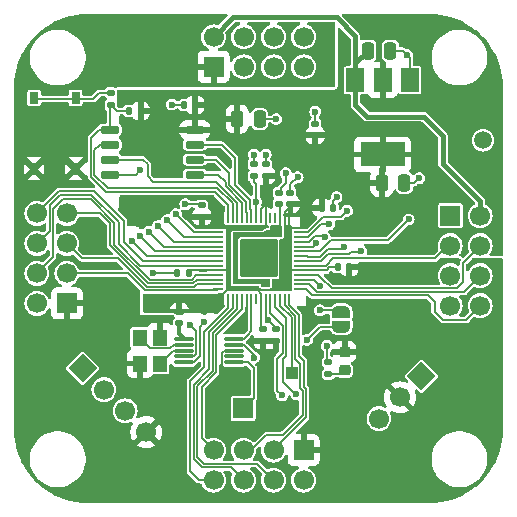
<source format=gtl>
G04 #@! TF.GenerationSoftware,KiCad,Pcbnew,8.0.6*
G04 #@! TF.CreationDate,2025-01-25T09:56:41+01:00*
G04 #@! TF.ProjectId,RP2040_minimal_r2,52503230-3430-45f6-9d69-6e696d616c5f,REV2*
G04 #@! TF.SameCoordinates,Original*
G04 #@! TF.FileFunction,Copper,L1,Top*
G04 #@! TF.FilePolarity,Positive*
%FSLAX46Y46*%
G04 Gerber Fmt 4.6, Leading zero omitted, Abs format (unit mm)*
G04 Created by KiCad (PCBNEW 8.0.6) date 2025-01-25 09:56:41*
%MOMM*%
%LPD*%
G01*
G04 APERTURE LIST*
G04 Aperture macros list*
%AMRoundRect*
0 Rectangle with rounded corners*
0 $1 Rounding radius*
0 $2 $3 $4 $5 $6 $7 $8 $9 X,Y pos of 4 corners*
0 Add a 4 corners polygon primitive as box body*
4,1,4,$2,$3,$4,$5,$6,$7,$8,$9,$2,$3,0*
0 Add four circle primitives for the rounded corners*
1,1,$1+$1,$2,$3*
1,1,$1+$1,$4,$5*
1,1,$1+$1,$6,$7*
1,1,$1+$1,$8,$9*
0 Add four rect primitives between the rounded corners*
20,1,$1+$1,$2,$3,$4,$5,0*
20,1,$1+$1,$4,$5,$6,$7,0*
20,1,$1+$1,$6,$7,$8,$9,0*
20,1,$1+$1,$8,$9,$2,$3,0*%
%AMHorizOval*
0 Thick line with rounded ends*
0 $1 width*
0 $2 $3 position (X,Y) of the first rounded end (center of the circle)*
0 $4 $5 position (X,Y) of the second rounded end (center of the circle)*
0 Add line between two ends*
20,1,$1,$2,$3,$4,$5,0*
0 Add two circle primitives to create the rounded ends*
1,1,$1,$2,$3*
1,1,$1,$4,$5*%
%AMRotRect*
0 Rectangle, with rotation*
0 The origin of the aperture is its center*
0 $1 length*
0 $2 width*
0 $3 Rotation angle, in degrees counterclockwise*
0 Add horizontal line*
21,1,$1,$2,0,0,$3*%
%AMFreePoly0*
4,1,19,0.500000,-0.750000,0.000000,-0.750000,0.000000,-0.744911,-0.071157,-0.744911,-0.207708,-0.704816,-0.327430,-0.627875,-0.420627,-0.520320,-0.479746,-0.390866,-0.500000,-0.250000,-0.500000,0.250000,-0.479746,0.390866,-0.420627,0.520320,-0.327430,0.627875,-0.207708,0.704816,-0.071157,0.744911,0.000000,0.744911,0.000000,0.750000,0.500000,0.750000,0.500000,-0.750000,0.500000,-0.750000,
$1*%
%AMFreePoly1*
4,1,19,0.000000,0.744911,0.071157,0.744911,0.207708,0.704816,0.327430,0.627875,0.420627,0.520320,0.479746,0.390866,0.500000,0.250000,0.500000,-0.250000,0.479746,-0.390866,0.420627,-0.520320,0.327430,-0.627875,0.207708,-0.704816,0.071157,-0.744911,0.000000,-0.744911,0.000000,-0.750000,-0.500000,-0.750000,-0.500000,0.750000,0.000000,0.750000,0.000000,0.744911,0.000000,0.744911,
$1*%
G04 Aperture macros list end*
G04 #@! TA.AperFunction,SMDPad,CuDef*
%ADD10RoundRect,0.250000X-0.250000X-0.475000X0.250000X-0.475000X0.250000X0.475000X-0.250000X0.475000X0*%
G04 #@! TD*
G04 #@! TA.AperFunction,SMDPad,CuDef*
%ADD11RoundRect,0.140000X0.170000X-0.140000X0.170000X0.140000X-0.170000X0.140000X-0.170000X-0.140000X0*%
G04 #@! TD*
G04 #@! TA.AperFunction,SMDPad,CuDef*
%ADD12RoundRect,0.140000X0.140000X0.170000X-0.140000X0.170000X-0.140000X-0.170000X0.140000X-0.170000X0*%
G04 #@! TD*
G04 #@! TA.AperFunction,SMDPad,CuDef*
%ADD13RoundRect,0.135000X0.135000X0.185000X-0.135000X0.185000X-0.135000X-0.185000X0.135000X-0.185000X0*%
G04 #@! TD*
G04 #@! TA.AperFunction,SMDPad,CuDef*
%ADD14R,1.500000X2.000000*%
G04 #@! TD*
G04 #@! TA.AperFunction,SMDPad,CuDef*
%ADD15R,3.800000X2.000000*%
G04 #@! TD*
G04 #@! TA.AperFunction,SMDPad,CuDef*
%ADD16RoundRect,0.150000X-0.650000X-0.150000X0.650000X-0.150000X0.650000X0.150000X-0.650000X0.150000X0*%
G04 #@! TD*
G04 #@! TA.AperFunction,SMDPad,CuDef*
%ADD17RoundRect,0.135000X0.185000X-0.135000X0.185000X0.135000X-0.185000X0.135000X-0.185000X-0.135000X0*%
G04 #@! TD*
G04 #@! TA.AperFunction,SMDPad,CuDef*
%ADD18RoundRect,0.140000X-0.140000X-0.170000X0.140000X-0.170000X0.140000X0.170000X-0.140000X0.170000X0*%
G04 #@! TD*
G04 #@! TA.AperFunction,SMDPad,CuDef*
%ADD19RoundRect,0.140000X-0.170000X0.140000X-0.170000X-0.140000X0.170000X-0.140000X0.170000X0.140000X0*%
G04 #@! TD*
G04 #@! TA.AperFunction,SMDPad,CuDef*
%ADD20RoundRect,0.050000X-0.387500X-0.050000X0.387500X-0.050000X0.387500X0.050000X-0.387500X0.050000X0*%
G04 #@! TD*
G04 #@! TA.AperFunction,SMDPad,CuDef*
%ADD21RoundRect,0.050000X-0.050000X-0.387500X0.050000X-0.387500X0.050000X0.387500X-0.050000X0.387500X0*%
G04 #@! TD*
G04 #@! TA.AperFunction,ComponentPad*
%ADD22C,0.600000*%
G04 #@! TD*
G04 #@! TA.AperFunction,SMDPad,CuDef*
%ADD23RoundRect,0.144000X-1.456000X-1.456000X1.456000X-1.456000X1.456000X1.456000X-1.456000X1.456000X0*%
G04 #@! TD*
G04 #@! TA.AperFunction,ComponentPad*
%ADD24C,1.500000*%
G04 #@! TD*
G04 #@! TA.AperFunction,ComponentPad*
%ADD25R,1.700000X1.700000*%
G04 #@! TD*
G04 #@! TA.AperFunction,ComponentPad*
%ADD26C,1.700000*%
G04 #@! TD*
G04 #@! TA.AperFunction,SMDPad,CuDef*
%ADD27FreePoly0,90.000000*%
G04 #@! TD*
G04 #@! TA.AperFunction,SMDPad,CuDef*
%ADD28FreePoly1,90.000000*%
G04 #@! TD*
G04 #@! TA.AperFunction,SMDPad,CuDef*
%ADD29R,1.200000X1.400000*%
G04 #@! TD*
G04 #@! TA.AperFunction,SMDPad,CuDef*
%ADD30RoundRect,0.218750X-0.256250X0.218750X-0.256250X-0.218750X0.256250X-0.218750X0.256250X0.218750X0*%
G04 #@! TD*
G04 #@! TA.AperFunction,ComponentPad*
%ADD31R,1.000000X1.000000*%
G04 #@! TD*
G04 #@! TA.AperFunction,ComponentPad*
%ADD32RotRect,1.700000X1.700000X315.000000*%
G04 #@! TD*
G04 #@! TA.AperFunction,ComponentPad*
%ADD33HorizOval,1.700000X0.000000X0.000000X0.000000X0.000000X0*%
G04 #@! TD*
G04 #@! TA.AperFunction,SMDPad,CuDef*
%ADD34R,0.750000X1.000000*%
G04 #@! TD*
G04 #@! TA.AperFunction,SMDPad,CuDef*
%ADD35RoundRect,0.087500X-0.725000X-0.087500X0.725000X-0.087500X0.725000X0.087500X-0.725000X0.087500X0*%
G04 #@! TD*
G04 #@! TA.AperFunction,ComponentPad*
%ADD36RotRect,1.700000X1.700000X225.000000*%
G04 #@! TD*
G04 #@! TA.AperFunction,ComponentPad*
%ADD37HorizOval,1.700000X0.000000X0.000000X0.000000X0.000000X0*%
G04 #@! TD*
G04 #@! TA.AperFunction,ViaPad*
%ADD38C,0.600000*%
G04 #@! TD*
G04 #@! TA.AperFunction,Conductor*
%ADD39C,0.400000*%
G04 #@! TD*
G04 #@! TA.AperFunction,Conductor*
%ADD40C,0.150000*%
G04 #@! TD*
G04 #@! TA.AperFunction,Conductor*
%ADD41C,0.200000*%
G04 #@! TD*
G04 #@! TA.AperFunction,Conductor*
%ADD42C,0.300000*%
G04 #@! TD*
G04 APERTURE END LIST*
D10*
X110450000Y-93600000D03*
X112350000Y-93600000D03*
D11*
X102700000Y-95380000D03*
X102700000Y-94420000D03*
X101700000Y-95380000D03*
X101700000Y-94420000D03*
D12*
X94095000Y-101200000D03*
X93135000Y-101200000D03*
X94615000Y-87000000D03*
X93655000Y-87000000D03*
D13*
X90010000Y-87500000D03*
X88990000Y-87500000D03*
D14*
X112800000Y-84900000D03*
X110500000Y-84900000D03*
D15*
X110500000Y-91200000D03*
D14*
X108200000Y-84900000D03*
D16*
X87400000Y-89095000D03*
X87400000Y-90365000D03*
X87400000Y-91635000D03*
X87400000Y-92905000D03*
X94600000Y-92905000D03*
X94600000Y-91635000D03*
X94600000Y-90365000D03*
X94600000Y-89095000D03*
D17*
X87500000Y-87010000D03*
X87500000Y-85990000D03*
D11*
X100600000Y-93000000D03*
X100600000Y-92040000D03*
D18*
X106722500Y-100750000D03*
X107682500Y-100750000D03*
D19*
X100381000Y-106005000D03*
X100381000Y-106965000D03*
X101500000Y-106005000D03*
X101500000Y-106965000D03*
D10*
X109250000Y-82400000D03*
X111150000Y-82400000D03*
D11*
X95200000Y-96460000D03*
X95200000Y-95500000D03*
X104800000Y-89545000D03*
X104800000Y-88585000D03*
D20*
X96562500Y-97400000D03*
X96562500Y-97800000D03*
X96562500Y-98200000D03*
X96562500Y-98600000D03*
X96562500Y-99000000D03*
X96562500Y-99400000D03*
X96562500Y-99800000D03*
X96562500Y-100200000D03*
X96562500Y-100600000D03*
X96562500Y-101000000D03*
X96562500Y-101400000D03*
X96562500Y-101800000D03*
X96562500Y-102200000D03*
X96562500Y-102600000D03*
D21*
X97400000Y-103437500D03*
X97800000Y-103437500D03*
X98200000Y-103437500D03*
X98600000Y-103437500D03*
X99000000Y-103437500D03*
X99400000Y-103437500D03*
X99800000Y-103437500D03*
X100200000Y-103437500D03*
X100600000Y-103437500D03*
X101000000Y-103437500D03*
X101400000Y-103437500D03*
X101800000Y-103437500D03*
X102200000Y-103437500D03*
X102600000Y-103437500D03*
D20*
X103437500Y-102600000D03*
X103437500Y-102200000D03*
X103437500Y-101800000D03*
X103437500Y-101400000D03*
X103437500Y-101000000D03*
X103437500Y-100600000D03*
X103437500Y-100200000D03*
X103437500Y-99800000D03*
X103437500Y-99400000D03*
X103437500Y-99000000D03*
X103437500Y-98600000D03*
X103437500Y-98200000D03*
X103437500Y-97800000D03*
X103437500Y-97400000D03*
D21*
X102600000Y-96562500D03*
X102200000Y-96562500D03*
X101800000Y-96562500D03*
X101400000Y-96562500D03*
X101000000Y-96562500D03*
X100600000Y-96562500D03*
X100200000Y-96562500D03*
X99800000Y-96562500D03*
X99400000Y-96562500D03*
X99000000Y-96562500D03*
X98600000Y-96562500D03*
X98200000Y-96562500D03*
X97800000Y-96562500D03*
X97400000Y-96562500D03*
D22*
X98725000Y-98725000D03*
X98725000Y-100000000D03*
X98725000Y-101275000D03*
X100000000Y-98725000D03*
X100000000Y-100000000D03*
D23*
X100000000Y-100000000D03*
D22*
X100000000Y-101275000D03*
X101275000Y-98725000D03*
X101275000Y-100000000D03*
X101275000Y-101275000D03*
D11*
X99600000Y-93000000D03*
X99600000Y-92040000D03*
D18*
X105340000Y-95700000D03*
X106300000Y-95700000D03*
D10*
X98200000Y-88200000D03*
X100100000Y-88200000D03*
D24*
X119000000Y-90000000D03*
D25*
X103810000Y-116230000D03*
D26*
X103810000Y-118770000D03*
X101270000Y-116230000D03*
X101270000Y-118770000D03*
X98730000Y-116230000D03*
X98730000Y-118770000D03*
X96190000Y-116230000D03*
X96190000Y-118770000D03*
D25*
X98700000Y-112700000D03*
D27*
X107000000Y-105800000D03*
D28*
X107000000Y-104500000D03*
D29*
X89950000Y-106700000D03*
X89950000Y-108900000D03*
X91650000Y-108900000D03*
X91650000Y-106700000D03*
D30*
X107300000Y-107900000D03*
X107300000Y-109475000D03*
D31*
X102800000Y-109700000D03*
D25*
X83770000Y-103810000D03*
D26*
X81230000Y-103810000D03*
X83770000Y-101270000D03*
X81230000Y-101270000D03*
X83770000Y-98730000D03*
X81230000Y-98730000D03*
X83770000Y-96190000D03*
X81230000Y-96190000D03*
D19*
X93300000Y-104540000D03*
X93300000Y-105500000D03*
D25*
X116230000Y-96380000D03*
D26*
X118770000Y-96380000D03*
X116230000Y-98920000D03*
X118770000Y-98920000D03*
X116230000Y-101460000D03*
X118770000Y-101460000D03*
X116230000Y-104000000D03*
X118770000Y-104000000D03*
D32*
X113785445Y-109964555D03*
D33*
X111989394Y-111760606D03*
X110193343Y-113556657D03*
D34*
X81000000Y-92400000D03*
X84500000Y-92400000D03*
X81000000Y-86400000D03*
X84500000Y-86400000D03*
D17*
X105900000Y-109800000D03*
X105900000Y-108780000D03*
D35*
X93687500Y-106800000D03*
X93687500Y-107300000D03*
X93687500Y-107800000D03*
X93687500Y-108300000D03*
X93687500Y-108800000D03*
X97912500Y-108800000D03*
X97912500Y-108300000D03*
X97912500Y-107800000D03*
X97912500Y-107300000D03*
X97912500Y-106800000D03*
D25*
X96190000Y-83770000D03*
D26*
X96190000Y-81230000D03*
X98730000Y-83770000D03*
X98730000Y-81230000D03*
X101270000Y-83770000D03*
X101270000Y-81230000D03*
X103810000Y-83770000D03*
X103810000Y-81230000D03*
D36*
X85112994Y-109312994D03*
D37*
X86909045Y-111109045D03*
X88705096Y-112905096D03*
X90501148Y-114701148D03*
D38*
X112600000Y-82800000D03*
X99600000Y-91205008D03*
X86700000Y-98000000D03*
X109900000Y-107400000D03*
X81000000Y-113000000D03*
X108717500Y-100750000D03*
X101500000Y-88200000D03*
X101500000Y-107782004D03*
X93800000Y-95400000D03*
X91100000Y-101200000D03*
X103300000Y-93125000D03*
X104800000Y-87570000D03*
X102300000Y-92800000D03*
X98500000Y-105600000D03*
X92650000Y-86970000D03*
X90000000Y-92500000D03*
X100380994Y-107781990D03*
X105900000Y-112500000D03*
X106600000Y-94800000D03*
X118400000Y-112800000D03*
X101500000Y-113000000D03*
X113600000Y-93200000D03*
X100600000Y-91205000D03*
X110000000Y-96800000D03*
X91200000Y-103900000D03*
X99800000Y-95199994D03*
X100700000Y-97900000D03*
X100800000Y-105200000D03*
X100599970Y-102100000D03*
X89250000Y-98500000D03*
X90000000Y-98130000D03*
X90750000Y-97750000D03*
X91500000Y-97250000D03*
X92250000Y-96750000D03*
X93000000Y-96250000D03*
X107481268Y-95976268D03*
X106000000Y-97100000D03*
X105600000Y-98225000D03*
X94200000Y-105600000D03*
X95400000Y-105400000D03*
X104900000Y-98700000D03*
X112700000Y-96700000D03*
X107200000Y-99000000D03*
X108700000Y-99400000D03*
X105200000Y-102300000D03*
X105200000Y-104400000D03*
X103200000Y-111500000D03*
X102000000Y-111600000D03*
X104100000Y-106900000D03*
X99600000Y-108400000D03*
X105800000Y-107400000D03*
D39*
X115600000Y-92000000D02*
X115600000Y-89600000D01*
X115600000Y-92000000D02*
X118770000Y-95170000D01*
X118770000Y-95170000D02*
X118770000Y-96380000D01*
D40*
X97912500Y-108800000D02*
X99100000Y-108800000D01*
X99600000Y-111800000D02*
X98700000Y-112700000D01*
X99100000Y-108800000D02*
X99600000Y-109300000D01*
X99600000Y-109300000D02*
X99600000Y-111800000D01*
X102700000Y-94420000D02*
X102700000Y-93725000D01*
X102700000Y-93725000D02*
X103300000Y-93125000D01*
X101900000Y-94420000D02*
X101900000Y-94000000D01*
X96875000Y-108025001D02*
X96875000Y-109575000D01*
D41*
X104800000Y-88600000D02*
X104800000Y-87570000D01*
D40*
X102300000Y-93600000D02*
X102300000Y-92800000D01*
X100100000Y-88200000D02*
X101500000Y-88200000D01*
X89595000Y-92905000D02*
X90000000Y-92500000D01*
D41*
X93325000Y-86970000D02*
X92650000Y-86970000D01*
D40*
X106300000Y-95100000D02*
X106600000Y-94800000D01*
D41*
X93130000Y-101200000D02*
X91100000Y-101200000D01*
D40*
X111150000Y-82400000D02*
X112200000Y-82400000D01*
X101900000Y-94000000D02*
X102300000Y-93600000D01*
D41*
X101500000Y-106970000D02*
X101500000Y-107782004D01*
D40*
X112200000Y-82400000D02*
X112600000Y-82800000D01*
X106300000Y-95700000D02*
X106300000Y-95100000D01*
X93800000Y-95400000D02*
X93700000Y-95400000D01*
X94300000Y-95400000D02*
X93800000Y-95400000D01*
X97100001Y-107800000D02*
X96875000Y-108025001D01*
D41*
X99600000Y-92035000D02*
X99600000Y-91205008D01*
D40*
X96875000Y-109575000D02*
X97000000Y-109700000D01*
X112350000Y-93600000D02*
X113200000Y-93600000D01*
X113200000Y-93600000D02*
X113600000Y-93200000D01*
D41*
X93650000Y-87000000D02*
X93355000Y-87000000D01*
D40*
X112800000Y-83000000D02*
X112600000Y-82800000D01*
D41*
X100381000Y-107781984D02*
X100380994Y-107781990D01*
D40*
X87400000Y-92905000D02*
X89595000Y-92905000D01*
D41*
X100381000Y-106970000D02*
X100381000Y-107781984D01*
D40*
X95100000Y-95400000D02*
X95200000Y-95500000D01*
D41*
X100600000Y-92035000D02*
X100600000Y-91205000D01*
D40*
X99000000Y-103437500D02*
X99000000Y-104200000D01*
X108717500Y-100750000D02*
X107682500Y-100750000D01*
D41*
X93355000Y-87000000D02*
X93325000Y-86970000D01*
D40*
X97912500Y-107800000D02*
X97100001Y-107800000D01*
X94300000Y-95400000D02*
X95100000Y-95400000D01*
X112800000Y-84900000D02*
X112800000Y-83000000D01*
D39*
X106600000Y-79600000D02*
X108200000Y-81200000D01*
X96200000Y-81235000D02*
X97835000Y-79600000D01*
X108200000Y-81200000D02*
X108200000Y-83450000D01*
X108200000Y-83450000D02*
X109250000Y-82400000D01*
X108200000Y-87000000D02*
X108200000Y-84900000D01*
X114000000Y-88000000D02*
X109200000Y-88000000D01*
X115600000Y-89600000D02*
X114000000Y-88000000D01*
X109200000Y-88000000D02*
X108200000Y-87000000D01*
X97835000Y-79600000D02*
X106600000Y-79600000D01*
X108200000Y-84900000D02*
X108200000Y-83450000D01*
D40*
X99400000Y-103437500D02*
X99400000Y-106125000D01*
X99400000Y-106125000D02*
X99062500Y-106462500D01*
X98724999Y-106800000D02*
X97912500Y-106800000D01*
X99062500Y-106462500D02*
X98724999Y-106800000D01*
D41*
X100600000Y-96562500D02*
X100600000Y-97300000D01*
X105755000Y-101000000D02*
X106005000Y-100750000D01*
X94300000Y-101000000D02*
X94100000Y-101200000D01*
X106005000Y-100750000D02*
X106722500Y-100750000D01*
D40*
X103437500Y-97400000D02*
X102700000Y-97400000D01*
X97400000Y-102600000D02*
X96800000Y-103200000D01*
D41*
X100200000Y-105824000D02*
X100381000Y-106005000D01*
X94295000Y-101000000D02*
X94095000Y-101200000D01*
X96562500Y-97400000D02*
X97300000Y-97400000D01*
X102200000Y-97200000D02*
X102400000Y-97400000D01*
X100200000Y-96562500D02*
X100200000Y-95800000D01*
X99825650Y-102600000D02*
X99800000Y-102600000D01*
X103437500Y-101000000D02*
X102600000Y-101000000D01*
X96562500Y-101000000D02*
X94295000Y-101000000D01*
X96562500Y-101000000D02*
X97500000Y-101000000D01*
D40*
X96800000Y-103200000D02*
X96800000Y-103300000D01*
D41*
X100200000Y-102974350D02*
X99825650Y-102600000D01*
X100600000Y-96562500D02*
X100600000Y-95400000D01*
X95600000Y-97400000D02*
X95200000Y-97000000D01*
D40*
X102600000Y-96562500D02*
X102600000Y-97300000D01*
D41*
X100200000Y-95800000D02*
X100600000Y-95400000D01*
X102200000Y-96562500D02*
X102200000Y-96080000D01*
X102200000Y-96080000D02*
X102900000Y-95380000D01*
X100200000Y-103437500D02*
X100200000Y-102974350D01*
X96562500Y-97400000D02*
X95600000Y-97400000D01*
D40*
X102700000Y-97400000D02*
X102600000Y-97300000D01*
D41*
X102200000Y-96562500D02*
X102200000Y-97200000D01*
X103437500Y-101000000D02*
X105755000Y-101000000D01*
X100200000Y-103437500D02*
X100200000Y-105824000D01*
X95200000Y-97000000D02*
X95200000Y-96460000D01*
X99800000Y-96562500D02*
X99800000Y-95199994D01*
X99800000Y-95199994D02*
X99800000Y-93700000D01*
X101500000Y-105900000D02*
X100800000Y-105200000D01*
X100600000Y-105000000D02*
X100800000Y-105200000D01*
X99800000Y-93700000D02*
X99600000Y-93500000D01*
D40*
X101800000Y-95480000D02*
X101900000Y-95380000D01*
D41*
X101500000Y-106000000D02*
X101500000Y-105900000D01*
D40*
X101800000Y-96562500D02*
X101800000Y-95480000D01*
X101800000Y-96562500D02*
X101800000Y-97400000D01*
D41*
X99600000Y-93005000D02*
X99600000Y-93300000D01*
D40*
X101800000Y-95480000D02*
X101700000Y-95380000D01*
D41*
X99600000Y-93500000D02*
X99600000Y-93000000D01*
X100600000Y-103437500D02*
X100600000Y-105000000D01*
D40*
X84500000Y-86500000D02*
X81000000Y-86500000D01*
X86510000Y-85990000D02*
X86000000Y-86500000D01*
X87500000Y-85990000D02*
X86510000Y-85990000D01*
X86000000Y-86500000D02*
X84500000Y-86500000D01*
X95200000Y-110848528D02*
X95200000Y-115245000D01*
X98600000Y-104272792D02*
X96400000Y-106472792D01*
X98600000Y-103437500D02*
X98600000Y-104272792D01*
X95200000Y-115245000D02*
X96180000Y-116225000D01*
X96400000Y-109648528D02*
X95200000Y-110848528D01*
X96400000Y-106472792D02*
X96400000Y-109648528D01*
X96100000Y-109524264D02*
X96100000Y-106348528D01*
X95390000Y-117390000D02*
X94800000Y-116800000D01*
X96100000Y-106348528D02*
X98200000Y-104248528D01*
X94800000Y-110824264D02*
X96100000Y-109524264D01*
X98200000Y-104248528D02*
X98200000Y-103437500D01*
X94800000Y-116800000D02*
X94800000Y-110824264D01*
X99885000Y-117390000D02*
X95390000Y-117390000D01*
X101260000Y-118765000D02*
X99885000Y-117390000D01*
X97800000Y-104224264D02*
X97800000Y-103437500D01*
X94500000Y-117000000D02*
X94500000Y-110700000D01*
X97645000Y-117690000D02*
X95190000Y-117690000D01*
X94500000Y-110700000D02*
X95800000Y-109400000D01*
X95800000Y-109400000D02*
X95800000Y-106224264D01*
X95800000Y-106224264D02*
X97800000Y-104224264D01*
X95190000Y-117690000D02*
X94500000Y-117000000D01*
X98720000Y-118765000D02*
X97645000Y-117690000D01*
X94200000Y-118000000D02*
X94200000Y-110400000D01*
X94200000Y-110400000D02*
X95400000Y-109200000D01*
X95400000Y-106200000D02*
X97400000Y-104200000D01*
X96180000Y-118765000D02*
X94965000Y-118765000D01*
X97400000Y-104200000D02*
X97400000Y-103437500D01*
X94965000Y-118765000D02*
X94200000Y-118000000D01*
X95400000Y-109200000D02*
X95400000Y-106200000D01*
X90402944Y-102700000D02*
X90800000Y-102700000D01*
X88962944Y-101260000D02*
X90402944Y-102700000D01*
X83775000Y-101260000D02*
X88962944Y-101260000D01*
X96462500Y-102700000D02*
X90800000Y-102700000D01*
X96562500Y-102600000D02*
X96462500Y-102700000D01*
X94773596Y-102200000D02*
X94573596Y-102400000D01*
X96562500Y-102200000D02*
X94773596Y-102200000D01*
X94573596Y-102400000D02*
X90527208Y-102400000D01*
X85055000Y-100000000D02*
X83775000Y-98720000D01*
X88127208Y-100000000D02*
X85055000Y-100000000D01*
X90527208Y-102400000D02*
X88127208Y-100000000D01*
X94749332Y-101800000D02*
X94449332Y-102100000D01*
X86580000Y-96180000D02*
X83775000Y-96180000D01*
X90651472Y-102100000D02*
X87400000Y-98848528D01*
X87400000Y-97000000D02*
X86580000Y-96180000D01*
X96562500Y-101800000D02*
X94749332Y-101800000D01*
X94449332Y-102100000D02*
X90651472Y-102100000D01*
X87400000Y-98848528D02*
X87400000Y-97000000D01*
X94325068Y-101800000D02*
X90775736Y-101800000D01*
X85824264Y-95000000D02*
X83400000Y-95000000D01*
X94725068Y-101400000D02*
X94325068Y-101800000D01*
X87800000Y-98824264D02*
X87800000Y-96975736D01*
X96562500Y-101400000D02*
X94725068Y-101400000D01*
X83400000Y-95000000D02*
X82610000Y-95790000D01*
X90775736Y-101800000D02*
X87800000Y-98824264D01*
X82610000Y-99890000D02*
X81230000Y-101270000D01*
X82610000Y-95790000D02*
X82610000Y-99890000D01*
X87800000Y-96975736D02*
X85824264Y-95000000D01*
X88200000Y-96951472D02*
X85848528Y-94600000D01*
X85848528Y-94600000D02*
X83200000Y-94600000D01*
X82310000Y-95490000D02*
X82310000Y-97645000D01*
X83200000Y-94600000D02*
X82310000Y-95490000D01*
X96562500Y-100600000D02*
X90000000Y-100600000D01*
X88200000Y-98800000D02*
X88200000Y-96951472D01*
X82310000Y-97645000D02*
X81235000Y-98720000D01*
X90000000Y-100600000D02*
X88200000Y-98800000D01*
X81230000Y-96190000D02*
X81230000Y-96145736D01*
X88600000Y-96800000D02*
X86100000Y-94300000D01*
X86100000Y-94300000D02*
X83400000Y-94300000D01*
X90207537Y-100200000D02*
X88600000Y-98592463D01*
X88600000Y-98592463D02*
X88600000Y-96800000D01*
X83075736Y-94300000D02*
X83400000Y-94300000D01*
X96562500Y-100200000D02*
X90207537Y-100200000D01*
X81230000Y-96145736D02*
X83075736Y-94300000D01*
X96562500Y-99800000D02*
X90550000Y-99800000D01*
X90550000Y-99800000D02*
X89250000Y-98500000D01*
X91270000Y-99400000D02*
X90000000Y-98130000D01*
X96562500Y-99400000D02*
X91270000Y-99400000D01*
X96562500Y-99000000D02*
X92000000Y-99000000D01*
X92000000Y-99000000D02*
X90750000Y-97750000D01*
X96562500Y-98600000D02*
X92850000Y-98600000D01*
X92850000Y-98600000D02*
X91500000Y-97250000D01*
X93700000Y-98200000D02*
X92250000Y-96750000D01*
X96562500Y-98200000D02*
X93700000Y-98200000D01*
X93000000Y-96250000D02*
X94550000Y-97800000D01*
X94550000Y-97800000D02*
X96562500Y-97800000D01*
X103437500Y-97800000D02*
X104175736Y-97800000D01*
X104175736Y-97800000D02*
X105487868Y-96487868D01*
X106969668Y-96487868D02*
X107481268Y-95976268D01*
X105487868Y-96487868D02*
X106969668Y-96487868D01*
X103437500Y-98200000D02*
X104200000Y-98200000D01*
X104200000Y-98200000D02*
X104650000Y-97750000D01*
X104650000Y-97750000D02*
X105300000Y-97100000D01*
X105300000Y-97100000D02*
X106000000Y-97100000D01*
X105475000Y-98100000D02*
X105600000Y-98225000D01*
X103437500Y-98600000D02*
X104257537Y-98600000D01*
X94500000Y-108300000D02*
X93687500Y-108300000D01*
X94200000Y-105600000D02*
X94725000Y-106125000D01*
X104257537Y-98600000D02*
X104757537Y-98100000D01*
X94725000Y-108075000D02*
X94500000Y-108300000D01*
X94725000Y-106125000D02*
X94725000Y-108075000D01*
X104757537Y-98100000D02*
X105475000Y-98100000D01*
X103437500Y-99000000D02*
X104600000Y-99000000D01*
X95025000Y-108274999D02*
X95025000Y-105775000D01*
X94499999Y-108800000D02*
X95025000Y-108274999D01*
X93687500Y-108800000D02*
X94499999Y-108800000D01*
X104600000Y-99000000D02*
X104900000Y-98700000D01*
X95025000Y-105775000D02*
X95400000Y-105400000D01*
X106092463Y-98475000D02*
X105767463Y-98800000D01*
X105167463Y-99400000D02*
X103437500Y-99400000D01*
X110925000Y-98475000D02*
X106092463Y-98475000D01*
X105767463Y-98800000D02*
X105767462Y-98800000D01*
X112700000Y-96700000D02*
X110925000Y-98475000D01*
X105383731Y-99183731D02*
X105167463Y-99400000D01*
X105767462Y-98800000D02*
X105383731Y-99183731D01*
X105175736Y-99900000D02*
X105909502Y-99166234D01*
X105909502Y-99166234D02*
X106016234Y-99166234D01*
X106016234Y-99166234D02*
X107033766Y-99166234D01*
X107033766Y-99166234D02*
X107200000Y-99000000D01*
X104200000Y-99900000D02*
X105175736Y-99900000D01*
X103437500Y-99800000D02*
X104100000Y-99800000D01*
X104100000Y-99800000D02*
X104200000Y-99900000D01*
X105300000Y-100200000D02*
X105850000Y-99650000D01*
X107800000Y-99466234D02*
X108633766Y-99466234D01*
X103437500Y-100200000D02*
X105300000Y-100200000D01*
X107616234Y-99650000D02*
X107800000Y-99466234D01*
X108633766Y-99466234D02*
X108700000Y-99400000D01*
X105850000Y-99650000D02*
X107616234Y-99650000D01*
X103437500Y-100600000D02*
X105695380Y-100600000D01*
X114965000Y-100000000D02*
X116225000Y-98740000D01*
X106295380Y-100000000D02*
X114965000Y-100000000D01*
X105695380Y-100600000D02*
X106295380Y-100000000D01*
X106177462Y-102535000D02*
X105271231Y-101628769D01*
X117305000Y-100385000D02*
X117305000Y-101995000D01*
X105042463Y-101400000D02*
X103437500Y-101400000D01*
X116765000Y-102535000D02*
X106177462Y-102535000D01*
X118770000Y-98920000D02*
X117305000Y-100385000D01*
X117305000Y-101995000D02*
X116765000Y-102535000D01*
X105271231Y-101628769D02*
X105042463Y-101400000D01*
X104400000Y-101800000D02*
X104700000Y-101800000D01*
X104700000Y-101800000D02*
X105200000Y-102300000D01*
X106900000Y-104400000D02*
X107000000Y-104500000D01*
X105200000Y-104400000D02*
X106900000Y-104400000D01*
X104400000Y-101800000D02*
X103437500Y-101800000D01*
X105975000Y-102825000D02*
X105985000Y-102835000D01*
X105985000Y-102835000D02*
X117395000Y-102835000D01*
X104300000Y-102200000D02*
X104925000Y-102825000D01*
X103437500Y-102200000D02*
X104300000Y-102200000D01*
X117395000Y-102835000D02*
X118770000Y-101460000D01*
X104925000Y-102825000D02*
X105975000Y-102825000D01*
X104450000Y-103050000D02*
X104000000Y-102600000D01*
X118770000Y-104000000D02*
X117570000Y-105200000D01*
X114900000Y-103700000D02*
X114335000Y-103135000D01*
X115600000Y-105200000D02*
X114900000Y-104500000D01*
X114900000Y-104500000D02*
X114900000Y-103700000D01*
X104535000Y-103135000D02*
X104450000Y-103050000D01*
X117570000Y-105200000D02*
X115600000Y-105200000D01*
X114335000Y-103135000D02*
X104535000Y-103135000D01*
X104000000Y-102600000D02*
X103437500Y-102600000D01*
X103825000Y-108675736D02*
X103825000Y-110875736D01*
X104025000Y-113460000D02*
X101260000Y-116225000D01*
X103825000Y-110875736D02*
X104025000Y-111075736D01*
X103400000Y-104751472D02*
X103400000Y-108250736D01*
X102600000Y-103437500D02*
X102600000Y-103951472D01*
X102600000Y-103951472D02*
X103400000Y-104751472D01*
X104025000Y-111075736D02*
X104025000Y-113460000D01*
X103400000Y-108250736D02*
X103825000Y-108675736D01*
X103725000Y-111200000D02*
X103525000Y-111000000D01*
X102200000Y-103975736D02*
X102200000Y-103437500D01*
X102069632Y-114930368D02*
X103725000Y-113275000D01*
X100669632Y-114930368D02*
X102069632Y-114930368D01*
X99375000Y-116225000D02*
X100669632Y-114930368D01*
X103525000Y-111000000D02*
X103525000Y-108925000D01*
X103100000Y-104875736D02*
X102200000Y-103975736D01*
X103100000Y-108500000D02*
X103100000Y-104875736D01*
X103525000Y-108925000D02*
X103100000Y-108500000D01*
X98720000Y-116225000D02*
X99375000Y-116225000D01*
X103725000Y-113275000D02*
X103725000Y-111200000D01*
X101800000Y-104000000D02*
X101800000Y-103437500D01*
X102800000Y-109700000D02*
X102800000Y-105000000D01*
X102800000Y-105000000D02*
X101800000Y-104000000D01*
X102335000Y-108265000D02*
X102300000Y-108300000D01*
X102300000Y-108300000D02*
X102075000Y-108525000D01*
X103100000Y-111500000D02*
X103200000Y-111500000D01*
X102335000Y-105047132D02*
X102335000Y-108265000D01*
X102075000Y-110475000D02*
X102100000Y-110500000D01*
X101400000Y-104112132D02*
X102335000Y-105047132D01*
X101400000Y-103437500D02*
X101400000Y-104112132D01*
X102100000Y-110500000D02*
X103100000Y-111500000D01*
X102075000Y-108525000D02*
X102075000Y-110475000D01*
X102035000Y-107989467D02*
X101624467Y-108400000D01*
X102035000Y-105692537D02*
X102035000Y-107989467D01*
X101000000Y-103437500D02*
X101000000Y-104657537D01*
X101600000Y-108400000D02*
X101600000Y-111200000D01*
X101000000Y-104657537D02*
X102035000Y-105692537D01*
X101600000Y-111200000D02*
X102000000Y-111600000D01*
X101624467Y-108400000D02*
X101600000Y-108400000D01*
X87103146Y-94366896D02*
X85806000Y-93069750D01*
X87400000Y-87050000D02*
X87450000Y-87000000D01*
X87400000Y-89095000D02*
X87400000Y-87110000D01*
X88000000Y-87500000D02*
X88990000Y-87500000D01*
X87400000Y-87110000D02*
X87500000Y-87010000D01*
X97400000Y-95454000D02*
X96312896Y-94366896D01*
X87400000Y-87025000D02*
X87450000Y-86975000D01*
X86505000Y-89095000D02*
X87400000Y-89095000D01*
X96312896Y-94366896D02*
X87103146Y-94366896D01*
X87500000Y-87010000D02*
X87510000Y-87010000D01*
X85806000Y-93069750D02*
X85806000Y-89794000D01*
X97400000Y-96562500D02*
X97400000Y-95454000D01*
X85806000Y-89794000D02*
X86505000Y-89095000D01*
X87510000Y-87010000D02*
X88000000Y-87500000D01*
X99400000Y-95900000D02*
X99275000Y-95775000D01*
X99275000Y-95025000D02*
X98000000Y-93750000D01*
X99275000Y-95775000D02*
X99275000Y-95025000D01*
X98000000Y-93750000D02*
X98000000Y-91500000D01*
X99400000Y-96562500D02*
X99400000Y-95900000D01*
X96865000Y-90365000D02*
X94600000Y-90365000D01*
X98000000Y-91500000D02*
X96865000Y-90365000D01*
X98975000Y-95250000D02*
X97500000Y-93775000D01*
X98975000Y-96100000D02*
X98975000Y-95250000D01*
X96385000Y-91635000D02*
X94600000Y-91635000D01*
X99000000Y-96125000D02*
X98975000Y-96100000D01*
X97500000Y-93775000D02*
X97500000Y-92750000D01*
X97500000Y-92750000D02*
X96385000Y-91635000D01*
X99000000Y-96562500D02*
X99000000Y-96125000D01*
X96605000Y-92905000D02*
X94600000Y-92905000D01*
X98600000Y-95299264D02*
X97200000Y-93899264D01*
X98600000Y-96562500D02*
X98600000Y-95299264D01*
X97200000Y-93500000D02*
X96605000Y-92905000D01*
X97200000Y-93899264D02*
X97200000Y-93500000D01*
X96376472Y-93500000D02*
X91100000Y-93500000D01*
X90600000Y-92000000D02*
X90235000Y-91635000D01*
X98200000Y-95323528D02*
X96376472Y-93500000D01*
X90600000Y-93000000D02*
X90600000Y-92000000D01*
X98200000Y-96562500D02*
X98200000Y-95323528D01*
X90235000Y-91635000D02*
X87400000Y-91635000D01*
X91100000Y-93500000D02*
X90600000Y-93000000D01*
X97800000Y-95347792D02*
X97800000Y-96562500D01*
X86600001Y-90365000D02*
X86106000Y-90859001D01*
X86106000Y-92945486D02*
X87227410Y-94066896D01*
X87227410Y-94066896D02*
X96519104Y-94066896D01*
X87400000Y-90365000D02*
X86600001Y-90365000D01*
X96519104Y-94066896D02*
X97800000Y-95347792D01*
X86106000Y-90859001D02*
X86106000Y-92945486D01*
X91650000Y-108900000D02*
X92750000Y-107800000D01*
X92750000Y-107800000D02*
X93687500Y-107800000D01*
X92800000Y-107300000D02*
X93687500Y-107300000D01*
X89950000Y-106700000D02*
X89950000Y-106800000D01*
X90775000Y-107625000D02*
X92475000Y-107625000D01*
X89950000Y-106800000D02*
X90775000Y-107625000D01*
X92475000Y-107625000D02*
X92800000Y-107300000D01*
X105900000Y-109800000D02*
X106975000Y-109800000D01*
X106975000Y-109800000D02*
X107300000Y-109475000D01*
X99600000Y-108175001D02*
X99600000Y-108400000D01*
X104100000Y-106900000D02*
X105200000Y-105800000D01*
X98724999Y-107300000D02*
X99600000Y-108175001D01*
X105200000Y-105800000D02*
X107000000Y-105800000D01*
X97912500Y-107300000D02*
X98724999Y-107300000D01*
X105800000Y-108680000D02*
X105900000Y-108780000D01*
X105800000Y-107400000D02*
X105800000Y-108680000D01*
D42*
X93300000Y-105500000D02*
X93300000Y-106387500D01*
X93300000Y-106387500D02*
X93687500Y-106775000D01*
G04 #@! TA.AperFunction,Conductor*
G36*
X101931742Y-97221674D02*
G01*
X101947783Y-97245682D01*
X101949500Y-97249827D01*
X101949500Y-97249828D01*
X101956072Y-97265695D01*
X101990425Y-97348632D01*
X101989708Y-97348928D01*
X102000000Y-97382848D01*
X102000000Y-98126000D01*
X101978326Y-98178326D01*
X101926000Y-98200000D01*
X98400000Y-98200000D01*
X98400000Y-98240863D01*
X98378326Y-98293189D01*
X98296830Y-98374684D01*
X98252357Y-98475405D01*
X98252356Y-98475409D01*
X98249500Y-98500032D01*
X98249500Y-101499967D01*
X98252356Y-101524590D01*
X98252357Y-101524594D01*
X98296830Y-101625315D01*
X98374685Y-101703170D01*
X98475406Y-101747643D01*
X98500032Y-101750500D01*
X100926000Y-101750500D01*
X100978326Y-101772174D01*
X101000000Y-101824500D01*
X101000000Y-102326000D01*
X100978326Y-102378326D01*
X100926000Y-102400000D01*
X100274000Y-102400000D01*
X100221674Y-102378326D01*
X100200000Y-102326000D01*
X100200000Y-102200000D01*
X97874000Y-102200000D01*
X97821674Y-102178326D01*
X97800000Y-102126000D01*
X97800000Y-97874000D01*
X97821674Y-97821674D01*
X97874000Y-97800000D01*
X100600000Y-97800000D01*
X100600000Y-97674000D01*
X100621674Y-97621674D01*
X100674000Y-97600000D01*
X101000000Y-97600000D01*
X101000000Y-97274000D01*
X101021674Y-97221674D01*
X101074000Y-97200000D01*
X101879416Y-97200000D01*
X101931742Y-97221674D01*
G37*
G04 #@! TD.AperFunction*
G04 #@! TA.AperFunction,Conductor*
G36*
X100822826Y-97221674D02*
G01*
X100844500Y-97274000D01*
X100844500Y-97370500D01*
X100822826Y-97422826D01*
X100770500Y-97444500D01*
X100674000Y-97444500D01*
X100656012Y-97448078D01*
X100641576Y-97449500D01*
X100635228Y-97449500D01*
X100510931Y-97485995D01*
X100401954Y-97556031D01*
X100401947Y-97556036D01*
X100347426Y-97618959D01*
X100296780Y-97644311D01*
X100291500Y-97644500D01*
X97874000Y-97644500D01*
X97857131Y-97647855D01*
X97814498Y-97656335D01*
X97814488Y-97656338D01*
X97762173Y-97678008D01*
X97762156Y-97678016D01*
X97727013Y-97698305D01*
X97727011Y-97698307D01*
X97678012Y-97762164D01*
X97678010Y-97762168D01*
X97656338Y-97814488D01*
X97656335Y-97814498D01*
X97644500Y-97874001D01*
X97644500Y-102125998D01*
X97656335Y-102185501D01*
X97656338Y-102185511D01*
X97678008Y-102237826D01*
X97678016Y-102237843D01*
X97698305Y-102272986D01*
X97698307Y-102272988D01*
X97698308Y-102272989D01*
X97762167Y-102321989D01*
X97814493Y-102343663D01*
X97874000Y-102355500D01*
X99994463Y-102355500D01*
X100046789Y-102377174D01*
X100062830Y-102401182D01*
X100078008Y-102437826D01*
X100078016Y-102437843D01*
X100098305Y-102472986D01*
X100098307Y-102472988D01*
X100145017Y-102508830D01*
X100162167Y-102521989D01*
X100214493Y-102543663D01*
X100274000Y-102555500D01*
X100274002Y-102555500D01*
X100925998Y-102555500D01*
X100926000Y-102555500D01*
X100985507Y-102543663D01*
X101037833Y-102521989D01*
X101053944Y-102512687D01*
X101072986Y-102501694D01*
X101072986Y-102501693D01*
X101072989Y-102501692D01*
X101121989Y-102437833D01*
X101143663Y-102385507D01*
X101155500Y-102326000D01*
X101155500Y-101824500D01*
X101177174Y-101772174D01*
X101229500Y-101750500D01*
X101499968Y-101750500D01*
X101524594Y-101747643D01*
X101625315Y-101703170D01*
X101703170Y-101625315D01*
X101747643Y-101524594D01*
X101750500Y-101499968D01*
X101750500Y-98500032D01*
X101747643Y-98475406D01*
X101740572Y-98459391D01*
X101739263Y-98402769D01*
X101778375Y-98361806D01*
X101808266Y-98355500D01*
X101925998Y-98355500D01*
X101926000Y-98355500D01*
X101985507Y-98343663D01*
X102037833Y-98321989D01*
X102072989Y-98301692D01*
X102121989Y-98237833D01*
X102143663Y-98185507D01*
X102155500Y-98126000D01*
X102155500Y-97382848D01*
X102148801Y-97337699D01*
X102144192Y-97322510D01*
X102135993Y-97295486D01*
X102141540Y-97239121D01*
X102185319Y-97203188D01*
X102206805Y-97200000D01*
X102726000Y-97200000D01*
X102778326Y-97221674D01*
X102800000Y-97274000D01*
X102800000Y-102726000D01*
X102778326Y-102778326D01*
X102726000Y-102800000D01*
X97274000Y-102800000D01*
X97221674Y-102778326D01*
X97200000Y-102726000D01*
X97200000Y-97500000D01*
X99500000Y-97500000D01*
X99500000Y-97200000D01*
X100770500Y-97200000D01*
X100822826Y-97221674D01*
G37*
G04 #@! TD.AperFunction*
G04 #@! TA.AperFunction,Conductor*
G36*
X114502325Y-79300587D02*
G01*
X114958663Y-79317661D01*
X114967889Y-79318353D01*
X115419385Y-79369224D01*
X115428535Y-79370603D01*
X115774365Y-79436037D01*
X115874952Y-79455070D01*
X115883992Y-79457133D01*
X116322849Y-79574724D01*
X116331705Y-79577455D01*
X116751197Y-79724242D01*
X116760554Y-79727516D01*
X116769186Y-79730904D01*
X117185619Y-79912593D01*
X117193973Y-79916617D01*
X117595640Y-80128904D01*
X117603671Y-80133540D01*
X117988375Y-80375265D01*
X117996037Y-80380489D01*
X118361594Y-80650282D01*
X118368836Y-80656058D01*
X118713223Y-80952427D01*
X118720020Y-80958734D01*
X119041265Y-81279979D01*
X119047572Y-81286776D01*
X119343941Y-81631163D01*
X119349719Y-81638409D01*
X119404119Y-81712117D01*
X119619510Y-82003962D01*
X119624734Y-82011624D01*
X119866459Y-82396328D01*
X119871095Y-82404359D01*
X120083382Y-82806026D01*
X120087406Y-82814380D01*
X120269095Y-83230813D01*
X120272483Y-83239445D01*
X120422542Y-83668288D01*
X120425275Y-83677150D01*
X120542866Y-84116007D01*
X120544929Y-84125047D01*
X120629394Y-84571453D01*
X120630776Y-84580623D01*
X120681645Y-85032101D01*
X120682338Y-85041347D01*
X120685005Y-85112618D01*
X120699125Y-85489990D01*
X120699413Y-85497673D01*
X120699500Y-85502310D01*
X120699500Y-99670500D01*
X120679815Y-99737539D01*
X120627011Y-99783294D01*
X120575500Y-99794500D01*
X119673465Y-99794500D01*
X119606426Y-99774815D01*
X119560671Y-99722011D01*
X119550727Y-99652853D01*
X119577612Y-99591835D01*
X119613799Y-99547740D01*
X119647685Y-99506450D01*
X119745232Y-99323954D01*
X119805300Y-99125934D01*
X119825583Y-98920000D01*
X119805300Y-98714066D01*
X119745232Y-98516046D01*
X119647685Y-98333550D01*
X119595702Y-98270209D01*
X119516410Y-98173589D01*
X119368568Y-98052260D01*
X119356450Y-98042315D01*
X119173954Y-97944768D01*
X118975934Y-97884700D01*
X118975932Y-97884699D01*
X118975934Y-97884699D01*
X118770000Y-97864417D01*
X118564067Y-97884699D01*
X118366043Y-97944769D01*
X118262715Y-98000000D01*
X118183550Y-98042315D01*
X118183548Y-98042316D01*
X118183547Y-98042317D01*
X118023589Y-98173589D01*
X117922824Y-98296374D01*
X117892315Y-98333550D01*
X117853643Y-98405898D01*
X117794769Y-98516043D01*
X117734699Y-98714067D01*
X117714417Y-98920000D01*
X117734699Y-99125932D01*
X117755222Y-99193586D01*
X117789493Y-99306566D01*
X117794769Y-99323957D01*
X117814694Y-99361234D01*
X117828935Y-99429637D01*
X117803934Y-99494880D01*
X117793016Y-99507367D01*
X117406634Y-99893749D01*
X117345311Y-99927234D01*
X117275619Y-99922250D01*
X117225248Y-99887280D01*
X117223366Y-99885108D01*
X117205780Y-99867160D01*
X117205779Y-99867159D01*
X117205777Y-99867157D01*
X117205775Y-99867156D01*
X117205773Y-99867154D01*
X117125963Y-99822511D01*
X117125952Y-99822507D01*
X117082008Y-99809603D01*
X117023231Y-99771827D01*
X116994208Y-99708271D01*
X117004153Y-99639113D01*
X117021089Y-99611967D01*
X117107685Y-99506450D01*
X117205232Y-99323954D01*
X117265300Y-99125934D01*
X117285583Y-98920000D01*
X117265300Y-98714066D01*
X117205232Y-98516046D01*
X117107685Y-98333550D01*
X117055702Y-98270209D01*
X116976410Y-98173589D01*
X116828568Y-98052260D01*
X116816450Y-98042315D01*
X116633954Y-97944768D01*
X116435934Y-97884700D01*
X116435932Y-97884699D01*
X116435934Y-97884699D01*
X116230000Y-97864417D01*
X116024067Y-97884699D01*
X115826043Y-97944769D01*
X115722715Y-98000000D01*
X115643550Y-98042315D01*
X115643548Y-98042316D01*
X115643547Y-98042317D01*
X115483589Y-98173589D01*
X115382824Y-98296374D01*
X115352315Y-98333550D01*
X115313643Y-98405898D01*
X115254769Y-98516043D01*
X115194699Y-98714067D01*
X115174417Y-98920000D01*
X115194699Y-99125934D01*
X115232416Y-99250272D01*
X115233039Y-99320139D01*
X115201436Y-99373947D01*
X114887202Y-99688182D01*
X114825881Y-99721666D01*
X114799523Y-99724500D01*
X109294976Y-99724500D01*
X109227937Y-99704815D01*
X109182182Y-99652011D01*
X109172238Y-99582853D01*
X109182183Y-99548987D01*
X109183065Y-99547055D01*
X109185165Y-99542457D01*
X109205647Y-99400000D01*
X109185165Y-99257543D01*
X109125377Y-99126627D01*
X109031128Y-99017857D01*
X109031125Y-99017855D01*
X109031126Y-99017855D01*
X108970378Y-98978815D01*
X108924624Y-98926011D01*
X108914680Y-98856853D01*
X108943705Y-98793297D01*
X109002483Y-98755523D01*
X109037418Y-98750500D01*
X110979799Y-98750500D01*
X110979800Y-98750500D01*
X111081058Y-98708557D01*
X111158557Y-98631058D01*
X111158556Y-98631058D01*
X111217125Y-98572489D01*
X111217124Y-98572489D01*
X112552796Y-97236819D01*
X112614119Y-97203334D01*
X112640477Y-97200500D01*
X112771962Y-97200500D01*
X112771962Y-97200499D01*
X112910053Y-97159953D01*
X113031128Y-97082143D01*
X113125377Y-96973373D01*
X113185165Y-96842457D01*
X113205647Y-96700000D01*
X113185165Y-96557543D01*
X113125377Y-96426627D01*
X113031128Y-96317857D01*
X112910053Y-96240047D01*
X112910051Y-96240046D01*
X112910049Y-96240045D01*
X112910050Y-96240045D01*
X112771963Y-96199500D01*
X112771961Y-96199500D01*
X112628039Y-96199500D01*
X112628036Y-96199500D01*
X112489949Y-96240045D01*
X112368873Y-96317856D01*
X112274623Y-96426626D01*
X112274622Y-96426628D01*
X112214834Y-96557543D01*
X112194353Y-96700000D01*
X112200105Y-96740007D01*
X112190161Y-96809165D01*
X112165048Y-96845334D01*
X110847204Y-98163181D01*
X110785881Y-98196666D01*
X110759523Y-98199500D01*
X106209428Y-98199500D01*
X106142389Y-98179815D01*
X106096634Y-98127011D01*
X106086690Y-98093148D01*
X106085165Y-98082546D01*
X106085165Y-98082543D01*
X106025377Y-97951627D01*
X105931128Y-97842857D01*
X105931125Y-97842855D01*
X105909279Y-97828815D01*
X105863524Y-97776011D01*
X105853581Y-97706852D01*
X105882607Y-97643297D01*
X105941385Y-97605523D01*
X105976319Y-97600500D01*
X106071962Y-97600500D01*
X106071962Y-97600499D01*
X106210053Y-97559953D01*
X106331128Y-97482143D01*
X106425377Y-97373373D01*
X106485165Y-97242457D01*
X106505647Y-97100000D01*
X106485165Y-96957543D01*
X106476640Y-96938877D01*
X106466698Y-96869720D01*
X106495724Y-96806165D01*
X106554502Y-96768391D01*
X106589436Y-96763368D01*
X107024467Y-96763368D01*
X107024468Y-96763368D01*
X107125726Y-96721425D01*
X107203225Y-96643926D01*
X107203224Y-96643926D01*
X107334065Y-96513086D01*
X107395389Y-96479601D01*
X107421745Y-96476768D01*
X107553230Y-96476768D01*
X107553230Y-96476767D01*
X107691321Y-96436221D01*
X107812396Y-96358411D01*
X107906645Y-96249641D01*
X107966433Y-96118725D01*
X107986915Y-95976268D01*
X107966433Y-95833811D01*
X107906645Y-95702895D01*
X107812396Y-95594125D01*
X107691321Y-95516315D01*
X107691319Y-95516314D01*
X107691317Y-95516313D01*
X107691318Y-95516313D01*
X107670659Y-95510247D01*
X115179500Y-95510247D01*
X115179500Y-97249752D01*
X115191131Y-97308229D01*
X115191132Y-97308230D01*
X115235447Y-97374552D01*
X115301769Y-97418867D01*
X115301770Y-97418868D01*
X115360247Y-97430499D01*
X115360250Y-97430500D01*
X115360252Y-97430500D01*
X117099750Y-97430500D01*
X117099751Y-97430499D01*
X117114568Y-97427552D01*
X117158229Y-97418868D01*
X117158229Y-97418867D01*
X117158231Y-97418867D01*
X117224552Y-97374552D01*
X117268867Y-97308231D01*
X117268867Y-97308229D01*
X117268868Y-97308229D01*
X117280499Y-97249752D01*
X117280500Y-97249750D01*
X117280500Y-95510249D01*
X117280499Y-95510247D01*
X117268868Y-95451770D01*
X117268867Y-95451769D01*
X117224552Y-95385447D01*
X117158230Y-95341132D01*
X117158229Y-95341131D01*
X117099752Y-95329500D01*
X117099748Y-95329500D01*
X115360252Y-95329500D01*
X115360247Y-95329500D01*
X115301770Y-95341131D01*
X115301769Y-95341132D01*
X115235447Y-95385447D01*
X115191132Y-95451769D01*
X115191131Y-95451770D01*
X115179500Y-95510247D01*
X107670659Y-95510247D01*
X107553231Y-95475768D01*
X107553229Y-95475768D01*
X107409307Y-95475768D01*
X107409304Y-95475768D01*
X107271217Y-95516313D01*
X107150141Y-95594124D01*
X107055891Y-95702894D01*
X107017293Y-95787411D01*
X106971537Y-95840214D01*
X106904498Y-95859898D01*
X106837458Y-95840213D01*
X106791704Y-95787408D01*
X106780499Y-95735900D01*
X106780499Y-95490100D01*
X106773972Y-95440513D01*
X106763282Y-95417589D01*
X106752790Y-95348516D01*
X106781308Y-95284731D01*
X106808626Y-95260869D01*
X106810049Y-95259953D01*
X106810053Y-95259953D01*
X106931128Y-95182143D01*
X107025377Y-95073373D01*
X107085165Y-94942457D01*
X107105647Y-94800000D01*
X107085165Y-94657543D01*
X107025377Y-94526627D01*
X106931128Y-94417857D01*
X106810053Y-94340047D01*
X106810051Y-94340046D01*
X106810049Y-94340045D01*
X106810050Y-94340045D01*
X106671963Y-94299500D01*
X106671961Y-94299500D01*
X106528039Y-94299500D01*
X106528036Y-94299500D01*
X106389949Y-94340045D01*
X106268873Y-94417856D01*
X106174623Y-94526626D01*
X106174622Y-94526628D01*
X106114834Y-94657543D01*
X106094353Y-94800000D01*
X106100105Y-94840008D01*
X106090161Y-94909166D01*
X106073120Y-94933710D01*
X106073230Y-94933784D01*
X106066441Y-94943944D01*
X106058131Y-94964006D01*
X106014288Y-95018408D01*
X105947993Y-95040470D01*
X105880451Y-95023281D01*
X105736193Y-94937967D01*
X105736190Y-94937965D01*
X105590001Y-94895493D01*
X105590000Y-94895494D01*
X105590000Y-95826000D01*
X105570315Y-95893039D01*
X105517511Y-95938794D01*
X105466000Y-95950000D01*
X104561210Y-95950000D01*
X104562854Y-95970910D01*
X104607968Y-96126195D01*
X104690278Y-96265374D01*
X104690285Y-96265383D01*
X104804616Y-96379714D01*
X104804624Y-96379720D01*
X104919493Y-96447653D01*
X104967176Y-96498722D01*
X104979680Y-96567463D01*
X104953035Y-96632053D01*
X104944053Y-96642066D01*
X104097940Y-97488181D01*
X104036617Y-97521666D01*
X104010259Y-97524500D01*
X103972673Y-97524500D01*
X103925222Y-97515062D01*
X103922738Y-97514033D01*
X103849676Y-97499500D01*
X103849674Y-97499500D01*
X103624000Y-97499500D01*
X103556961Y-97479815D01*
X103511206Y-97427011D01*
X103500000Y-97375500D01*
X103500000Y-96500000D01*
X102224500Y-96500000D01*
X102157461Y-96480315D01*
X102111706Y-96427511D01*
X102100500Y-96376000D01*
X102100500Y-96225807D01*
X102120185Y-96158768D01*
X102172989Y-96113013D01*
X102242147Y-96103069D01*
X102266299Y-96109901D01*
X102266313Y-96109855D01*
X102272905Y-96111770D01*
X102273760Y-96112012D01*
X102273805Y-96112031D01*
X102429089Y-96157145D01*
X102450000Y-96158789D01*
X102950000Y-96158789D01*
X102970910Y-96157145D01*
X103126195Y-96112031D01*
X103265374Y-96029721D01*
X103265383Y-96029714D01*
X103379714Y-95915383D01*
X103379721Y-95915374D01*
X103462031Y-95776195D01*
X103504504Y-95630000D01*
X102950000Y-95630000D01*
X102950000Y-96158789D01*
X102450000Y-96158789D01*
X102450000Y-95449999D01*
X104561209Y-95449999D01*
X104561210Y-95450000D01*
X105090000Y-95450000D01*
X105090000Y-94895494D01*
X105089998Y-94895493D01*
X104943809Y-94937965D01*
X104943806Y-94937967D01*
X104804625Y-95020278D01*
X104804616Y-95020285D01*
X104690285Y-95134616D01*
X104690278Y-95134625D01*
X104607968Y-95273804D01*
X104607966Y-95273809D01*
X104562855Y-95429081D01*
X104562854Y-95429087D01*
X104561209Y-95449999D01*
X102450000Y-95449999D01*
X102450000Y-95254000D01*
X102469685Y-95186961D01*
X102522489Y-95141206D01*
X102574000Y-95130000D01*
X103504504Y-95130000D01*
X103462031Y-94983804D01*
X103379721Y-94844625D01*
X103379714Y-94844616D01*
X103265381Y-94730283D01*
X103259217Y-94725502D01*
X103260733Y-94723547D01*
X103221363Y-94681378D01*
X103208862Y-94612635D01*
X103209226Y-94609576D01*
X103210500Y-94599901D01*
X103210499Y-94240100D01*
X103203972Y-94190513D01*
X103173416Y-94124986D01*
X109450001Y-94124986D01*
X109460494Y-94227697D01*
X109515641Y-94394119D01*
X109515643Y-94394124D01*
X109607684Y-94543345D01*
X109731654Y-94667315D01*
X109880875Y-94759356D01*
X109880880Y-94759358D01*
X110047302Y-94814505D01*
X110047309Y-94814506D01*
X110150019Y-94824999D01*
X110199999Y-94824998D01*
X110200000Y-94824998D01*
X110200000Y-93850000D01*
X109450001Y-93850000D01*
X109450001Y-94124986D01*
X103173416Y-94124986D01*
X103153224Y-94081684D01*
X103068316Y-93996776D01*
X103057991Y-93991961D01*
X103005553Y-93945791D01*
X102986400Y-93878598D01*
X103006615Y-93811717D01*
X103022706Y-93791908D01*
X103152798Y-93661816D01*
X103214119Y-93628334D01*
X103240477Y-93625500D01*
X103371962Y-93625500D01*
X103371962Y-93625499D01*
X103510053Y-93584953D01*
X103631128Y-93507143D01*
X103725377Y-93398373D01*
X103785165Y-93267457D01*
X103805647Y-93125000D01*
X103785165Y-92982543D01*
X103725377Y-92851627D01*
X103631128Y-92742857D01*
X103510053Y-92665047D01*
X103510051Y-92665046D01*
X103510049Y-92665045D01*
X103510050Y-92665045D01*
X103371963Y-92624500D01*
X103371961Y-92624500D01*
X103228039Y-92624500D01*
X103228036Y-92624500D01*
X103089949Y-92665045D01*
X102974250Y-92739400D01*
X102907210Y-92759084D01*
X102840171Y-92739399D01*
X102794416Y-92686595D01*
X102788328Y-92665861D01*
X102787665Y-92666056D01*
X102785165Y-92657544D01*
X102783368Y-92653608D01*
X102725377Y-92526627D01*
X102631128Y-92417857D01*
X102510053Y-92340047D01*
X102510051Y-92340046D01*
X102510049Y-92340045D01*
X102510050Y-92340045D01*
X102371963Y-92299500D01*
X102371961Y-92299500D01*
X102228039Y-92299500D01*
X102228036Y-92299500D01*
X102089949Y-92340045D01*
X101968873Y-92417856D01*
X101874623Y-92526626D01*
X101874622Y-92526628D01*
X101814834Y-92657543D01*
X101794353Y-92800000D01*
X101814834Y-92942456D01*
X101868999Y-93061058D01*
X101874623Y-93073373D01*
X101968872Y-93182143D01*
X101968874Y-93182144D01*
X101975574Y-93187950D01*
X101974442Y-93189255D01*
X102013291Y-93234082D01*
X102024500Y-93285601D01*
X102024500Y-93434522D01*
X102004815Y-93501561D01*
X101988181Y-93522203D01*
X101860671Y-93649714D01*
X101743942Y-93766443D01*
X101722234Y-93788151D01*
X101666441Y-93843943D01*
X101666441Y-93843944D01*
X101658565Y-93862957D01*
X101614722Y-93917359D01*
X101548427Y-93939421D01*
X101544008Y-93939500D01*
X101490105Y-93939500D01*
X101472201Y-93941856D01*
X101440513Y-93946028D01*
X101440511Y-93946028D01*
X101440510Y-93946029D01*
X101440509Y-93946029D01*
X101331683Y-93996776D01*
X101246776Y-94081683D01*
X101196027Y-94190514D01*
X101189500Y-94240097D01*
X101189500Y-94599894D01*
X101189501Y-94599900D01*
X101196028Y-94649487D01*
X101196029Y-94649489D01*
X101196029Y-94649490D01*
X101246776Y-94758316D01*
X101300779Y-94812319D01*
X101334264Y-94873642D01*
X101329280Y-94943334D01*
X101300779Y-94987681D01*
X101246776Y-95041683D01*
X101196027Y-95150514D01*
X101189500Y-95200097D01*
X101189500Y-95559894D01*
X101189501Y-95559900D01*
X101196028Y-95609487D01*
X101196029Y-95609491D01*
X101198684Y-95618599D01*
X101195636Y-95619487D01*
X101203687Y-95672488D01*
X101175168Y-95736273D01*
X101116692Y-95774513D01*
X101046825Y-95775068D01*
X101005888Y-95754621D01*
X100922097Y-95691080D01*
X100781443Y-95635613D01*
X100693054Y-95625000D01*
X100506945Y-95625000D01*
X100414783Y-95636066D01*
X100385217Y-95636066D01*
X100331766Y-95629648D01*
X100267552Y-95602111D01*
X100228418Y-95544229D01*
X100226790Y-95474378D01*
X100233750Y-95455032D01*
X100285165Y-95342451D01*
X100305647Y-95199994D01*
X100285165Y-95057537D01*
X100225377Y-94926621D01*
X100225375Y-94926619D01*
X100225374Y-94926616D01*
X100130787Y-94817456D01*
X100101762Y-94753900D01*
X100100500Y-94736254D01*
X100100500Y-93875887D01*
X100120185Y-93808848D01*
X100172989Y-93763093D01*
X100242147Y-93753149D01*
X100259094Y-93756810D01*
X100329089Y-93777145D01*
X100350000Y-93778789D01*
X100850000Y-93778789D01*
X100870910Y-93777145D01*
X101026195Y-93732031D01*
X101165374Y-93649721D01*
X101165383Y-93649714D01*
X101279714Y-93535383D01*
X101279721Y-93535374D01*
X101362031Y-93396195D01*
X101404504Y-93250000D01*
X100850000Y-93250000D01*
X100850000Y-93778789D01*
X100350000Y-93778789D01*
X100350000Y-92874000D01*
X100369685Y-92806961D01*
X100422489Y-92761206D01*
X100474000Y-92750000D01*
X101404504Y-92750000D01*
X101362031Y-92603804D01*
X101279721Y-92464625D01*
X101279714Y-92464616D01*
X101165381Y-92350283D01*
X101159217Y-92345502D01*
X101160733Y-92343547D01*
X101121363Y-92301378D01*
X101111628Y-92247844D01*
X108100000Y-92247844D01*
X108106401Y-92307372D01*
X108106403Y-92307379D01*
X108156645Y-92442086D01*
X108156649Y-92442093D01*
X108242809Y-92557187D01*
X108242812Y-92557190D01*
X108357906Y-92643350D01*
X108357913Y-92643354D01*
X108492620Y-92693596D01*
X108492627Y-92693598D01*
X108552155Y-92699999D01*
X108552172Y-92700000D01*
X109379007Y-92700000D01*
X109446046Y-92719685D01*
X109491801Y-92772489D01*
X109501745Y-92841647D01*
X109496713Y-92863004D01*
X109460494Y-92972302D01*
X109460493Y-92972309D01*
X109450000Y-93075013D01*
X109450000Y-93350000D01*
X110200000Y-93350000D01*
X110200000Y-92743000D01*
X110700000Y-92743000D01*
X110700000Y-94824999D01*
X110749972Y-94824999D01*
X110749986Y-94824998D01*
X110852697Y-94814505D01*
X111019119Y-94759358D01*
X111019124Y-94759356D01*
X111168345Y-94667315D01*
X111292315Y-94543345D01*
X111384356Y-94394124D01*
X111384359Y-94394117D01*
X111440094Y-94225918D01*
X111479866Y-94168473D01*
X111544382Y-94141649D01*
X111613158Y-94153964D01*
X111664358Y-94201506D01*
X111674841Y-94223965D01*
X111676147Y-94227697D01*
X111697207Y-94287882D01*
X111777850Y-94397150D01*
X111887118Y-94477793D01*
X111929845Y-94492744D01*
X112015299Y-94522646D01*
X112045730Y-94525500D01*
X112045734Y-94525500D01*
X112654270Y-94525500D01*
X112684699Y-94522646D01*
X112684701Y-94522646D01*
X112748790Y-94500219D01*
X112812882Y-94477793D01*
X112922150Y-94397150D01*
X113002793Y-94287882D01*
X113033017Y-94201506D01*
X113047646Y-94159701D01*
X113047646Y-94159699D01*
X113050500Y-94129269D01*
X113050500Y-93999500D01*
X113070185Y-93932461D01*
X113122989Y-93886706D01*
X113174500Y-93875500D01*
X113254799Y-93875500D01*
X113254800Y-93875500D01*
X113356058Y-93833557D01*
X113433557Y-93756058D01*
X113452797Y-93736818D01*
X113514120Y-93703334D01*
X113540478Y-93700500D01*
X113671962Y-93700500D01*
X113671962Y-93700499D01*
X113784704Y-93667396D01*
X113810050Y-93659954D01*
X113810050Y-93659953D01*
X113810053Y-93659953D01*
X113931128Y-93582143D01*
X114025377Y-93473373D01*
X114085165Y-93342457D01*
X114105647Y-93200000D01*
X114085165Y-93057543D01*
X114025377Y-92926627D01*
X113931128Y-92817857D01*
X113810053Y-92740047D01*
X113810051Y-92740046D01*
X113810049Y-92740045D01*
X113810050Y-92740045D01*
X113671963Y-92699500D01*
X113671961Y-92699500D01*
X113528039Y-92699500D01*
X113528036Y-92699500D01*
X113389949Y-92740045D01*
X113268873Y-92817856D01*
X113268872Y-92817856D01*
X113268872Y-92817857D01*
X113261641Y-92826202D01*
X113189082Y-92909940D01*
X113130304Y-92947714D01*
X113060434Y-92947714D01*
X113001656Y-92909940D01*
X112995599Y-92902370D01*
X112922151Y-92802851D01*
X112910498Y-92794251D01*
X112862849Y-92759084D01*
X112812881Y-92722206D01*
X112812736Y-92722130D01*
X112812606Y-92722003D01*
X112805405Y-92716689D01*
X112806132Y-92715703D01*
X112762664Y-92673401D01*
X112746885Y-92605336D01*
X112770410Y-92539546D01*
X112771412Y-92538188D01*
X112843352Y-92442089D01*
X112843354Y-92442086D01*
X112893596Y-92307379D01*
X112893598Y-92307372D01*
X112899999Y-92247844D01*
X112900000Y-92247827D01*
X112900000Y-91450000D01*
X110750000Y-91450000D01*
X110750000Y-92641638D01*
X110730315Y-92708677D01*
X110713681Y-92729319D01*
X110700000Y-92743000D01*
X110200000Y-92743000D01*
X110200000Y-92433362D01*
X110219685Y-92366323D01*
X110236319Y-92345681D01*
X110250000Y-92332000D01*
X110250000Y-91450000D01*
X108100000Y-91450000D01*
X108100000Y-92247844D01*
X101111628Y-92247844D01*
X101108862Y-92232635D01*
X101109226Y-92229576D01*
X101110500Y-92219901D01*
X101110499Y-91860100D01*
X101103972Y-91810513D01*
X101053224Y-91701684D01*
X101016269Y-91664729D01*
X100982784Y-91603406D01*
X100987768Y-91533714D01*
X101010238Y-91495845D01*
X101025374Y-91478377D01*
X101025374Y-91478375D01*
X101025377Y-91478373D01*
X101085165Y-91347457D01*
X101105647Y-91205000D01*
X101085165Y-91062543D01*
X101025377Y-90931627D01*
X100931128Y-90822857D01*
X100810053Y-90745047D01*
X100810051Y-90745046D01*
X100810049Y-90745045D01*
X100810050Y-90745045D01*
X100671963Y-90704500D01*
X100671961Y-90704500D01*
X100528039Y-90704500D01*
X100528036Y-90704500D01*
X100389949Y-90745045D01*
X100268873Y-90822856D01*
X100193709Y-90909600D01*
X100134931Y-90947374D01*
X100065061Y-90947374D01*
X100006283Y-90909599D01*
X99931129Y-90822866D01*
X99931128Y-90822865D01*
X99810053Y-90745055D01*
X99810051Y-90745054D01*
X99810049Y-90745053D01*
X99810050Y-90745053D01*
X99671963Y-90704508D01*
X99671961Y-90704508D01*
X99528039Y-90704508D01*
X99528036Y-90704508D01*
X99389949Y-90745053D01*
X99268873Y-90822864D01*
X99174623Y-90931634D01*
X99174622Y-90931636D01*
X99114834Y-91062551D01*
X99094353Y-91205008D01*
X99114834Y-91347464D01*
X99159470Y-91445201D01*
X99174623Y-91478381D01*
X99189756Y-91495845D01*
X99189759Y-91495849D01*
X99218783Y-91559405D01*
X99208839Y-91628564D01*
X99183728Y-91664730D01*
X99146776Y-91701682D01*
X99096027Y-91810514D01*
X99089500Y-91860097D01*
X99089500Y-92219894D01*
X99089501Y-92219900D01*
X99096028Y-92269487D01*
X99096029Y-92269489D01*
X99096029Y-92269490D01*
X99146776Y-92378316D01*
X99200779Y-92432319D01*
X99234264Y-92493642D01*
X99229280Y-92563334D01*
X99200779Y-92607681D01*
X99146776Y-92661683D01*
X99096027Y-92770514D01*
X99089500Y-92820097D01*
X99089500Y-93179894D01*
X99089501Y-93179900D01*
X99096028Y-93229487D01*
X99096029Y-93229489D01*
X99096029Y-93229490D01*
X99146776Y-93338316D01*
X99231684Y-93423224D01*
X99240571Y-93429447D01*
X99239198Y-93431407D01*
X99280339Y-93467625D01*
X99299500Y-93533843D01*
X99299500Y-93539562D01*
X99310259Y-93579715D01*
X99319979Y-93615989D01*
X99344472Y-93658413D01*
X99345362Y-93659953D01*
X99359540Y-93684511D01*
X99463182Y-93788153D01*
X99496666Y-93849474D01*
X99499500Y-93875833D01*
X99499500Y-94560522D01*
X99479815Y-94627561D01*
X99427011Y-94673316D01*
X99357853Y-94683260D01*
X99294297Y-94654235D01*
X99287819Y-94648203D01*
X98311819Y-93672203D01*
X98278334Y-93610880D01*
X98275500Y-93584522D01*
X98275500Y-91445201D01*
X98275499Y-91445197D01*
X98240002Y-91359501D01*
X98233557Y-91343941D01*
X97634661Y-90745045D01*
X97021061Y-90131445D01*
X97021058Y-90131443D01*
X97021056Y-90131442D01*
X97021054Y-90131441D01*
X97016542Y-90129572D01*
X97016539Y-90129571D01*
X96919800Y-90089500D01*
X95656193Y-90089500D01*
X95589154Y-90069815D01*
X95544793Y-90019961D01*
X95539197Y-90008515D01*
X95533227Y-90000153D01*
X95534340Y-89999357D01*
X95506029Y-89947509D01*
X95511013Y-89877817D01*
X95552885Y-89821884D01*
X95564075Y-89814419D01*
X95596911Y-89795000D01*
X103995496Y-89795000D01*
X104037968Y-89941195D01*
X104120278Y-90080374D01*
X104120285Y-90080383D01*
X104234616Y-90194714D01*
X104234625Y-90194721D01*
X104373804Y-90277031D01*
X104529089Y-90322145D01*
X104550000Y-90323789D01*
X105050000Y-90323789D01*
X105070910Y-90322145D01*
X105226195Y-90277031D01*
X105365374Y-90194721D01*
X105365383Y-90194714D01*
X105407942Y-90152155D01*
X108100000Y-90152155D01*
X108100000Y-90950000D01*
X110250000Y-90950000D01*
X110750000Y-90950000D01*
X112900000Y-90950000D01*
X112900000Y-90152172D01*
X112899999Y-90152155D01*
X112893598Y-90092627D01*
X112893596Y-90092620D01*
X112843354Y-89957913D01*
X112843350Y-89957906D01*
X112757190Y-89842812D01*
X112757187Y-89842809D01*
X112642093Y-89756649D01*
X112642086Y-89756645D01*
X112507379Y-89706403D01*
X112507372Y-89706401D01*
X112447844Y-89700000D01*
X110750000Y-89700000D01*
X110750000Y-90950000D01*
X110250000Y-90950000D01*
X110250000Y-89700000D01*
X108552155Y-89700000D01*
X108492627Y-89706401D01*
X108492620Y-89706403D01*
X108357913Y-89756645D01*
X108357906Y-89756649D01*
X108242812Y-89842809D01*
X108242809Y-89842812D01*
X108156649Y-89957906D01*
X108156645Y-89957913D01*
X108106403Y-90092620D01*
X108106401Y-90092627D01*
X108100000Y-90152155D01*
X105407942Y-90152155D01*
X105479714Y-90080383D01*
X105479721Y-90080374D01*
X105562031Y-89941195D01*
X105604504Y-89795000D01*
X105050000Y-89795000D01*
X105050000Y-90323789D01*
X104550000Y-90323789D01*
X104550000Y-89795000D01*
X103995496Y-89795000D01*
X95596911Y-89795000D01*
X95651550Y-89762687D01*
X95651561Y-89762678D01*
X95767678Y-89646561D01*
X95767685Y-89646552D01*
X95851281Y-89505198D01*
X95897100Y-89347486D01*
X95897295Y-89345001D01*
X95897295Y-89345000D01*
X93302705Y-89345000D01*
X93302704Y-89345001D01*
X93302899Y-89347486D01*
X93348718Y-89505198D01*
X93432314Y-89646552D01*
X93432321Y-89646561D01*
X93548438Y-89762678D01*
X93548446Y-89762684D01*
X93635925Y-89814419D01*
X93683608Y-89865488D01*
X93696112Y-89934230D01*
X93669467Y-89998819D01*
X93660927Y-90008340D01*
X93660804Y-90008513D01*
X93609426Y-90113608D01*
X93599500Y-90181739D01*
X93599500Y-90548260D01*
X93609426Y-90616391D01*
X93609427Y-90616393D01*
X93652503Y-90704508D01*
X93660803Y-90721485D01*
X93743514Y-90804196D01*
X93743515Y-90804196D01*
X93743517Y-90804198D01*
X93848607Y-90855573D01*
X93882673Y-90860536D01*
X93916739Y-90865500D01*
X93916740Y-90865500D01*
X95283261Y-90865500D01*
X95305971Y-90862191D01*
X95351393Y-90855573D01*
X95456483Y-90804198D01*
X95539198Y-90721483D01*
X95544793Y-90710039D01*
X95591921Y-90658457D01*
X95656193Y-90640500D01*
X96699523Y-90640500D01*
X96766562Y-90660185D01*
X96787204Y-90676819D01*
X97688181Y-91577796D01*
X97721666Y-91639119D01*
X97724500Y-91665477D01*
X97724500Y-92285522D01*
X97704815Y-92352561D01*
X97652011Y-92398316D01*
X97582853Y-92408260D01*
X97519297Y-92379235D01*
X97512819Y-92373203D01*
X96541059Y-91401443D01*
X96530414Y-91397034D01*
X96439800Y-91359500D01*
X95656193Y-91359500D01*
X95589154Y-91339815D01*
X95544793Y-91289961D01*
X95539197Y-91278515D01*
X95456485Y-91195803D01*
X95351391Y-91144426D01*
X95283261Y-91134500D01*
X95283260Y-91134500D01*
X93916740Y-91134500D01*
X93916739Y-91134500D01*
X93848608Y-91144426D01*
X93743514Y-91195803D01*
X93660803Y-91278514D01*
X93609426Y-91383608D01*
X93599500Y-91451739D01*
X93599500Y-91818260D01*
X93609426Y-91886391D01*
X93660803Y-91991485D01*
X93743514Y-92074196D01*
X93743515Y-92074196D01*
X93743517Y-92074198D01*
X93848607Y-92125573D01*
X93882673Y-92130536D01*
X93916739Y-92135500D01*
X93916740Y-92135500D01*
X95283261Y-92135500D01*
X95306129Y-92132168D01*
X95351393Y-92125573D01*
X95456483Y-92074198D01*
X95539198Y-91991483D01*
X95542356Y-91985022D01*
X95544793Y-91980039D01*
X95591921Y-91928457D01*
X95656193Y-91910500D01*
X96219523Y-91910500D01*
X96286562Y-91930185D01*
X96307204Y-91946819D01*
X96782799Y-92422414D01*
X96816284Y-92483737D01*
X96811300Y-92553429D01*
X96769428Y-92609362D01*
X96703964Y-92633779D01*
X96670931Y-92631713D01*
X96659803Y-92629500D01*
X96659800Y-92629500D01*
X95656193Y-92629500D01*
X95589154Y-92609815D01*
X95544793Y-92559961D01*
X95539197Y-92548515D01*
X95456485Y-92465803D01*
X95351391Y-92414426D01*
X95283261Y-92404500D01*
X95283260Y-92404500D01*
X93916740Y-92404500D01*
X93916739Y-92404500D01*
X93848608Y-92414426D01*
X93743514Y-92465803D01*
X93660803Y-92548514D01*
X93609426Y-92653608D01*
X93599500Y-92721739D01*
X93599500Y-93088265D01*
X93599737Y-93091535D01*
X93599500Y-93092629D01*
X93599500Y-93092747D01*
X93599475Y-93092747D01*
X93584951Y-93159822D01*
X93535594Y-93209275D01*
X93476062Y-93224500D01*
X91265478Y-93224500D01*
X91198439Y-93204815D01*
X91177797Y-93188181D01*
X90911819Y-92922203D01*
X90878334Y-92860880D01*
X90875500Y-92834522D01*
X90875500Y-91945201D01*
X90875500Y-91945200D01*
X90833557Y-91843942D01*
X90756058Y-91766443D01*
X90576758Y-91587143D01*
X90391059Y-91401443D01*
X90380414Y-91397034D01*
X90289800Y-91359500D01*
X88456193Y-91359500D01*
X88389154Y-91339815D01*
X88344793Y-91289961D01*
X88339197Y-91278515D01*
X88256483Y-91195801D01*
X88248120Y-91189830D01*
X88250414Y-91186616D01*
X88213458Y-91152807D01*
X88195589Y-91085261D01*
X88196806Y-91070956D01*
X88197172Y-91068405D01*
X88197175Y-91068398D01*
X88205500Y-91010500D01*
X88205500Y-90989500D01*
X88200803Y-90945816D01*
X88198985Y-90937459D01*
X88203966Y-90867768D01*
X88245836Y-90811833D01*
X88248275Y-90810383D01*
X88248122Y-90810168D01*
X88256484Y-90804197D01*
X88339196Y-90721485D01*
X88339198Y-90721483D01*
X88390573Y-90616393D01*
X88400500Y-90548260D01*
X88400500Y-90181740D01*
X88390573Y-90113607D01*
X88339198Y-90008517D01*
X88339196Y-90008515D01*
X88339196Y-90008514D01*
X88256483Y-89925801D01*
X88248120Y-89919830D01*
X88250414Y-89916616D01*
X88213458Y-89882807D01*
X88195589Y-89815261D01*
X88196806Y-89800956D01*
X88197172Y-89798405D01*
X88197175Y-89798398D01*
X88205500Y-89740500D01*
X88205500Y-89719500D01*
X88200803Y-89675816D01*
X88198985Y-89667459D01*
X88203966Y-89597768D01*
X88245836Y-89541833D01*
X88248275Y-89540383D01*
X88248122Y-89540168D01*
X88256484Y-89534197D01*
X88339196Y-89451485D01*
X88339198Y-89451483D01*
X88390573Y-89346393D01*
X88400500Y-89278260D01*
X88400500Y-88911740D01*
X88390776Y-88844998D01*
X93302704Y-88844998D01*
X93302705Y-88845000D01*
X94350000Y-88845000D01*
X94850000Y-88845000D01*
X95897295Y-88845000D01*
X95897295Y-88844998D01*
X95897100Y-88842513D01*
X95862956Y-88724986D01*
X97200001Y-88724986D01*
X97210494Y-88827697D01*
X97265641Y-88994119D01*
X97265643Y-88994124D01*
X97357684Y-89143345D01*
X97481654Y-89267315D01*
X97630875Y-89359356D01*
X97630880Y-89359358D01*
X97797302Y-89414505D01*
X97797309Y-89414506D01*
X97900019Y-89424999D01*
X98450000Y-89424999D01*
X98499972Y-89424999D01*
X98499986Y-89424998D01*
X98602697Y-89414505D01*
X98769119Y-89359358D01*
X98769124Y-89359356D01*
X98873461Y-89295000D01*
X103995496Y-89295000D01*
X105604504Y-89295000D01*
X105562031Y-89148804D01*
X105479721Y-89009625D01*
X105479714Y-89009616D01*
X105365381Y-88895283D01*
X105359217Y-88890502D01*
X105360733Y-88888547D01*
X105321363Y-88846378D01*
X105308862Y-88777635D01*
X105309231Y-88774538D01*
X105310500Y-88764901D01*
X105310499Y-88405100D01*
X105303972Y-88355513D01*
X105253224Y-88246684D01*
X105168316Y-88161776D01*
X105168314Y-88161774D01*
X105159427Y-88155551D01*
X105160797Y-88153593D01*
X105119647Y-88117351D01*
X105100500Y-88051155D01*
X105100500Y-88033738D01*
X105120185Y-87966699D01*
X105130787Y-87952535D01*
X105131124Y-87952144D01*
X105131128Y-87952143D01*
X105225377Y-87843373D01*
X105285165Y-87712457D01*
X105305647Y-87570000D01*
X105285165Y-87427543D01*
X105225377Y-87296627D01*
X105131128Y-87187857D01*
X105010053Y-87110047D01*
X105010051Y-87110046D01*
X105010049Y-87110045D01*
X105010050Y-87110045D01*
X104871963Y-87069500D01*
X104871961Y-87069500D01*
X104728039Y-87069500D01*
X104728036Y-87069500D01*
X104589949Y-87110045D01*
X104468873Y-87187856D01*
X104374623Y-87296626D01*
X104374622Y-87296628D01*
X104314834Y-87427543D01*
X104294353Y-87570000D01*
X104314834Y-87712456D01*
X104374622Y-87843371D01*
X104374623Y-87843373D01*
X104468872Y-87952143D01*
X104468875Y-87952144D01*
X104469213Y-87952535D01*
X104498238Y-88016091D01*
X104499500Y-88033738D01*
X104499500Y-88051155D01*
X104479815Y-88118194D01*
X104439237Y-88153643D01*
X104440573Y-88155551D01*
X104431685Y-88161774D01*
X104346776Y-88246683D01*
X104296028Y-88355513D01*
X104296027Y-88355513D01*
X104289500Y-88405097D01*
X104289500Y-88764896D01*
X104289501Y-88764900D01*
X104290768Y-88774528D01*
X104290770Y-88774538D01*
X104280001Y-88843573D01*
X104239650Y-88889032D01*
X104240788Y-88890499D01*
X104234621Y-88895282D01*
X104120282Y-89009620D01*
X104120278Y-89009625D01*
X104037968Y-89148804D01*
X103995496Y-89295000D01*
X98873461Y-89295000D01*
X98918345Y-89267315D01*
X99042315Y-89143345D01*
X99134356Y-88994124D01*
X99134359Y-88994117D01*
X99190094Y-88825918D01*
X99229866Y-88768473D01*
X99294382Y-88741649D01*
X99363158Y-88753964D01*
X99414358Y-88801506D01*
X99424841Y-88823965D01*
X99431715Y-88843608D01*
X99447207Y-88887882D01*
X99527850Y-88997150D01*
X99637118Y-89077793D01*
X99679845Y-89092744D01*
X99765299Y-89122646D01*
X99795730Y-89125500D01*
X99795734Y-89125500D01*
X100404270Y-89125500D01*
X100434699Y-89122646D01*
X100434701Y-89122646D01*
X100498790Y-89100219D01*
X100562882Y-89077793D01*
X100672150Y-88997150D01*
X100752793Y-88887882D01*
X100792454Y-88774538D01*
X100797646Y-88759701D01*
X100797646Y-88759699D01*
X100800500Y-88729269D01*
X100800500Y-88599500D01*
X100820185Y-88532461D01*
X100872989Y-88486706D01*
X100924500Y-88475500D01*
X101019837Y-88475500D01*
X101086876Y-88495185D01*
X101113548Y-88518295D01*
X101168872Y-88582143D01*
X101289947Y-88659953D01*
X101289950Y-88659954D01*
X101289949Y-88659954D01*
X101428036Y-88700499D01*
X101428038Y-88700500D01*
X101428039Y-88700500D01*
X101571962Y-88700500D01*
X101571962Y-88700499D01*
X101710053Y-88659953D01*
X101831128Y-88582143D01*
X101925377Y-88473373D01*
X101985165Y-88342457D01*
X102005647Y-88200000D01*
X101985165Y-88057543D01*
X101925377Y-87926627D01*
X101831128Y-87817857D01*
X101710053Y-87740047D01*
X101710051Y-87740046D01*
X101710049Y-87740045D01*
X101710050Y-87740045D01*
X101571963Y-87699500D01*
X101571961Y-87699500D01*
X101428039Y-87699500D01*
X101428036Y-87699500D01*
X101289949Y-87740045D01*
X101168873Y-87817856D01*
X101168872Y-87817856D01*
X101168872Y-87817857D01*
X101114676Y-87880404D01*
X101113550Y-87881703D01*
X101054772Y-87919477D01*
X101019837Y-87924500D01*
X100924500Y-87924500D01*
X100857461Y-87904815D01*
X100811706Y-87852011D01*
X100800500Y-87800500D01*
X100800500Y-87670730D01*
X100797646Y-87640300D01*
X100797646Y-87640298D01*
X100752793Y-87512119D01*
X100752792Y-87512117D01*
X100751598Y-87510499D01*
X100672150Y-87402850D01*
X100562882Y-87322207D01*
X100562880Y-87322206D01*
X100434700Y-87277353D01*
X100404270Y-87274500D01*
X100404266Y-87274500D01*
X99795734Y-87274500D01*
X99795730Y-87274500D01*
X99765300Y-87277353D01*
X99765298Y-87277353D01*
X99637119Y-87322206D01*
X99637117Y-87322207D01*
X99527850Y-87402850D01*
X99447207Y-87512117D01*
X99424842Y-87576033D01*
X99384120Y-87632808D01*
X99319167Y-87658555D01*
X99250605Y-87645098D01*
X99200203Y-87596711D01*
X99190095Y-87574081D01*
X99134358Y-87405880D01*
X99134356Y-87405875D01*
X99042315Y-87256654D01*
X98918345Y-87132684D01*
X98769124Y-87040643D01*
X98769119Y-87040641D01*
X98602697Y-86985494D01*
X98602690Y-86985493D01*
X98499986Y-86975000D01*
X98450000Y-86975000D01*
X98450000Y-89424999D01*
X97900019Y-89424999D01*
X97949999Y-89424998D01*
X97950000Y-89424998D01*
X97950000Y-88450000D01*
X97200001Y-88450000D01*
X97200001Y-88724986D01*
X95862956Y-88724986D01*
X95851281Y-88684801D01*
X95767685Y-88543447D01*
X95767678Y-88543438D01*
X95651561Y-88427321D01*
X95651552Y-88427314D01*
X95510196Y-88343717D01*
X95510193Y-88343716D01*
X95352495Y-88297900D01*
X95352489Y-88297899D01*
X95315649Y-88295000D01*
X94850000Y-88295000D01*
X94850000Y-88845000D01*
X94350000Y-88845000D01*
X94350000Y-88295000D01*
X93884350Y-88295000D01*
X93847510Y-88297899D01*
X93847504Y-88297900D01*
X93689806Y-88343716D01*
X93689803Y-88343717D01*
X93548447Y-88427314D01*
X93548438Y-88427321D01*
X93432321Y-88543438D01*
X93432314Y-88543447D01*
X93348718Y-88684801D01*
X93302899Y-88842513D01*
X93302704Y-88844998D01*
X88390776Y-88844998D01*
X88390573Y-88843607D01*
X88339198Y-88738517D01*
X88339196Y-88738515D01*
X88339196Y-88738514D01*
X88256483Y-88655801D01*
X88248120Y-88649830D01*
X88250414Y-88646616D01*
X88213458Y-88612807D01*
X88195589Y-88545261D01*
X88196806Y-88530956D01*
X88197172Y-88528405D01*
X88197175Y-88528398D01*
X88205500Y-88470500D01*
X88205500Y-87899500D01*
X88225185Y-87832461D01*
X88277989Y-87786706D01*
X88329500Y-87775500D01*
X88448021Y-87775500D01*
X88515060Y-87795185D01*
X88560402Y-87847094D01*
X88575935Y-87880404D01*
X88659596Y-87964065D01*
X88766827Y-88014068D01*
X88815683Y-88020500D01*
X88815684Y-88020500D01*
X89164317Y-88020500D01*
X89172458Y-88019428D01*
X89213173Y-88014068D01*
X89213181Y-88014064D01*
X89221986Y-88011498D01*
X89291856Y-88011631D01*
X89350562Y-88049517D01*
X89363426Y-88067419D01*
X89369259Y-88077283D01*
X89369268Y-88077294D01*
X89482705Y-88190731D01*
X89482714Y-88190738D01*
X89620805Y-88272404D01*
X89760000Y-88312844D01*
X89760000Y-88312843D01*
X90260000Y-88312843D01*
X90399194Y-88272404D01*
X90537285Y-88190738D01*
X90537294Y-88190731D01*
X90650731Y-88077294D01*
X90650738Y-88077285D01*
X90732406Y-87939191D01*
X90732407Y-87939188D01*
X90777166Y-87785128D01*
X90777167Y-87785122D01*
X90779931Y-87750000D01*
X90260000Y-87750000D01*
X90260000Y-88312843D01*
X89760000Y-88312843D01*
X89760000Y-86687154D01*
X90260000Y-86687154D01*
X90260000Y-87250000D01*
X90779931Y-87250000D01*
X90777167Y-87214877D01*
X90777166Y-87214871D01*
X90732407Y-87060811D01*
X90732406Y-87060808D01*
X90678703Y-86970000D01*
X92144353Y-86970000D01*
X92164834Y-87112456D01*
X92224622Y-87243371D01*
X92224623Y-87243373D01*
X92318872Y-87352143D01*
X92439947Y-87429953D01*
X92439950Y-87429954D01*
X92439949Y-87429954D01*
X92578036Y-87470499D01*
X92578038Y-87470500D01*
X92578039Y-87470500D01*
X92721962Y-87470500D01*
X92721962Y-87470499D01*
X92860053Y-87429953D01*
X92981128Y-87352143D01*
X93013921Y-87314297D01*
X93072697Y-87276523D01*
X93142566Y-87276522D01*
X93201345Y-87314296D01*
X93220013Y-87343091D01*
X93231776Y-87368316D01*
X93316684Y-87453224D01*
X93425513Y-87503972D01*
X93475099Y-87510500D01*
X93834900Y-87510499D01*
X93844534Y-87509230D01*
X93913565Y-87519994D01*
X93959038Y-87560351D01*
X93960502Y-87559217D01*
X93965283Y-87565381D01*
X94079616Y-87679714D01*
X94079625Y-87679721D01*
X94218804Y-87762031D01*
X94365000Y-87804504D01*
X94365000Y-87804503D01*
X94865000Y-87804503D01*
X95011195Y-87762031D01*
X95150374Y-87679721D01*
X95150383Y-87679714D01*
X95155084Y-87675013D01*
X97200000Y-87675013D01*
X97200000Y-87950000D01*
X97950000Y-87950000D01*
X97950000Y-86975000D01*
X97949999Y-86974999D01*
X97900029Y-86975000D01*
X97900011Y-86975001D01*
X97797302Y-86985494D01*
X97630880Y-87040641D01*
X97630875Y-87040643D01*
X97481654Y-87132684D01*
X97357684Y-87256654D01*
X97265643Y-87405875D01*
X97265641Y-87405880D01*
X97210494Y-87572302D01*
X97210493Y-87572309D01*
X97200000Y-87675013D01*
X95155084Y-87675013D01*
X95264714Y-87565383D01*
X95264721Y-87565374D01*
X95347031Y-87426195D01*
X95347033Y-87426190D01*
X95392144Y-87270918D01*
X95392145Y-87270912D01*
X95393790Y-87250000D01*
X94865000Y-87250000D01*
X94865000Y-87804503D01*
X94365000Y-87804503D01*
X94365000Y-86195494D01*
X94865000Y-86195494D01*
X94865000Y-86750000D01*
X95393790Y-86750000D01*
X95392145Y-86729089D01*
X95347031Y-86573804D01*
X95264721Y-86434625D01*
X95264714Y-86434616D01*
X95150383Y-86320285D01*
X95150374Y-86320278D01*
X95011193Y-86237967D01*
X95011190Y-86237965D01*
X94865001Y-86195493D01*
X94865000Y-86195494D01*
X94365000Y-86195494D01*
X94364998Y-86195493D01*
X94218809Y-86237965D01*
X94218806Y-86237967D01*
X94079625Y-86320278D01*
X94079620Y-86320282D01*
X93965282Y-86434621D01*
X93960499Y-86440788D01*
X93958544Y-86439272D01*
X93916362Y-86478644D01*
X93847618Y-86491135D01*
X93844537Y-86490768D01*
X93834904Y-86489500D01*
X93475105Y-86489500D01*
X93462686Y-86491135D01*
X93425513Y-86496028D01*
X93425511Y-86496029D01*
X93425509Y-86496029D01*
X93316683Y-86546776D01*
X93230279Y-86633181D01*
X93168956Y-86666666D01*
X93142598Y-86669500D01*
X93108501Y-86669500D01*
X93041462Y-86649815D01*
X93014788Y-86626703D01*
X92981128Y-86587857D01*
X92860053Y-86510047D01*
X92860051Y-86510046D01*
X92860049Y-86510045D01*
X92860050Y-86510045D01*
X92721963Y-86469500D01*
X92721961Y-86469500D01*
X92578039Y-86469500D01*
X92578036Y-86469500D01*
X92439949Y-86510045D01*
X92318873Y-86587856D01*
X92224623Y-86696626D01*
X92224622Y-86696628D01*
X92164834Y-86827543D01*
X92144353Y-86970000D01*
X90678703Y-86970000D01*
X90650738Y-86922714D01*
X90650731Y-86922705D01*
X90537294Y-86809268D01*
X90537285Y-86809261D01*
X90399191Y-86727593D01*
X90399188Y-86727591D01*
X90260001Y-86687153D01*
X90260000Y-86687154D01*
X89760000Y-86687154D01*
X89759998Y-86687153D01*
X89620811Y-86727591D01*
X89620808Y-86727593D01*
X89482714Y-86809261D01*
X89482705Y-86809268D01*
X89369266Y-86922708D01*
X89369265Y-86922708D01*
X89363426Y-86932582D01*
X89312355Y-86980264D01*
X89243612Y-86992765D01*
X89222003Y-86988505D01*
X89213173Y-86985931D01*
X89164317Y-86979500D01*
X89164316Y-86979500D01*
X88815684Y-86979500D01*
X88815683Y-86979500D01*
X88766828Y-86985931D01*
X88659595Y-87035935D01*
X88575935Y-87119595D01*
X88560403Y-87152905D01*
X88514231Y-87205344D01*
X88448021Y-87224500D01*
X88165478Y-87224500D01*
X88098439Y-87204815D01*
X88077797Y-87188181D01*
X88056819Y-87167203D01*
X88023334Y-87105880D01*
X88020500Y-87079522D01*
X88020500Y-86835683D01*
X88017021Y-86809261D01*
X88014068Y-86786827D01*
X88011617Y-86781570D01*
X88000000Y-86729167D01*
X88000000Y-86270832D01*
X88011618Y-86218426D01*
X88014068Y-86213173D01*
X88020500Y-86164316D01*
X88020500Y-85829500D01*
X88040185Y-85762461D01*
X88092989Y-85716706D01*
X88144500Y-85705500D01*
X106375991Y-85705500D01*
X106376000Y-85705500D01*
X106419684Y-85700803D01*
X106448875Y-85694452D01*
X106471174Y-85689602D01*
X106471190Y-85689598D01*
X106471195Y-85689597D01*
X106481373Y-85687110D01*
X106562085Y-85644100D01*
X106614889Y-85598345D01*
X106632843Y-85580754D01*
X106677490Y-85500937D01*
X106697175Y-85433898D01*
X106705500Y-85376000D01*
X106705500Y-80571254D01*
X106725185Y-80504215D01*
X106777989Y-80458460D01*
X106847147Y-80448516D01*
X106910703Y-80477541D01*
X106917181Y-80483573D01*
X107763181Y-81329573D01*
X107796666Y-81390896D01*
X107799500Y-81417254D01*
X107799500Y-83575500D01*
X107779815Y-83642539D01*
X107727011Y-83688294D01*
X107675500Y-83699500D01*
X107430247Y-83699500D01*
X107371770Y-83711131D01*
X107371769Y-83711132D01*
X107305447Y-83755447D01*
X107261132Y-83821769D01*
X107261131Y-83821770D01*
X107249500Y-83880247D01*
X107249500Y-85919752D01*
X107261131Y-85978229D01*
X107261132Y-85978230D01*
X107305447Y-86044552D01*
X107371769Y-86088867D01*
X107371770Y-86088868D01*
X107430247Y-86100499D01*
X107430250Y-86100500D01*
X107430252Y-86100500D01*
X107675500Y-86100500D01*
X107742539Y-86120185D01*
X107788294Y-86172989D01*
X107799500Y-86224500D01*
X107799500Y-87052726D01*
X107826793Y-87154589D01*
X107834076Y-87167203D01*
X107879520Y-87245913D01*
X107879521Y-87245914D01*
X107879522Y-87245915D01*
X108875179Y-88241571D01*
X108875189Y-88241582D01*
X108879519Y-88245912D01*
X108879520Y-88245913D01*
X108954087Y-88320480D01*
X109014766Y-88355513D01*
X109014767Y-88355513D01*
X109014767Y-88355514D01*
X109045407Y-88373204D01*
X109045410Y-88373206D01*
X109045412Y-88373206D01*
X109045413Y-88373207D01*
X109147273Y-88400501D01*
X109147275Y-88400501D01*
X109260323Y-88400501D01*
X109260339Y-88400500D01*
X113782745Y-88400500D01*
X113849784Y-88420185D01*
X113870426Y-88436819D01*
X115163181Y-89729573D01*
X115196666Y-89790896D01*
X115199500Y-89817254D01*
X115199500Y-91947273D01*
X115199500Y-92052727D01*
X115205253Y-92074198D01*
X115226793Y-92154589D01*
X115245988Y-92187834D01*
X115279520Y-92245913D01*
X115279522Y-92245915D01*
X118294956Y-95261349D01*
X118328441Y-95322672D01*
X118323457Y-95392364D01*
X118281585Y-95448297D01*
X118265730Y-95458387D01*
X118183548Y-95502315D01*
X118023589Y-95633589D01*
X117892317Y-95793547D01*
X117892315Y-95793550D01*
X117859303Y-95855311D01*
X117794769Y-95976043D01*
X117794768Y-95976045D01*
X117794768Y-95976046D01*
X117793417Y-95980499D01*
X117734699Y-96174067D01*
X117714417Y-96380000D01*
X117734699Y-96585932D01*
X117734700Y-96585934D01*
X117794768Y-96783954D01*
X117892315Y-96966450D01*
X117899068Y-96974678D01*
X118023589Y-97126410D01*
X118103104Y-97191665D01*
X118183550Y-97257685D01*
X118366046Y-97355232D01*
X118564066Y-97415300D01*
X118564065Y-97415300D01*
X118582529Y-97417118D01*
X118770000Y-97435583D01*
X118975934Y-97415300D01*
X119173954Y-97355232D01*
X119356450Y-97257685D01*
X119516410Y-97126410D01*
X119647685Y-96966450D01*
X119745232Y-96783954D01*
X119805300Y-96585934D01*
X119825583Y-96380000D01*
X119805300Y-96174066D01*
X119745232Y-95976046D01*
X119647685Y-95793550D01*
X119595110Y-95729487D01*
X119516410Y-95633589D01*
X119373509Y-95516315D01*
X119356450Y-95502315D01*
X119236046Y-95437957D01*
X119186202Y-95388994D01*
X119170500Y-95328599D01*
X119170500Y-95117273D01*
X119170499Y-95117269D01*
X119162705Y-95088181D01*
X119158448Y-95072292D01*
X119143207Y-95015412D01*
X119090480Y-94924087D01*
X116036819Y-91870426D01*
X116003334Y-91809103D01*
X116000500Y-91782745D01*
X116000500Y-90000000D01*
X118044901Y-90000000D01*
X118063252Y-90186331D01*
X118063253Y-90186333D01*
X118117604Y-90365502D01*
X118205862Y-90530623D01*
X118205864Y-90530626D01*
X118324642Y-90675357D01*
X118469373Y-90794135D01*
X118469376Y-90794137D01*
X118634497Y-90882395D01*
X118634499Y-90882396D01*
X118813666Y-90936746D01*
X118813668Y-90936747D01*
X118820908Y-90937460D01*
X119000000Y-90955099D01*
X119186331Y-90936747D01*
X119365501Y-90882396D01*
X119530625Y-90794136D01*
X119675357Y-90675357D01*
X119794136Y-90530625D01*
X119882396Y-90365501D01*
X119936747Y-90186331D01*
X119955099Y-90000000D01*
X119936747Y-89813669D01*
X119882396Y-89634499D01*
X119835773Y-89547273D01*
X119794137Y-89469376D01*
X119794135Y-89469373D01*
X119675357Y-89324642D01*
X119530626Y-89205864D01*
X119530623Y-89205862D01*
X119365502Y-89117604D01*
X119186333Y-89063253D01*
X119186331Y-89063252D01*
X119000000Y-89044901D01*
X118813668Y-89063252D01*
X118813666Y-89063253D01*
X118634497Y-89117604D01*
X118469376Y-89205862D01*
X118469373Y-89205864D01*
X118324642Y-89324642D01*
X118205864Y-89469373D01*
X118205862Y-89469376D01*
X118117604Y-89634497D01*
X118063253Y-89813666D01*
X118063252Y-89813668D01*
X118044901Y-90000000D01*
X116000500Y-90000000D01*
X116000500Y-89662729D01*
X116000501Y-89662716D01*
X116000501Y-89547274D01*
X115973206Y-89445410D01*
X115973204Y-89445407D01*
X115956832Y-89417050D01*
X115956831Y-89417048D01*
X115920484Y-89354093D01*
X115920481Y-89354089D01*
X115920480Y-89354087D01*
X115845913Y-89279520D01*
X115845912Y-89279519D01*
X115841582Y-89275189D01*
X115841571Y-89275179D01*
X114245915Y-87679522D01*
X114245914Y-87679521D01*
X114245913Y-87679520D01*
X114186293Y-87645098D01*
X114154589Y-87626793D01*
X114103657Y-87613146D01*
X114052727Y-87599500D01*
X114052726Y-87599500D01*
X109417254Y-87599500D01*
X109350215Y-87579815D01*
X109329573Y-87563181D01*
X108636819Y-86870426D01*
X108603334Y-86809103D01*
X108600500Y-86782745D01*
X108600500Y-86224500D01*
X108620185Y-86157461D01*
X108672989Y-86111706D01*
X108724500Y-86100500D01*
X108969750Y-86100500D01*
X108969751Y-86100499D01*
X108985569Y-86097353D01*
X109028229Y-86088868D01*
X109028229Y-86088867D01*
X109028231Y-86088867D01*
X109094552Y-86044552D01*
X109094551Y-86044552D01*
X109104707Y-86037767D01*
X109107209Y-86041512D01*
X109147087Y-86019594D01*
X109216792Y-86024386D01*
X109272841Y-86066103D01*
X109289961Y-86097353D01*
X109306646Y-86142087D01*
X109306649Y-86142093D01*
X109392809Y-86257187D01*
X109392812Y-86257190D01*
X109507906Y-86343350D01*
X109507913Y-86343354D01*
X109642620Y-86393596D01*
X109642627Y-86393598D01*
X109702155Y-86399999D01*
X109702172Y-86400000D01*
X110250000Y-86400000D01*
X110250000Y-83400000D01*
X109918070Y-83400000D01*
X109851031Y-83380315D01*
X109805276Y-83327511D01*
X109795332Y-83258353D01*
X109818300Y-83202366D01*
X109822150Y-83197150D01*
X109902793Y-83087882D01*
X109925219Y-83023790D01*
X109947646Y-82959701D01*
X109947646Y-82959699D01*
X109950500Y-82929269D01*
X109950500Y-81870730D01*
X110449500Y-81870730D01*
X110449500Y-82929269D01*
X110452353Y-82959699D01*
X110452353Y-82959701D01*
X110492129Y-83073371D01*
X110497207Y-83087882D01*
X110577850Y-83197150D01*
X110687118Y-83277793D01*
X110694595Y-83283311D01*
X110693232Y-83285156D01*
X110734012Y-83324839D01*
X110750000Y-83385744D01*
X110750000Y-86400000D01*
X111297828Y-86400000D01*
X111297844Y-86399999D01*
X111357372Y-86393598D01*
X111357379Y-86393596D01*
X111492086Y-86343354D01*
X111492093Y-86343350D01*
X111607187Y-86257190D01*
X111607190Y-86257187D01*
X111693350Y-86142093D01*
X111693355Y-86142084D01*
X111710038Y-86097355D01*
X111751908Y-86041421D01*
X111817372Y-86017003D01*
X111885646Y-86031854D01*
X111894710Y-86038639D01*
X111895293Y-86037767D01*
X111971769Y-86088867D01*
X111971770Y-86088868D01*
X112030247Y-86100499D01*
X112030250Y-86100500D01*
X112030252Y-86100500D01*
X113569750Y-86100500D01*
X113569751Y-86100499D01*
X113585569Y-86097353D01*
X113628229Y-86088868D01*
X113628229Y-86088867D01*
X113628231Y-86088867D01*
X113694552Y-86044552D01*
X113738867Y-85978231D01*
X113738867Y-85978229D01*
X113738868Y-85978229D01*
X113750499Y-85919752D01*
X113750500Y-85919750D01*
X113750500Y-83880249D01*
X113750499Y-83880247D01*
X113738868Y-83821770D01*
X113738867Y-83821769D01*
X113694552Y-83755447D01*
X113628230Y-83711132D01*
X113628229Y-83711131D01*
X113569752Y-83699500D01*
X113569748Y-83699500D01*
X113199500Y-83699500D01*
X113132461Y-83679815D01*
X113086706Y-83627011D01*
X113075500Y-83575500D01*
X113075500Y-82990594D01*
X113084035Y-82951363D01*
X113082667Y-82950962D01*
X113085161Y-82942464D01*
X113085165Y-82942457D01*
X113099041Y-82845946D01*
X114649500Y-82845946D01*
X114649500Y-83154053D01*
X114649501Y-83154069D01*
X114689717Y-83459542D01*
X114769464Y-83757162D01*
X114887376Y-84041826D01*
X114887381Y-84041837D01*
X114975379Y-84194252D01*
X115041438Y-84308670D01*
X115041440Y-84308673D01*
X115041441Y-84308674D01*
X115229007Y-84553115D01*
X115229013Y-84553122D01*
X115446877Y-84770986D01*
X115446884Y-84770992D01*
X115590424Y-84881134D01*
X115691330Y-84958562D01*
X115834718Y-85041347D01*
X115958162Y-85112618D01*
X115958167Y-85112620D01*
X115958170Y-85112622D01*
X116242836Y-85230535D01*
X116540456Y-85310282D01*
X116845940Y-85350500D01*
X116845947Y-85350500D01*
X117154053Y-85350500D01*
X117154060Y-85350500D01*
X117459544Y-85310282D01*
X117757164Y-85230535D01*
X118041830Y-85112622D01*
X118308670Y-84958562D01*
X118553117Y-84770991D01*
X118770991Y-84553117D01*
X118958562Y-84308670D01*
X119112622Y-84041830D01*
X119230535Y-83757164D01*
X119310282Y-83459544D01*
X119350500Y-83154060D01*
X119350500Y-82845940D01*
X119310282Y-82540456D01*
X119230535Y-82242836D01*
X119112622Y-81958170D01*
X119112620Y-81958167D01*
X119112618Y-81958162D01*
X119044570Y-81840300D01*
X118958562Y-81691330D01*
X118828789Y-81522207D01*
X118770992Y-81446884D01*
X118770986Y-81446877D01*
X118553122Y-81229013D01*
X118553115Y-81229007D01*
X118308674Y-81041441D01*
X118308673Y-81041440D01*
X118308670Y-81041438D01*
X118175368Y-80964476D01*
X118041837Y-80887381D01*
X118041826Y-80887376D01*
X117757162Y-80769464D01*
X117459542Y-80689717D01*
X117154069Y-80649501D01*
X117154066Y-80649500D01*
X117154060Y-80649500D01*
X116845940Y-80649500D01*
X116845934Y-80649500D01*
X116845930Y-80649501D01*
X116540457Y-80689717D01*
X116242837Y-80769464D01*
X115958173Y-80887376D01*
X115958162Y-80887381D01*
X115691325Y-81041441D01*
X115446884Y-81229007D01*
X115446877Y-81229013D01*
X115229013Y-81446877D01*
X115229007Y-81446884D01*
X115041441Y-81691325D01*
X114887381Y-81958162D01*
X114887376Y-81958173D01*
X114769464Y-82242837D01*
X114689717Y-82540457D01*
X114649501Y-82845930D01*
X114649500Y-82845946D01*
X113099041Y-82845946D01*
X113105647Y-82800000D01*
X113085165Y-82657543D01*
X113025377Y-82526627D01*
X112931128Y-82417857D01*
X112810053Y-82340047D01*
X112810051Y-82340046D01*
X112810049Y-82340045D01*
X112810050Y-82340045D01*
X112671963Y-82299500D01*
X112671961Y-82299500D01*
X112540478Y-82299500D01*
X112473439Y-82279815D01*
X112452800Y-82263184D01*
X112356058Y-82166443D01*
X112355003Y-82166006D01*
X112254800Y-82124500D01*
X111974500Y-82124500D01*
X111907461Y-82104815D01*
X111861706Y-82052011D01*
X111850500Y-82000500D01*
X111850500Y-81870730D01*
X111847646Y-81840300D01*
X111847646Y-81840298D01*
X111802793Y-81712119D01*
X111802792Y-81712117D01*
X111799500Y-81707656D01*
X111722150Y-81602850D01*
X111612882Y-81522207D01*
X111612880Y-81522206D01*
X111484700Y-81477353D01*
X111454270Y-81474500D01*
X111454266Y-81474500D01*
X110845734Y-81474500D01*
X110845730Y-81474500D01*
X110815300Y-81477353D01*
X110815298Y-81477353D01*
X110687119Y-81522206D01*
X110687117Y-81522207D01*
X110577850Y-81602850D01*
X110497207Y-81712117D01*
X110497206Y-81712119D01*
X110452353Y-81840298D01*
X110452353Y-81840300D01*
X110449500Y-81870730D01*
X109950500Y-81870730D01*
X109947646Y-81840300D01*
X109947646Y-81840298D01*
X109902793Y-81712119D01*
X109902792Y-81712117D01*
X109899500Y-81707656D01*
X109822150Y-81602850D01*
X109712882Y-81522207D01*
X109712880Y-81522206D01*
X109584700Y-81477353D01*
X109554270Y-81474500D01*
X109554266Y-81474500D01*
X108945734Y-81474500D01*
X108945730Y-81474500D01*
X108915300Y-81477353D01*
X108915298Y-81477353D01*
X108787116Y-81522207D01*
X108782434Y-81524682D01*
X108713964Y-81538600D01*
X108648840Y-81513290D01*
X108607737Y-81456789D01*
X108600500Y-81415048D01*
X108600500Y-81262729D01*
X108600501Y-81262716D01*
X108600501Y-81147274D01*
X108597127Y-81134682D01*
X108573207Y-81045413D01*
X108526478Y-80964476D01*
X108520480Y-80954087D01*
X108445913Y-80879520D01*
X108445912Y-80879519D01*
X108441582Y-80875189D01*
X108441571Y-80875179D01*
X107078574Y-79512181D01*
X107045089Y-79450858D01*
X107050073Y-79381166D01*
X107091945Y-79325233D01*
X107157409Y-79300816D01*
X107166255Y-79300500D01*
X114452405Y-79300500D01*
X114497689Y-79300500D01*
X114502325Y-79300587D01*
G37*
G04 #@! TD.AperFunction*
G04 #@! TA.AperFunction,Conductor*
G36*
X96214458Y-94662081D02*
G01*
X96235100Y-94678715D01*
X97088181Y-95531796D01*
X97121666Y-95593119D01*
X97124500Y-95619477D01*
X97124500Y-96027327D01*
X97115062Y-96074778D01*
X97114033Y-96077261D01*
X97099500Y-96150323D01*
X97099500Y-96974678D01*
X97114032Y-97047735D01*
X97114033Y-97047739D01*
X97132405Y-97075235D01*
X97169399Y-97130601D01*
X97238099Y-97176504D01*
X97252260Y-97185966D01*
X97252264Y-97185967D01*
X97325321Y-97200499D01*
X97325324Y-97200500D01*
X97325326Y-97200500D01*
X97474676Y-97200500D01*
X97474677Y-97200499D01*
X97499029Y-97195655D01*
X97547732Y-97185968D01*
X97547733Y-97185967D01*
X97547740Y-97185966D01*
X97547745Y-97185962D01*
X97552539Y-97183977D01*
X97622008Y-97176504D01*
X97647461Y-97183977D01*
X97652256Y-97185963D01*
X97652260Y-97185966D01*
X97652264Y-97185966D01*
X97652267Y-97185968D01*
X97725321Y-97200499D01*
X97725324Y-97200500D01*
X97725326Y-97200500D01*
X97874676Y-97200500D01*
X97874677Y-97200499D01*
X97899029Y-97195655D01*
X97947732Y-97185968D01*
X97947733Y-97185967D01*
X97947740Y-97185966D01*
X97947745Y-97185962D01*
X97952539Y-97183977D01*
X98022008Y-97176504D01*
X98047461Y-97183977D01*
X98052256Y-97185963D01*
X98052260Y-97185966D01*
X98052264Y-97185966D01*
X98052267Y-97185968D01*
X98125321Y-97200499D01*
X98125324Y-97200500D01*
X98125326Y-97200500D01*
X98274676Y-97200500D01*
X98274677Y-97200499D01*
X98299029Y-97195655D01*
X98347732Y-97185968D01*
X98347733Y-97185967D01*
X98347740Y-97185966D01*
X98347745Y-97185962D01*
X98352539Y-97183977D01*
X98422008Y-97176504D01*
X98447461Y-97183977D01*
X98452256Y-97185963D01*
X98452260Y-97185966D01*
X98452264Y-97185966D01*
X98452267Y-97185968D01*
X98525321Y-97200499D01*
X98525324Y-97200500D01*
X98525326Y-97200500D01*
X98674676Y-97200500D01*
X98674677Y-97200499D01*
X98699029Y-97195655D01*
X98747732Y-97185968D01*
X98747733Y-97185967D01*
X98747740Y-97185966D01*
X98747745Y-97185962D01*
X98752539Y-97183977D01*
X98822008Y-97176504D01*
X98847461Y-97183977D01*
X98852256Y-97185963D01*
X98852260Y-97185966D01*
X98852264Y-97185966D01*
X98852267Y-97185968D01*
X98925321Y-97200499D01*
X98925324Y-97200500D01*
X98925326Y-97200500D01*
X99074676Y-97200500D01*
X99074677Y-97200499D01*
X99099029Y-97195655D01*
X99147732Y-97185968D01*
X99147733Y-97185967D01*
X99147740Y-97185966D01*
X99147745Y-97185962D01*
X99152539Y-97183977D01*
X99222008Y-97176504D01*
X99247461Y-97183977D01*
X99252256Y-97185963D01*
X99252260Y-97185966D01*
X99252264Y-97185966D01*
X99252267Y-97185968D01*
X99325321Y-97200499D01*
X99325324Y-97200500D01*
X99325326Y-97200500D01*
X99475667Y-97200500D01*
X99485844Y-97200000D01*
X99500000Y-97200000D01*
X99500000Y-97500000D01*
X97100000Y-97500000D01*
X96985842Y-97500000D01*
X96975664Y-97499500D01*
X96974674Y-97499500D01*
X96150326Y-97499500D01*
X96149336Y-97499500D01*
X96139158Y-97500000D01*
X94690977Y-97500000D01*
X94623938Y-97480315D01*
X94603296Y-97463681D01*
X93849615Y-96710000D01*
X94395496Y-96710000D01*
X94437968Y-96856195D01*
X94520278Y-96995374D01*
X94520285Y-96995383D01*
X94634616Y-97109714D01*
X94634625Y-97109721D01*
X94773804Y-97192031D01*
X94929089Y-97237145D01*
X94950000Y-97238789D01*
X95450000Y-97238789D01*
X95470910Y-97237145D01*
X95626195Y-97192031D01*
X95765374Y-97109721D01*
X95765383Y-97109714D01*
X95879714Y-96995383D01*
X95879721Y-96995374D01*
X95962031Y-96856195D01*
X96004504Y-96710000D01*
X95450000Y-96710000D01*
X95450000Y-97238789D01*
X94950000Y-97238789D01*
X94950000Y-96710000D01*
X94395496Y-96710000D01*
X93849615Y-96710000D01*
X93534951Y-96395336D01*
X93501466Y-96334013D01*
X93499894Y-96290011D01*
X93505647Y-96250000D01*
X93485165Y-96107543D01*
X93451150Y-96033062D01*
X93441207Y-95963907D01*
X93470231Y-95900351D01*
X93529009Y-95862576D01*
X93598880Y-95862576D01*
X93728038Y-95900500D01*
X93728039Y-95900500D01*
X93871962Y-95900500D01*
X93871962Y-95900499D01*
X93992636Y-95865067D01*
X94010050Y-95859954D01*
X94010050Y-95859953D01*
X94010053Y-95859953D01*
X94131128Y-95782143D01*
X94186451Y-95718296D01*
X94245228Y-95680523D01*
X94280163Y-95675500D01*
X94470040Y-95675500D01*
X94537079Y-95695185D01*
X94582834Y-95747989D01*
X94592778Y-95817147D01*
X94563753Y-95880703D01*
X94557721Y-95887181D01*
X94520285Y-95924616D01*
X94520278Y-95924625D01*
X94437968Y-96063804D01*
X94395496Y-96210000D01*
X96004504Y-96210000D01*
X95962031Y-96063804D01*
X95879721Y-95924625D01*
X95879714Y-95924616D01*
X95765381Y-95810283D01*
X95759217Y-95805502D01*
X95760733Y-95803547D01*
X95721363Y-95761378D01*
X95708862Y-95692635D01*
X95709226Y-95689576D01*
X95710500Y-95679901D01*
X95710499Y-95320100D01*
X95703972Y-95270513D01*
X95653224Y-95161684D01*
X95568316Y-95076776D01*
X95459487Y-95026028D01*
X95459485Y-95026027D01*
X95459486Y-95026027D01*
X95409901Y-95019500D01*
X94990105Y-95019500D01*
X94974386Y-95021569D01*
X94940513Y-95026028D01*
X94940511Y-95026029D01*
X94940509Y-95026029D01*
X94831683Y-95076776D01*
X94820279Y-95088181D01*
X94758956Y-95121666D01*
X94732598Y-95124500D01*
X94280163Y-95124500D01*
X94213124Y-95104815D01*
X94186450Y-95081703D01*
X94131128Y-95017857D01*
X94010053Y-94940047D01*
X94010051Y-94940046D01*
X94010049Y-94940045D01*
X94010050Y-94940045D01*
X93871963Y-94899500D01*
X93871961Y-94899500D01*
X93728039Y-94899500D01*
X93728036Y-94899500D01*
X93589949Y-94940045D01*
X93468873Y-95017856D01*
X93468872Y-95017856D01*
X93468872Y-95017857D01*
X93466774Y-95020278D01*
X93374623Y-95126626D01*
X93374622Y-95126628D01*
X93314834Y-95257543D01*
X93294353Y-95400000D01*
X93314834Y-95542456D01*
X93348848Y-95616934D01*
X93358792Y-95686093D01*
X93329767Y-95749648D01*
X93270989Y-95787423D01*
X93201120Y-95787423D01*
X93071963Y-95749500D01*
X93071961Y-95749500D01*
X92928039Y-95749500D01*
X92928036Y-95749500D01*
X92789949Y-95790045D01*
X92668873Y-95867856D01*
X92574623Y-95976626D01*
X92574622Y-95976628D01*
X92514834Y-96107543D01*
X92507804Y-96156442D01*
X92478778Y-96219997D01*
X92420000Y-96257771D01*
X92350132Y-96257771D01*
X92321963Y-96249500D01*
X92321961Y-96249500D01*
X92178039Y-96249500D01*
X92178036Y-96249500D01*
X92039949Y-96290045D01*
X91918873Y-96367856D01*
X91824623Y-96476626D01*
X91824622Y-96476628D01*
X91764834Y-96607543D01*
X91757804Y-96656442D01*
X91728778Y-96719997D01*
X91670000Y-96757771D01*
X91600132Y-96757771D01*
X91571963Y-96749500D01*
X91571961Y-96749500D01*
X91428039Y-96749500D01*
X91428036Y-96749500D01*
X91289949Y-96790045D01*
X91168873Y-96867856D01*
X91074623Y-96976626D01*
X91074622Y-96976628D01*
X91014834Y-97107543D01*
X91007804Y-97156442D01*
X90978778Y-97219997D01*
X90920000Y-97257771D01*
X90850132Y-97257771D01*
X90821963Y-97249500D01*
X90821961Y-97249500D01*
X90678039Y-97249500D01*
X90678036Y-97249500D01*
X90539949Y-97290045D01*
X90418873Y-97367856D01*
X90418872Y-97367856D01*
X90418872Y-97367857D01*
X90354198Y-97442496D01*
X90341454Y-97457203D01*
X90282676Y-97494977D01*
X90247741Y-97500000D01*
X90007853Y-97500000D01*
X89940814Y-97480315D01*
X89905963Y-97442496D01*
X89904280Y-97443653D01*
X89900342Y-97437919D01*
X89900340Y-97437915D01*
X89854585Y-97385111D01*
X89854579Y-97385104D01*
X89836997Y-97367160D01*
X89836996Y-97367159D01*
X89836994Y-97367157D01*
X89836992Y-97367156D01*
X89836990Y-97367154D01*
X89757180Y-97322511D01*
X89757175Y-97322509D01*
X89690143Y-97302826D01*
X89690139Y-97302825D01*
X89690138Y-97302825D01*
X89632240Y-97294500D01*
X88999500Y-97294500D01*
X88932461Y-97274815D01*
X88886706Y-97222011D01*
X88875500Y-97170500D01*
X88875500Y-96745201D01*
X88875500Y-96745200D01*
X88833557Y-96643942D01*
X88756058Y-96566443D01*
X88106249Y-95916634D01*
X88072764Y-95855311D01*
X88077748Y-95785619D01*
X88112740Y-95735229D01*
X88114889Y-95733368D01*
X88132843Y-95715777D01*
X88177490Y-95635960D01*
X88197175Y-95568921D01*
X88205500Y-95511023D01*
X88205500Y-94766396D01*
X88225185Y-94699357D01*
X88277989Y-94653602D01*
X88329500Y-94642396D01*
X96147419Y-94642396D01*
X96214458Y-94662081D01*
G37*
G04 #@! TD.AperFunction*
G04 #@! TA.AperFunction,Conductor*
G36*
X97042539Y-102920185D02*
G01*
X97088294Y-102972989D01*
X97099500Y-103024500D01*
X97099500Y-103849678D01*
X97114032Y-103922737D01*
X97115059Y-103925215D01*
X97124500Y-103972672D01*
X97124500Y-104034521D01*
X97104815Y-104101560D01*
X97088181Y-104122202D01*
X96516633Y-104693749D01*
X96455310Y-104727234D01*
X96385618Y-104722250D01*
X96335247Y-104687280D01*
X96333365Y-104685108D01*
X96315779Y-104667160D01*
X96315778Y-104667159D01*
X96315776Y-104667157D01*
X96315774Y-104667156D01*
X96315772Y-104667154D01*
X96235962Y-104622511D01*
X96235957Y-104622509D01*
X96168925Y-104602826D01*
X96168921Y-104602825D01*
X96168920Y-104602825D01*
X96111022Y-104594500D01*
X95812164Y-104594500D01*
X95812161Y-104594500D01*
X95797505Y-104595023D01*
X95779856Y-104596285D01*
X95709147Y-104614333D01*
X95709143Y-104614334D01*
X95645609Y-104643349D01*
X95645608Y-104643349D01*
X95623410Y-104655177D01*
X95623403Y-104655182D01*
X95558084Y-104719183D01*
X95542754Y-104743039D01*
X95489950Y-104788794D01*
X95438438Y-104800000D01*
X95363449Y-104800000D01*
X95296410Y-104780315D01*
X95261559Y-104742496D01*
X95259876Y-104743653D01*
X95255938Y-104737919D01*
X95255936Y-104737915D01*
X95217666Y-104693749D01*
X95210175Y-104685104D01*
X95192593Y-104667160D01*
X95192592Y-104667159D01*
X95192590Y-104667157D01*
X95192588Y-104667156D01*
X95192586Y-104667154D01*
X95112776Y-104622511D01*
X95112771Y-104622509D01*
X95045739Y-104602826D01*
X95045735Y-104602825D01*
X95045734Y-104602825D01*
X94987836Y-104594500D01*
X93868740Y-104594500D01*
X93811628Y-104602597D01*
X93811625Y-104602597D01*
X93811622Y-104602598D01*
X93811619Y-104602598D01*
X93811613Y-104602600D01*
X93745424Y-104621751D01*
X93745423Y-104621752D01*
X93745412Y-104621755D01*
X93745408Y-104621757D01*
X93722480Y-104629890D01*
X93648285Y-104683363D01*
X93602116Y-104735804D01*
X93599437Y-104739325D01*
X93599133Y-104739094D01*
X93587693Y-104753224D01*
X93587556Y-104753362D01*
X93526356Y-104787070D01*
X93499557Y-104790000D01*
X93100540Y-104790000D01*
X93033501Y-104770315D01*
X93002105Y-104739107D01*
X93001056Y-104739901D01*
X92998420Y-104736416D01*
X92998419Y-104736415D01*
X92998418Y-104736413D01*
X92961582Y-104694240D01*
X92953069Y-104684493D01*
X92936017Y-104667160D01*
X92936016Y-104667159D01*
X92936014Y-104667157D01*
X92936012Y-104667155D01*
X92936011Y-104667155D01*
X92861072Y-104625237D01*
X92856197Y-104622510D01*
X92856196Y-104622509D01*
X92856195Y-104622509D01*
X92789163Y-104602826D01*
X92789159Y-104602825D01*
X92789158Y-104602825D01*
X92731260Y-104594500D01*
X92731256Y-104594500D01*
X90329500Y-104594500D01*
X90262461Y-104574815D01*
X90216706Y-104522011D01*
X90205500Y-104470500D01*
X90205500Y-104290000D01*
X92495496Y-104290000D01*
X93050000Y-104290000D01*
X93550000Y-104290000D01*
X94104504Y-104290000D01*
X94062031Y-104143804D01*
X93979721Y-104004625D01*
X93979714Y-104004616D01*
X93865383Y-103890285D01*
X93865374Y-103890278D01*
X93726195Y-103807968D01*
X93726190Y-103807966D01*
X93570918Y-103762855D01*
X93570912Y-103762854D01*
X93550000Y-103761209D01*
X93550000Y-104290000D01*
X93050000Y-104290000D01*
X93050000Y-103761210D01*
X93049999Y-103761209D01*
X93029087Y-103762854D01*
X93029081Y-103762855D01*
X92873809Y-103807966D01*
X92873804Y-103807968D01*
X92734625Y-103890278D01*
X92734616Y-103890285D01*
X92620285Y-104004616D01*
X92620278Y-104004625D01*
X92537968Y-104143804D01*
X92495496Y-104290000D01*
X90205500Y-104290000D01*
X90205500Y-103098220D01*
X90225185Y-103031181D01*
X90277989Y-102985426D01*
X90335931Y-102977094D01*
X90335931Y-102975500D01*
X90347022Y-102975500D01*
X90347147Y-102975482D01*
X90347252Y-102975500D01*
X90348144Y-102975500D01*
X96517299Y-102975500D01*
X96517300Y-102975500D01*
X96618558Y-102933557D01*
X96618562Y-102933552D01*
X96628712Y-102926772D01*
X96630044Y-102928765D01*
X96676619Y-102903334D01*
X96702977Y-102900500D01*
X96975500Y-102900500D01*
X97042539Y-102920185D01*
G37*
G04 #@! TD.AperFunction*
G04 #@! TA.AperFunction,Conductor*
G36*
X95568039Y-100895185D02*
G01*
X95613794Y-100947989D01*
X95625000Y-100999500D01*
X95625000Y-101000500D01*
X95605315Y-101067539D01*
X95552511Y-101113294D01*
X95501000Y-101124500D01*
X94998999Y-101124500D01*
X94931960Y-101104815D01*
X94886205Y-101052011D01*
X94874999Y-101000500D01*
X94874999Y-100999500D01*
X94894684Y-100932461D01*
X94947488Y-100886706D01*
X94998999Y-100875500D01*
X95501000Y-100875500D01*
X95568039Y-100895185D01*
G37*
G04 #@! TD.AperFunction*
G04 #@! TA.AperFunction,Conductor*
G36*
X97335784Y-79320185D02*
G01*
X97381539Y-79372989D01*
X97391483Y-79442147D01*
X97362458Y-79505703D01*
X97356426Y-79512181D01*
X96661763Y-80206842D01*
X96600440Y-80240327D01*
X96538090Y-80237822D01*
X96395934Y-80194700D01*
X96395932Y-80194699D01*
X96395934Y-80194699D01*
X96190000Y-80174417D01*
X95984067Y-80194699D01*
X95786043Y-80254769D01*
X95675898Y-80313643D01*
X95603550Y-80352315D01*
X95603548Y-80352316D01*
X95603547Y-80352317D01*
X95443589Y-80483589D01*
X95312317Y-80643547D01*
X95312315Y-80643550D01*
X95273643Y-80715898D01*
X95214769Y-80826043D01*
X95154699Y-81024067D01*
X95134417Y-81230000D01*
X95154699Y-81435932D01*
X95167264Y-81477354D01*
X95214768Y-81633954D01*
X95312315Y-81816450D01*
X95312317Y-81816452D01*
X95443589Y-81976410D01*
X95540209Y-82055702D01*
X95603550Y-82107685D01*
X95751267Y-82186642D01*
X95801111Y-82235605D01*
X95816571Y-82303743D01*
X95792739Y-82369422D01*
X95737181Y-82411791D01*
X95692813Y-82420000D01*
X95292155Y-82420000D01*
X95232627Y-82426401D01*
X95232620Y-82426403D01*
X95097913Y-82476645D01*
X95097906Y-82476649D01*
X94982812Y-82562809D01*
X94982809Y-82562812D01*
X94896649Y-82677906D01*
X94896645Y-82677913D01*
X94846403Y-82812620D01*
X94846401Y-82812627D01*
X94840000Y-82872155D01*
X94840000Y-83520000D01*
X95756988Y-83520000D01*
X95724075Y-83577007D01*
X95690000Y-83704174D01*
X95690000Y-83835826D01*
X95724075Y-83962993D01*
X95756988Y-84020000D01*
X94840000Y-84020000D01*
X94840000Y-84667844D01*
X94846401Y-84727372D01*
X94846403Y-84727379D01*
X94896645Y-84862086D01*
X94896649Y-84862093D01*
X94982809Y-84977187D01*
X94982812Y-84977190D01*
X95097906Y-85063350D01*
X95097913Y-85063354D01*
X95232620Y-85113596D01*
X95232627Y-85113598D01*
X95292155Y-85119999D01*
X95292172Y-85120000D01*
X95940000Y-85120000D01*
X95940000Y-84203012D01*
X95997007Y-84235925D01*
X96124174Y-84270000D01*
X96255826Y-84270000D01*
X96382993Y-84235925D01*
X96440000Y-84203012D01*
X96440000Y-85120000D01*
X97087828Y-85120000D01*
X97087844Y-85119999D01*
X97147372Y-85113598D01*
X97147379Y-85113596D01*
X97282086Y-85063354D01*
X97282093Y-85063350D01*
X97397187Y-84977190D01*
X97397190Y-84977187D01*
X97483350Y-84862093D01*
X97483354Y-84862086D01*
X97533596Y-84727379D01*
X97533598Y-84727372D01*
X97539999Y-84667844D01*
X97540000Y-84667827D01*
X97540000Y-84267186D01*
X97559685Y-84200147D01*
X97612489Y-84154392D01*
X97681647Y-84144448D01*
X97745203Y-84173473D01*
X97773356Y-84208729D01*
X97852315Y-84356450D01*
X97852317Y-84356452D01*
X97983589Y-84516410D01*
X98061834Y-84580623D01*
X98143550Y-84647685D01*
X98326046Y-84745232D01*
X98524066Y-84805300D01*
X98524065Y-84805300D01*
X98542529Y-84807118D01*
X98730000Y-84825583D01*
X98935934Y-84805300D01*
X99133954Y-84745232D01*
X99316450Y-84647685D01*
X99476410Y-84516410D01*
X99607685Y-84356450D01*
X99705232Y-84173954D01*
X99765300Y-83975934D01*
X99785583Y-83770000D01*
X100214417Y-83770000D01*
X100234699Y-83975932D01*
X100234700Y-83975934D01*
X100294768Y-84173954D01*
X100392315Y-84356450D01*
X100392317Y-84356452D01*
X100523589Y-84516410D01*
X100601834Y-84580623D01*
X100683550Y-84647685D01*
X100866046Y-84745232D01*
X101064066Y-84805300D01*
X101064065Y-84805300D01*
X101082529Y-84807118D01*
X101270000Y-84825583D01*
X101475934Y-84805300D01*
X101673954Y-84745232D01*
X101856450Y-84647685D01*
X102016410Y-84516410D01*
X102147685Y-84356450D01*
X102245232Y-84173954D01*
X102305300Y-83975934D01*
X102325583Y-83770000D01*
X102754417Y-83770000D01*
X102774699Y-83975932D01*
X102774700Y-83975934D01*
X102834768Y-84173954D01*
X102932315Y-84356450D01*
X102932317Y-84356452D01*
X103063589Y-84516410D01*
X103141834Y-84580623D01*
X103223550Y-84647685D01*
X103406046Y-84745232D01*
X103604066Y-84805300D01*
X103604065Y-84805300D01*
X103622529Y-84807118D01*
X103810000Y-84825583D01*
X104015934Y-84805300D01*
X104213954Y-84745232D01*
X104396450Y-84647685D01*
X104556410Y-84516410D01*
X104687685Y-84356450D01*
X104785232Y-84173954D01*
X104845300Y-83975934D01*
X104865583Y-83770000D01*
X104845300Y-83564066D01*
X104785232Y-83366046D01*
X104687685Y-83183550D01*
X104609173Y-83087882D01*
X104556410Y-83023589D01*
X104396452Y-82892317D01*
X104396453Y-82892317D01*
X104396450Y-82892315D01*
X104213954Y-82794768D01*
X104015934Y-82734700D01*
X104015932Y-82734699D01*
X104015934Y-82734699D01*
X103810000Y-82714417D01*
X103604067Y-82734699D01*
X103406043Y-82794769D01*
X103295898Y-82853643D01*
X103223550Y-82892315D01*
X103223548Y-82892316D01*
X103223547Y-82892317D01*
X103063589Y-83023589D01*
X102932317Y-83183547D01*
X102834769Y-83366043D01*
X102774699Y-83564067D01*
X102754417Y-83770000D01*
X102325583Y-83770000D01*
X102305300Y-83564066D01*
X102245232Y-83366046D01*
X102147685Y-83183550D01*
X102069173Y-83087882D01*
X102016410Y-83023589D01*
X101856452Y-82892317D01*
X101856453Y-82892317D01*
X101856450Y-82892315D01*
X101673954Y-82794768D01*
X101475934Y-82734700D01*
X101475932Y-82734699D01*
X101475934Y-82734699D01*
X101270000Y-82714417D01*
X101064067Y-82734699D01*
X100866043Y-82794769D01*
X100755898Y-82853643D01*
X100683550Y-82892315D01*
X100683548Y-82892316D01*
X100683547Y-82892317D01*
X100523589Y-83023589D01*
X100392317Y-83183547D01*
X100294769Y-83366043D01*
X100234699Y-83564067D01*
X100214417Y-83770000D01*
X99785583Y-83770000D01*
X99765300Y-83564066D01*
X99705232Y-83366046D01*
X99607685Y-83183550D01*
X99529173Y-83087882D01*
X99476410Y-83023589D01*
X99316452Y-82892317D01*
X99316453Y-82892317D01*
X99316450Y-82892315D01*
X99133954Y-82794768D01*
X98935934Y-82734700D01*
X98935932Y-82734699D01*
X98935934Y-82734699D01*
X98730000Y-82714417D01*
X98524067Y-82734699D01*
X98326043Y-82794769D01*
X98215898Y-82853643D01*
X98143550Y-82892315D01*
X98143548Y-82892316D01*
X98143547Y-82892317D01*
X97983589Y-83023589D01*
X97876509Y-83154069D01*
X97852315Y-83183550D01*
X97773358Y-83331267D01*
X97724395Y-83381111D01*
X97656257Y-83396571D01*
X97590578Y-83372739D01*
X97548209Y-83317181D01*
X97540000Y-83272813D01*
X97540000Y-82872172D01*
X97539999Y-82872155D01*
X97533598Y-82812627D01*
X97533596Y-82812620D01*
X97483354Y-82677913D01*
X97483350Y-82677906D01*
X97397190Y-82562812D01*
X97397187Y-82562809D01*
X97282093Y-82476649D01*
X97282086Y-82476645D01*
X97147379Y-82426403D01*
X97147372Y-82426401D01*
X97087844Y-82420000D01*
X96687187Y-82420000D01*
X96620148Y-82400315D01*
X96574393Y-82347511D01*
X96564449Y-82278353D01*
X96593474Y-82214797D01*
X96628733Y-82186642D01*
X96776450Y-82107685D01*
X96936410Y-81976410D01*
X97067685Y-81816450D01*
X97165232Y-81633954D01*
X97225300Y-81435934D01*
X97245583Y-81230000D01*
X97225300Y-81024066D01*
X97189159Y-80904926D01*
X97188537Y-80835060D01*
X97220138Y-80781253D01*
X97964574Y-80036819D01*
X98025897Y-80003334D01*
X98052255Y-80000500D01*
X98328316Y-80000500D01*
X98395355Y-80020185D01*
X98441110Y-80072989D01*
X98451054Y-80142147D01*
X98422029Y-80205703D01*
X98364312Y-80243160D01*
X98326046Y-80254768D01*
X98326043Y-80254769D01*
X98215898Y-80313643D01*
X98143550Y-80352315D01*
X98143548Y-80352316D01*
X98143547Y-80352317D01*
X97983589Y-80483589D01*
X97852317Y-80643547D01*
X97852315Y-80643550D01*
X97813643Y-80715898D01*
X97754769Y-80826043D01*
X97694699Y-81024067D01*
X97674417Y-81230000D01*
X97694699Y-81435932D01*
X97707264Y-81477354D01*
X97754768Y-81633954D01*
X97852315Y-81816450D01*
X97852317Y-81816452D01*
X97983589Y-81976410D01*
X98080209Y-82055702D01*
X98143550Y-82107685D01*
X98326046Y-82205232D01*
X98524066Y-82265300D01*
X98524065Y-82265300D01*
X98542529Y-82267118D01*
X98730000Y-82285583D01*
X98935934Y-82265300D01*
X99133954Y-82205232D01*
X99316450Y-82107685D01*
X99476410Y-81976410D01*
X99607685Y-81816450D01*
X99705232Y-81633954D01*
X99765300Y-81435934D01*
X99785583Y-81230000D01*
X99765300Y-81024066D01*
X99705232Y-80826046D01*
X99607685Y-80643550D01*
X99555702Y-80580209D01*
X99476410Y-80483589D01*
X99316452Y-80352317D01*
X99316453Y-80352317D01*
X99316450Y-80352315D01*
X99133954Y-80254768D01*
X99095687Y-80243160D01*
X99037250Y-80204863D01*
X99008794Y-80141051D01*
X99019354Y-80071984D01*
X99065578Y-80019590D01*
X99131684Y-80000500D01*
X100868316Y-80000500D01*
X100935355Y-80020185D01*
X100981110Y-80072989D01*
X100991054Y-80142147D01*
X100962029Y-80205703D01*
X100904312Y-80243160D01*
X100866046Y-80254768D01*
X100866043Y-80254769D01*
X100755898Y-80313643D01*
X100683550Y-80352315D01*
X100683548Y-80352316D01*
X100683547Y-80352317D01*
X100523589Y-80483589D01*
X100392317Y-80643547D01*
X100392315Y-80643550D01*
X100353643Y-80715898D01*
X100294769Y-80826043D01*
X100234699Y-81024067D01*
X100214417Y-81230000D01*
X100234699Y-81435932D01*
X100247264Y-81477354D01*
X100294768Y-81633954D01*
X100392315Y-81816450D01*
X100392317Y-81816452D01*
X100523589Y-81976410D01*
X100620209Y-82055702D01*
X100683550Y-82107685D01*
X100866046Y-82205232D01*
X101064066Y-82265300D01*
X101064065Y-82265300D01*
X101082529Y-82267118D01*
X101270000Y-82285583D01*
X101475934Y-82265300D01*
X101673954Y-82205232D01*
X101856450Y-82107685D01*
X102016410Y-81976410D01*
X102147685Y-81816450D01*
X102245232Y-81633954D01*
X102305300Y-81435934D01*
X102325583Y-81230000D01*
X102305300Y-81024066D01*
X102245232Y-80826046D01*
X102147685Y-80643550D01*
X102095702Y-80580209D01*
X102016410Y-80483589D01*
X101856452Y-80352317D01*
X101856453Y-80352317D01*
X101856450Y-80352315D01*
X101673954Y-80254768D01*
X101635687Y-80243160D01*
X101577250Y-80204863D01*
X101548794Y-80141051D01*
X101559354Y-80071984D01*
X101605578Y-80019590D01*
X101671684Y-80000500D01*
X103408316Y-80000500D01*
X103475355Y-80020185D01*
X103521110Y-80072989D01*
X103531054Y-80142147D01*
X103502029Y-80205703D01*
X103444312Y-80243160D01*
X103406046Y-80254768D01*
X103406043Y-80254769D01*
X103295898Y-80313643D01*
X103223550Y-80352315D01*
X103223548Y-80352316D01*
X103223547Y-80352317D01*
X103063589Y-80483589D01*
X102932317Y-80643547D01*
X102932315Y-80643550D01*
X102893643Y-80715898D01*
X102834769Y-80826043D01*
X102774699Y-81024067D01*
X102754417Y-81230000D01*
X102774699Y-81435932D01*
X102787264Y-81477354D01*
X102834768Y-81633954D01*
X102932315Y-81816450D01*
X102932317Y-81816452D01*
X103063589Y-81976410D01*
X103160209Y-82055702D01*
X103223550Y-82107685D01*
X103406046Y-82205232D01*
X103604066Y-82265300D01*
X103604065Y-82265300D01*
X103622529Y-82267118D01*
X103810000Y-82285583D01*
X104015934Y-82265300D01*
X104213954Y-82205232D01*
X104396450Y-82107685D01*
X104556410Y-81976410D01*
X104687685Y-81816450D01*
X104785232Y-81633954D01*
X104845300Y-81435934D01*
X104865583Y-81230000D01*
X104845300Y-81024066D01*
X104785232Y-80826046D01*
X104687685Y-80643550D01*
X104635702Y-80580209D01*
X104556410Y-80483589D01*
X104396452Y-80352317D01*
X104396453Y-80352317D01*
X104396450Y-80352315D01*
X104213954Y-80254768D01*
X104175687Y-80243160D01*
X104117250Y-80204863D01*
X104088794Y-80141051D01*
X104099354Y-80071984D01*
X104145578Y-80019590D01*
X104211684Y-80000500D01*
X106376000Y-80000500D01*
X106443039Y-80020185D01*
X106488794Y-80072989D01*
X106500000Y-80124500D01*
X106500000Y-85376000D01*
X106480315Y-85443039D01*
X106427511Y-85488794D01*
X106376000Y-85500000D01*
X88000000Y-85500000D01*
X87971575Y-85528425D01*
X87910251Y-85561909D01*
X87840560Y-85556924D01*
X87831490Y-85553125D01*
X87773173Y-85525932D01*
X87773172Y-85525931D01*
X87724317Y-85519500D01*
X87724316Y-85519500D01*
X87275684Y-85519500D01*
X87275683Y-85519500D01*
X87226828Y-85525931D01*
X87119595Y-85575935D01*
X87035936Y-85659594D01*
X87034516Y-85661623D01*
X87031486Y-85664044D01*
X87028264Y-85667267D01*
X87027904Y-85666907D01*
X86979939Y-85705248D01*
X86932941Y-85714500D01*
X86455199Y-85714500D01*
X86426244Y-85726493D01*
X86356344Y-85755448D01*
X86354643Y-85756152D01*
X86353939Y-85756444D01*
X85922204Y-86188181D01*
X85860881Y-86221666D01*
X85834523Y-86224500D01*
X85199500Y-86224500D01*
X85132461Y-86204815D01*
X85086706Y-86152011D01*
X85075500Y-86100500D01*
X85075500Y-85880249D01*
X85075499Y-85880247D01*
X85063868Y-85821770D01*
X85063867Y-85821769D01*
X85019552Y-85755447D01*
X84953230Y-85711132D01*
X84953229Y-85711131D01*
X84894752Y-85699500D01*
X84894748Y-85699500D01*
X84105252Y-85699500D01*
X84105247Y-85699500D01*
X84046770Y-85711131D01*
X84046769Y-85711132D01*
X83980447Y-85755447D01*
X83936132Y-85821769D01*
X83936131Y-85821770D01*
X83924500Y-85880247D01*
X83924500Y-86100500D01*
X83904815Y-86167539D01*
X83852011Y-86213294D01*
X83800500Y-86224500D01*
X81699500Y-86224500D01*
X81632461Y-86204815D01*
X81586706Y-86152011D01*
X81575500Y-86100500D01*
X81575500Y-85880249D01*
X81575499Y-85880247D01*
X81563868Y-85821770D01*
X81563867Y-85821769D01*
X81519552Y-85755447D01*
X81453230Y-85711132D01*
X81453229Y-85711131D01*
X81394752Y-85699500D01*
X81394748Y-85699500D01*
X80605252Y-85699500D01*
X80605247Y-85699500D01*
X80546770Y-85711131D01*
X80546769Y-85711132D01*
X80480447Y-85755447D01*
X80436132Y-85821769D01*
X80436131Y-85821770D01*
X80424500Y-85880247D01*
X80424500Y-86919752D01*
X80436131Y-86978229D01*
X80436132Y-86978230D01*
X80480447Y-87044552D01*
X80546769Y-87088867D01*
X80546770Y-87088868D01*
X80605247Y-87100499D01*
X80605250Y-87100500D01*
X80605252Y-87100500D01*
X81394750Y-87100500D01*
X81394751Y-87100499D01*
X81409568Y-87097552D01*
X81453229Y-87088868D01*
X81453229Y-87088867D01*
X81453231Y-87088867D01*
X81519552Y-87044552D01*
X81563867Y-86978231D01*
X81563867Y-86978229D01*
X81563868Y-86978229D01*
X81575499Y-86919752D01*
X81575500Y-86919750D01*
X81575500Y-86899500D01*
X81595185Y-86832461D01*
X81647989Y-86786706D01*
X81699500Y-86775500D01*
X83800500Y-86775500D01*
X83867539Y-86795185D01*
X83913294Y-86847989D01*
X83924500Y-86899500D01*
X83924500Y-86919752D01*
X83936131Y-86978229D01*
X83936132Y-86978230D01*
X83980447Y-87044552D01*
X84046769Y-87088867D01*
X84046770Y-87088868D01*
X84105247Y-87100499D01*
X84105250Y-87100500D01*
X84105252Y-87100500D01*
X84894750Y-87100500D01*
X84894751Y-87100499D01*
X84909568Y-87097552D01*
X84953229Y-87088868D01*
X84953229Y-87088867D01*
X84953231Y-87088867D01*
X85019552Y-87044552D01*
X85063867Y-86978231D01*
X85063867Y-86978229D01*
X85063868Y-86978229D01*
X85075499Y-86919752D01*
X85075500Y-86919750D01*
X85075500Y-86899500D01*
X85095185Y-86832461D01*
X85147989Y-86786706D01*
X85199500Y-86775500D01*
X86054799Y-86775500D01*
X86054800Y-86775500D01*
X86156058Y-86733557D01*
X86233557Y-86656058D01*
X86587796Y-86301819D01*
X86649119Y-86268334D01*
X86675477Y-86265500D01*
X86932941Y-86265500D01*
X86999980Y-86285185D01*
X87034516Y-86318377D01*
X87035936Y-86320405D01*
X87127267Y-86411736D01*
X87124443Y-86414559D01*
X87155183Y-86453042D01*
X87162352Y-86522542D01*
X87130808Y-86584886D01*
X87127101Y-86588098D01*
X87127267Y-86588264D01*
X87035935Y-86679595D01*
X86985931Y-86786828D01*
X86979500Y-86835683D01*
X86979500Y-87184316D01*
X86985931Y-87233171D01*
X87035935Y-87340404D01*
X87088181Y-87392650D01*
X87121666Y-87453973D01*
X87124500Y-87480331D01*
X87124500Y-88470500D01*
X87104815Y-88537539D01*
X87052011Y-88583294D01*
X87000500Y-88594500D01*
X86716739Y-88594500D01*
X86648608Y-88604426D01*
X86543514Y-88655803D01*
X86460801Y-88738516D01*
X86460799Y-88738519D01*
X86434455Y-88792408D01*
X86387327Y-88843991D01*
X86370510Y-88852508D01*
X86348941Y-88861442D01*
X86348939Y-88861443D01*
X85649942Y-89560443D01*
X85572444Y-89637940D01*
X85530500Y-89739199D01*
X85530500Y-91757384D01*
X85510815Y-91824423D01*
X85458011Y-91870178D01*
X85388853Y-91880122D01*
X85376750Y-91876801D01*
X84853553Y-92399999D01*
X84853553Y-92400000D01*
X85379415Y-92925863D01*
X85428515Y-92920585D01*
X85490995Y-92951859D01*
X85526648Y-93011948D01*
X85530500Y-93042615D01*
X85530500Y-93124550D01*
X85553675Y-93180500D01*
X85553677Y-93180502D01*
X85572442Y-93225807D01*
X86159453Y-93812819D01*
X86192938Y-93874142D01*
X86187954Y-93943834D01*
X86146082Y-93999767D01*
X86080618Y-94024184D01*
X86071772Y-94024500D01*
X83020935Y-94024500D01*
X82919676Y-94066444D01*
X81788521Y-95197598D01*
X81727198Y-95231083D01*
X81657506Y-95226099D01*
X81642386Y-95219275D01*
X81633956Y-95214769D01*
X81633955Y-95214768D01*
X81633954Y-95214768D01*
X81435934Y-95154700D01*
X81435932Y-95154699D01*
X81435934Y-95154699D01*
X81230000Y-95134417D01*
X81024067Y-95154699D01*
X80826043Y-95214769D01*
X80736507Y-95262628D01*
X80643550Y-95312315D01*
X80643548Y-95312316D01*
X80643547Y-95312317D01*
X80483589Y-95443589D01*
X80352317Y-95603547D01*
X80254769Y-95786043D01*
X80194699Y-95984067D01*
X80174417Y-96190000D01*
X80194699Y-96395932D01*
X80216540Y-96467933D01*
X80254768Y-96593954D01*
X80352315Y-96776450D01*
X80363474Y-96790047D01*
X80483589Y-96936410D01*
X80548165Y-96989405D01*
X80643550Y-97067685D01*
X80826046Y-97165232D01*
X81024066Y-97225300D01*
X81024065Y-97225300D01*
X81042529Y-97227118D01*
X81230000Y-97245583D01*
X81435934Y-97225300D01*
X81633954Y-97165232D01*
X81816450Y-97067685D01*
X81831835Y-97055058D01*
X81896144Y-97027746D01*
X81965012Y-97039537D01*
X82016572Y-97086688D01*
X82034500Y-97150912D01*
X82034500Y-97479521D01*
X82014815Y-97546560D01*
X81998181Y-97567202D01*
X81814108Y-97751274D01*
X81752785Y-97784759D01*
X81683093Y-97779775D01*
X81667975Y-97772952D01*
X81633957Y-97754769D01*
X81633954Y-97754768D01*
X81435934Y-97694700D01*
X81435932Y-97694699D01*
X81435934Y-97694699D01*
X81230000Y-97674417D01*
X81024067Y-97694699D01*
X80826043Y-97754769D01*
X80769937Y-97784759D01*
X80643550Y-97852315D01*
X80643548Y-97852316D01*
X80643547Y-97852317D01*
X80483589Y-97983589D01*
X80352317Y-98143547D01*
X80352315Y-98143550D01*
X80322409Y-98199500D01*
X80254769Y-98326043D01*
X80194699Y-98524067D01*
X80174417Y-98730000D01*
X80194699Y-98935932D01*
X80206290Y-98974142D01*
X80254768Y-99133954D01*
X80352315Y-99316450D01*
X80382271Y-99352952D01*
X80483589Y-99476410D01*
X80542188Y-99524500D01*
X80643550Y-99607685D01*
X80826046Y-99705232D01*
X81024066Y-99765300D01*
X81024065Y-99765300D01*
X81042529Y-99767118D01*
X81230000Y-99785583D01*
X81435934Y-99765300D01*
X81633954Y-99705232D01*
X81816450Y-99607685D01*
X81976410Y-99476410D01*
X82101527Y-99323954D01*
X82111549Y-99311742D01*
X82112558Y-99312570D01*
X82160999Y-99272079D01*
X82230323Y-99263365D01*
X82293353Y-99293513D01*
X82330078Y-99352952D01*
X82334500Y-99385770D01*
X82334500Y-99724522D01*
X82314815Y-99791561D01*
X82298181Y-99812203D01*
X81817367Y-100293016D01*
X81756044Y-100326501D01*
X81686352Y-100321517D01*
X81671234Y-100314694D01*
X81633957Y-100294769D01*
X81628178Y-100293016D01*
X81435934Y-100234700D01*
X81435932Y-100234699D01*
X81435934Y-100234699D01*
X81230000Y-100214417D01*
X81024067Y-100234699D01*
X80826043Y-100294769D01*
X80759758Y-100330200D01*
X80643550Y-100392315D01*
X80643548Y-100392316D01*
X80643547Y-100392317D01*
X80483589Y-100523589D01*
X80359599Y-100674674D01*
X80352315Y-100683550D01*
X80336259Y-100713589D01*
X80254769Y-100866043D01*
X80194699Y-101064067D01*
X80174417Y-101270000D01*
X80194699Y-101475932D01*
X80216482Y-101547740D01*
X80254768Y-101673954D01*
X80352315Y-101856450D01*
X80358475Y-101863956D01*
X80483589Y-102016410D01*
X80555592Y-102075500D01*
X80643550Y-102147685D01*
X80826046Y-102245232D01*
X81024066Y-102305300D01*
X81024065Y-102305300D01*
X81042529Y-102307118D01*
X81230000Y-102325583D01*
X81435934Y-102305300D01*
X81633954Y-102245232D01*
X81816450Y-102147685D01*
X81976410Y-102016410D01*
X82107685Y-101856450D01*
X82205232Y-101673954D01*
X82265300Y-101475934D01*
X82285583Y-101270000D01*
X82265300Y-101064066D01*
X82205232Y-100866046D01*
X82185304Y-100828765D01*
X82171063Y-100760364D01*
X82196062Y-100695119D01*
X82206973Y-100682640D01*
X82843558Y-100046058D01*
X82843558Y-100046056D01*
X82843560Y-100046055D01*
X82872749Y-99975583D01*
X82885500Y-99944800D01*
X82885500Y-99835200D01*
X82885500Y-99625258D01*
X82905185Y-99558219D01*
X82957989Y-99512464D01*
X83027147Y-99502520D01*
X83088165Y-99529405D01*
X83174185Y-99600000D01*
X83183550Y-99607685D01*
X83366046Y-99705232D01*
X83564066Y-99765300D01*
X83564065Y-99765300D01*
X83582529Y-99767118D01*
X83770000Y-99785583D01*
X83975934Y-99765300D01*
X84173954Y-99705232D01*
X84221008Y-99680080D01*
X84289407Y-99665838D01*
X84354652Y-99690836D01*
X84367142Y-99701757D01*
X84898938Y-100233555D01*
X84898939Y-100233555D01*
X84898941Y-100233557D01*
X84928595Y-100245839D01*
X84928597Y-100245841D01*
X84928598Y-100245841D01*
X84949570Y-100254527D01*
X85000200Y-100275500D01*
X87961731Y-100275500D01*
X88028770Y-100295185D01*
X88049412Y-100311819D01*
X88510412Y-100772819D01*
X88543897Y-100834142D01*
X88538913Y-100903834D01*
X88497041Y-100959767D01*
X88431577Y-100984184D01*
X88422731Y-100984500D01*
X84873129Y-100984500D01*
X84806090Y-100964815D01*
X84760335Y-100912011D01*
X84754469Y-100896496D01*
X84751735Y-100887487D01*
X84745232Y-100866046D01*
X84647685Y-100683550D01*
X84538475Y-100550476D01*
X84516410Y-100523589D01*
X84356452Y-100392317D01*
X84356453Y-100392317D01*
X84356450Y-100392315D01*
X84173954Y-100294768D01*
X83975934Y-100234700D01*
X83975932Y-100234699D01*
X83975934Y-100234699D01*
X83770000Y-100214417D01*
X83564067Y-100234699D01*
X83366043Y-100294769D01*
X83299758Y-100330200D01*
X83183550Y-100392315D01*
X83183548Y-100392316D01*
X83183547Y-100392317D01*
X83023589Y-100523589D01*
X82899599Y-100674674D01*
X82892315Y-100683550D01*
X82876259Y-100713589D01*
X82794769Y-100866043D01*
X82734699Y-101064067D01*
X82714417Y-101270000D01*
X82734699Y-101475932D01*
X82756482Y-101547740D01*
X82794768Y-101673954D01*
X82892315Y-101856450D01*
X82898475Y-101863956D01*
X83023589Y-102016410D01*
X83095592Y-102075500D01*
X83183550Y-102147685D01*
X83324792Y-102223181D01*
X83331267Y-102226642D01*
X83381111Y-102275605D01*
X83396571Y-102343743D01*
X83372739Y-102409422D01*
X83317181Y-102451791D01*
X83272813Y-102460000D01*
X82872155Y-102460000D01*
X82812627Y-102466401D01*
X82812620Y-102466403D01*
X82677913Y-102516645D01*
X82677906Y-102516649D01*
X82562812Y-102602809D01*
X82562809Y-102602812D01*
X82476649Y-102717906D01*
X82476645Y-102717913D01*
X82426403Y-102852620D01*
X82426401Y-102852627D01*
X82420000Y-102912155D01*
X82420000Y-103312813D01*
X82400315Y-103379852D01*
X82347511Y-103425607D01*
X82278353Y-103435551D01*
X82214797Y-103406526D01*
X82186642Y-103371267D01*
X82107685Y-103223550D01*
X82024604Y-103122315D01*
X81976410Y-103063589D01*
X81831196Y-102944417D01*
X81816450Y-102932315D01*
X81633954Y-102834768D01*
X81435934Y-102774700D01*
X81435932Y-102774699D01*
X81435934Y-102774699D01*
X81230000Y-102754417D01*
X81024067Y-102774699D01*
X80826043Y-102834769D01*
X80715898Y-102893643D01*
X80643550Y-102932315D01*
X80643548Y-102932316D01*
X80643547Y-102932317D01*
X80483589Y-103063589D01*
X80352317Y-103223547D01*
X80352315Y-103223550D01*
X80336259Y-103253589D01*
X80254769Y-103406043D01*
X80194699Y-103604067D01*
X80174417Y-103810000D01*
X80194699Y-104015932D01*
X80215919Y-104085884D01*
X80254768Y-104213954D01*
X80352315Y-104396450D01*
X80358475Y-104403956D01*
X80483589Y-104556410D01*
X80577593Y-104633556D01*
X80643550Y-104687685D01*
X80826046Y-104785232D01*
X81024066Y-104845300D01*
X81024065Y-104845300D01*
X81042529Y-104847118D01*
X81230000Y-104865583D01*
X81435934Y-104845300D01*
X81633954Y-104785232D01*
X81816450Y-104687685D01*
X81976410Y-104556410D01*
X82107685Y-104396450D01*
X82186643Y-104248730D01*
X82235605Y-104198888D01*
X82303742Y-104183428D01*
X82369422Y-104207260D01*
X82411791Y-104262818D01*
X82420000Y-104307186D01*
X82420000Y-104707844D01*
X82426401Y-104767372D01*
X82426403Y-104767379D01*
X82476645Y-104902086D01*
X82476649Y-104902093D01*
X82562809Y-105017187D01*
X82562812Y-105017190D01*
X82677906Y-105103350D01*
X82677913Y-105103354D01*
X82812620Y-105153596D01*
X82812627Y-105153598D01*
X82872155Y-105159999D01*
X82872172Y-105160000D01*
X83520000Y-105160000D01*
X83520000Y-104243012D01*
X83577007Y-104275925D01*
X83704174Y-104310000D01*
X83835826Y-104310000D01*
X83962993Y-104275925D01*
X84020000Y-104243012D01*
X84020000Y-105160000D01*
X84667828Y-105160000D01*
X84667844Y-105159999D01*
X84727372Y-105153598D01*
X84727379Y-105153596D01*
X84862086Y-105103354D01*
X84862093Y-105103350D01*
X84977187Y-105017190D01*
X84977190Y-105017187D01*
X85063350Y-104902093D01*
X85063354Y-104902086D01*
X85113596Y-104767379D01*
X85113598Y-104767372D01*
X85119999Y-104707844D01*
X85120000Y-104707827D01*
X85120000Y-104060000D01*
X84203012Y-104060000D01*
X84235925Y-104002993D01*
X84270000Y-103875826D01*
X84270000Y-103744174D01*
X84235925Y-103617007D01*
X84203012Y-103560000D01*
X85120000Y-103560000D01*
X85120000Y-102912172D01*
X85119999Y-102912155D01*
X85113598Y-102852627D01*
X85113596Y-102852620D01*
X85063354Y-102717913D01*
X85063350Y-102717906D01*
X84977190Y-102602812D01*
X84977187Y-102602809D01*
X84862093Y-102516649D01*
X84862086Y-102516645D01*
X84727379Y-102466403D01*
X84727372Y-102466401D01*
X84667844Y-102460000D01*
X84267187Y-102460000D01*
X84200148Y-102440315D01*
X84154393Y-102387511D01*
X84144449Y-102318353D01*
X84173474Y-102254797D01*
X84208733Y-102226642D01*
X84215208Y-102223181D01*
X84356450Y-102147685D01*
X84516410Y-102016410D01*
X84647685Y-101856450D01*
X84745232Y-101673954D01*
X84760535Y-101623504D01*
X84798833Y-101565066D01*
X84862645Y-101536610D01*
X84879196Y-101535500D01*
X88797467Y-101535500D01*
X88864506Y-101555185D01*
X88885147Y-101571818D01*
X89963681Y-102650353D01*
X89997166Y-102711675D01*
X90000000Y-102738033D01*
X90000000Y-104800000D01*
X92731260Y-104800000D01*
X92798299Y-104819685D01*
X92843644Y-104871600D01*
X92846773Y-104878312D01*
X92846776Y-104878316D01*
X92900779Y-104932319D01*
X92934264Y-104993642D01*
X92929280Y-105063334D01*
X92900779Y-105107681D01*
X92846776Y-105161683D01*
X92796027Y-105270514D01*
X92789500Y-105320098D01*
X92789500Y-105531567D01*
X92769815Y-105598606D01*
X92717011Y-105644361D01*
X92647853Y-105654305D01*
X92591189Y-105630833D01*
X92492093Y-105556649D01*
X92492086Y-105556645D01*
X92357379Y-105506403D01*
X92357372Y-105506401D01*
X92297844Y-105500000D01*
X91900000Y-105500000D01*
X91900000Y-106826000D01*
X91880315Y-106893039D01*
X91827511Y-106938794D01*
X91776000Y-106950000D01*
X91524000Y-106950000D01*
X91456961Y-106930315D01*
X91411206Y-106877511D01*
X91400000Y-106826000D01*
X91400000Y-105500000D01*
X91002155Y-105500000D01*
X90942627Y-105506401D01*
X90942620Y-105506403D01*
X90807913Y-105556645D01*
X90807906Y-105556649D01*
X90692812Y-105642809D01*
X90692809Y-105642812D01*
X90612710Y-105749811D01*
X90556777Y-105791682D01*
X90513444Y-105799500D01*
X89330247Y-105799500D01*
X89271770Y-105811131D01*
X89271769Y-105811132D01*
X89205447Y-105855447D01*
X89161132Y-105921769D01*
X89161131Y-105921770D01*
X89149500Y-105980247D01*
X89149500Y-107419752D01*
X89161131Y-107478229D01*
X89161132Y-107478230D01*
X89212233Y-107554707D01*
X89208511Y-107557193D01*
X89230478Y-107597421D01*
X89225494Y-107667113D01*
X89183622Y-107723046D01*
X89152647Y-107739960D01*
X89107916Y-107756644D01*
X89107906Y-107756649D01*
X88992812Y-107842809D01*
X88992809Y-107842812D01*
X88906649Y-107957906D01*
X88906645Y-107957913D01*
X88856403Y-108092620D01*
X88856401Y-108092627D01*
X88850000Y-108152155D01*
X88850000Y-108650000D01*
X90076000Y-108650000D01*
X90143039Y-108669685D01*
X90188794Y-108722489D01*
X90200000Y-108774000D01*
X90200000Y-110100000D01*
X90597828Y-110100000D01*
X90597844Y-110099999D01*
X90657372Y-110093598D01*
X90657379Y-110093596D01*
X90792086Y-110043354D01*
X90792093Y-110043350D01*
X90907187Y-109957190D01*
X90907190Y-109957187D01*
X90987290Y-109850189D01*
X91043223Y-109808318D01*
X91086556Y-109800500D01*
X92269750Y-109800500D01*
X92269751Y-109800499D01*
X92284568Y-109797552D01*
X92328229Y-109788868D01*
X92328229Y-109788867D01*
X92328231Y-109788867D01*
X92394552Y-109744552D01*
X92438867Y-109678231D01*
X92438867Y-109678229D01*
X92438868Y-109678229D01*
X92450499Y-109619752D01*
X92450500Y-109619750D01*
X92450500Y-109028766D01*
X92470185Y-108961727D01*
X92522989Y-108915972D01*
X92592147Y-108906028D01*
X92655703Y-108935053D01*
X92687934Y-108978680D01*
X92720781Y-109053073D01*
X92720784Y-109053077D01*
X92720785Y-109053079D01*
X92796921Y-109129215D01*
X92895420Y-109172707D01*
X92919495Y-109175500D01*
X94455504Y-109175499D01*
X94479580Y-109172707D01*
X94544728Y-109143941D01*
X94578073Y-109129218D01*
X94578073Y-109129217D01*
X94578079Y-109129215D01*
X94654215Y-109053079D01*
X94658829Y-109042626D01*
X94684585Y-109005028D01*
X94690113Y-108999500D01*
X94733556Y-108956058D01*
X94733555Y-108956058D01*
X94792106Y-108897508D01*
X94792116Y-108897496D01*
X94912822Y-108776791D01*
X94974142Y-108743309D01*
X95043834Y-108748293D01*
X95099767Y-108790165D01*
X95124184Y-108855629D01*
X95124500Y-108864475D01*
X95124500Y-109034522D01*
X95104815Y-109101561D01*
X95088181Y-109122203D01*
X94043942Y-110166443D01*
X93966444Y-110243940D01*
X93966443Y-110243941D01*
X93966443Y-110243942D01*
X93924500Y-110345200D01*
X93924500Y-118054800D01*
X93966443Y-118156058D01*
X93966444Y-118156059D01*
X94808938Y-118998555D01*
X94808939Y-118998555D01*
X94808941Y-118998557D01*
X94838595Y-119010839D01*
X94838597Y-119010841D01*
X94838598Y-119010841D01*
X94859570Y-119019527D01*
X94910200Y-119040500D01*
X95082321Y-119040500D01*
X95149360Y-119060185D01*
X95195115Y-119112989D01*
X95200979Y-119128498D01*
X95214768Y-119173954D01*
X95214769Y-119173957D01*
X95245011Y-119230535D01*
X95312315Y-119356450D01*
X95312317Y-119356452D01*
X95443589Y-119516410D01*
X95540209Y-119595702D01*
X95603550Y-119647685D01*
X95786046Y-119745232D01*
X95984066Y-119805300D01*
X95984065Y-119805300D01*
X96002529Y-119807118D01*
X96190000Y-119825583D01*
X96395934Y-119805300D01*
X96593954Y-119745232D01*
X96776450Y-119647685D01*
X96936410Y-119516410D01*
X97067685Y-119356450D01*
X97165232Y-119173954D01*
X97225300Y-118975934D01*
X97245583Y-118770000D01*
X97225300Y-118564066D01*
X97165232Y-118366046D01*
X97067685Y-118183550D01*
X97055058Y-118168164D01*
X97027746Y-118103856D01*
X97039537Y-118034988D01*
X97086688Y-117983428D01*
X97150912Y-117965500D01*
X97479523Y-117965500D01*
X97546562Y-117985185D01*
X97567203Y-118001818D01*
X97751275Y-118185891D01*
X97784760Y-118247213D01*
X97779776Y-118316905D01*
X97772953Y-118332023D01*
X97754770Y-118366041D01*
X97754769Y-118366043D01*
X97754768Y-118366046D01*
X97754397Y-118367269D01*
X97694699Y-118564067D01*
X97674417Y-118770000D01*
X97694699Y-118975932D01*
X97705288Y-119010839D01*
X97754768Y-119173954D01*
X97852315Y-119356450D01*
X97852317Y-119356452D01*
X97983589Y-119516410D01*
X98080209Y-119595702D01*
X98143550Y-119647685D01*
X98326046Y-119745232D01*
X98524066Y-119805300D01*
X98524065Y-119805300D01*
X98542529Y-119807118D01*
X98730000Y-119825583D01*
X98935934Y-119805300D01*
X99133954Y-119745232D01*
X99316450Y-119647685D01*
X99476410Y-119516410D01*
X99607685Y-119356450D01*
X99705232Y-119173954D01*
X99765300Y-118975934D01*
X99785583Y-118770000D01*
X99765300Y-118564066D01*
X99705232Y-118366046D01*
X99607685Y-118183550D01*
X99542282Y-118103856D01*
X99476410Y-118023589D01*
X99311742Y-117888451D01*
X99312568Y-117887443D01*
X99272075Y-117838990D01*
X99263368Y-117769665D01*
X99293522Y-117706638D01*
X99352965Y-117669918D01*
X99385771Y-117665500D01*
X99719523Y-117665500D01*
X99786562Y-117685185D01*
X99807204Y-117701819D01*
X100291275Y-118185891D01*
X100324760Y-118247214D01*
X100319776Y-118316906D01*
X100312952Y-118332025D01*
X100294771Y-118366038D01*
X100294770Y-118366041D01*
X100294769Y-118366043D01*
X100294768Y-118366046D01*
X100294397Y-118367269D01*
X100234699Y-118564067D01*
X100214417Y-118770000D01*
X100234699Y-118975932D01*
X100245288Y-119010839D01*
X100294768Y-119173954D01*
X100392315Y-119356450D01*
X100392317Y-119356452D01*
X100523589Y-119516410D01*
X100620209Y-119595702D01*
X100683550Y-119647685D01*
X100866046Y-119745232D01*
X101064066Y-119805300D01*
X101064065Y-119805300D01*
X101082529Y-119807118D01*
X101270000Y-119825583D01*
X101475934Y-119805300D01*
X101673954Y-119745232D01*
X101856450Y-119647685D01*
X102016410Y-119516410D01*
X102147685Y-119356450D01*
X102245232Y-119173954D01*
X102305300Y-118975934D01*
X102325583Y-118770000D01*
X102305300Y-118564066D01*
X102245232Y-118366046D01*
X102147685Y-118183550D01*
X102082282Y-118103856D01*
X102016410Y-118023589D01*
X101856452Y-117892317D01*
X101856453Y-117892317D01*
X101856450Y-117892315D01*
X101673954Y-117794768D01*
X101475934Y-117734700D01*
X101475932Y-117734699D01*
X101475934Y-117734699D01*
X101270000Y-117714417D01*
X101064067Y-117734699D01*
X100948800Y-117769665D01*
X100866046Y-117794768D01*
X100866043Y-117794769D01*
X100866041Y-117794770D01*
X100825506Y-117816436D01*
X100757103Y-117830677D01*
X100691860Y-117805676D01*
X100679374Y-117794758D01*
X100041059Y-117156444D01*
X100041058Y-117156443D01*
X100041056Y-117156442D01*
X100035304Y-117154059D01*
X99939800Y-117114500D01*
X99625259Y-117114500D01*
X99558220Y-117094815D01*
X99512465Y-117042011D01*
X99502521Y-116972853D01*
X99529405Y-116911836D01*
X99583483Y-116845940D01*
X99607685Y-116816450D01*
X99705232Y-116633954D01*
X99765300Y-116435934D01*
X99784071Y-116245345D01*
X99810232Y-116180560D01*
X99819784Y-116169829D01*
X100019055Y-115970559D01*
X100080375Y-115937076D01*
X100150067Y-115942060D01*
X100206000Y-115983932D01*
X100230417Y-116049396D01*
X100230136Y-116070396D01*
X100214417Y-116229999D01*
X100234699Y-116435932D01*
X100234700Y-116435934D01*
X100294768Y-116633954D01*
X100392315Y-116816450D01*
X100416517Y-116845940D01*
X100523589Y-116976410D01*
X100607183Y-117045013D01*
X100683550Y-117107685D01*
X100866046Y-117205232D01*
X101064066Y-117265300D01*
X101064065Y-117265300D01*
X101082529Y-117267118D01*
X101270000Y-117285583D01*
X101475934Y-117265300D01*
X101673954Y-117205232D01*
X101856450Y-117107685D01*
X102016410Y-116976410D01*
X102147685Y-116816450D01*
X102226643Y-116668730D01*
X102275605Y-116618888D01*
X102343742Y-116603428D01*
X102409422Y-116627260D01*
X102451791Y-116682818D01*
X102460000Y-116727186D01*
X102460000Y-117127844D01*
X102466401Y-117187372D01*
X102466403Y-117187379D01*
X102516645Y-117322086D01*
X102516649Y-117322093D01*
X102602809Y-117437187D01*
X102602812Y-117437190D01*
X102717906Y-117523350D01*
X102717913Y-117523354D01*
X102852620Y-117573596D01*
X102852627Y-117573598D01*
X102912155Y-117579999D01*
X102912172Y-117580000D01*
X103312813Y-117580000D01*
X103379852Y-117599685D01*
X103425607Y-117652489D01*
X103435551Y-117721647D01*
X103406526Y-117785203D01*
X103371267Y-117813357D01*
X103223550Y-117892315D01*
X103223548Y-117892316D01*
X103223547Y-117892317D01*
X103063589Y-118023589D01*
X102944940Y-118168166D01*
X102932315Y-118183550D01*
X102931064Y-118185891D01*
X102834769Y-118366043D01*
X102774699Y-118564067D01*
X102754417Y-118770000D01*
X102774699Y-118975932D01*
X102785288Y-119010839D01*
X102834768Y-119173954D01*
X102932315Y-119356450D01*
X102932317Y-119356452D01*
X103063589Y-119516410D01*
X103160209Y-119595702D01*
X103223550Y-119647685D01*
X103406046Y-119745232D01*
X103604066Y-119805300D01*
X103604065Y-119805300D01*
X103622529Y-119807118D01*
X103810000Y-119825583D01*
X104015934Y-119805300D01*
X104213954Y-119745232D01*
X104396450Y-119647685D01*
X104556410Y-119516410D01*
X104687685Y-119356450D01*
X104785232Y-119173954D01*
X104845300Y-118975934D01*
X104865583Y-118770000D01*
X104845300Y-118564066D01*
X104785232Y-118366046D01*
X104687685Y-118183550D01*
X104622282Y-118103856D01*
X104556410Y-118023589D01*
X104396452Y-117892317D01*
X104396453Y-117892317D01*
X104396450Y-117892315D01*
X104248732Y-117813357D01*
X104198889Y-117764395D01*
X104183429Y-117696257D01*
X104207261Y-117630578D01*
X104262819Y-117588209D01*
X104307187Y-117580000D01*
X104707828Y-117580000D01*
X104707844Y-117579999D01*
X104767372Y-117573598D01*
X104767379Y-117573596D01*
X104902086Y-117523354D01*
X104902093Y-117523350D01*
X105017187Y-117437190D01*
X105017190Y-117437187D01*
X105103350Y-117322093D01*
X105103354Y-117322086D01*
X105153596Y-117187379D01*
X105153598Y-117187372D01*
X105159999Y-117127844D01*
X105160000Y-117127827D01*
X105160000Y-116845946D01*
X114649500Y-116845946D01*
X114649500Y-117154059D01*
X114689717Y-117459542D01*
X114769464Y-117757162D01*
X114887376Y-118041826D01*
X114887381Y-118041837D01*
X114980014Y-118202280D01*
X115041438Y-118308670D01*
X115041440Y-118308673D01*
X115041441Y-118308674D01*
X115229007Y-118553115D01*
X115229013Y-118553122D01*
X115446877Y-118770986D01*
X115446883Y-118770991D01*
X115691330Y-118958562D01*
X115845500Y-119047572D01*
X115958162Y-119112618D01*
X115958167Y-119112620D01*
X115958170Y-119112622D01*
X116242836Y-119230535D01*
X116540456Y-119310282D01*
X116845940Y-119350500D01*
X116845947Y-119350500D01*
X117154053Y-119350500D01*
X117154060Y-119350500D01*
X117459544Y-119310282D01*
X117757164Y-119230535D01*
X118041830Y-119112622D01*
X118308670Y-118958562D01*
X118553117Y-118770991D01*
X118770991Y-118553117D01*
X118958562Y-118308670D01*
X119112622Y-118041830D01*
X119230535Y-117757164D01*
X119310282Y-117459544D01*
X119350500Y-117154060D01*
X119350500Y-116845940D01*
X119310282Y-116540456D01*
X119230535Y-116242836D01*
X119112622Y-115958170D01*
X119112620Y-115958167D01*
X119112618Y-115958162D01*
X119036340Y-115826046D01*
X118958562Y-115691330D01*
X118799155Y-115483587D01*
X118770992Y-115446884D01*
X118770986Y-115446877D01*
X118553122Y-115229013D01*
X118553115Y-115229007D01*
X118308674Y-115041441D01*
X118308673Y-115041440D01*
X118308670Y-115041438D01*
X118173312Y-114963289D01*
X118041837Y-114887381D01*
X118041826Y-114887376D01*
X117757162Y-114769464D01*
X117459542Y-114689717D01*
X117154069Y-114649501D01*
X117154066Y-114649500D01*
X117154060Y-114649500D01*
X116845940Y-114649500D01*
X116845934Y-114649500D01*
X116845930Y-114649501D01*
X116540457Y-114689717D01*
X116242837Y-114769464D01*
X115958173Y-114887376D01*
X115958162Y-114887381D01*
X115691325Y-115041441D01*
X115446884Y-115229007D01*
X115446877Y-115229013D01*
X115229013Y-115446877D01*
X115229007Y-115446884D01*
X115041441Y-115691325D01*
X114887381Y-115958162D01*
X114887376Y-115958173D01*
X114769464Y-116242837D01*
X114689717Y-116540457D01*
X114649501Y-116845930D01*
X114649500Y-116845946D01*
X105160000Y-116845946D01*
X105160000Y-116480000D01*
X104243012Y-116480000D01*
X104275925Y-116422993D01*
X104310000Y-116295826D01*
X104310000Y-116164174D01*
X104275925Y-116037007D01*
X104243012Y-115980000D01*
X105160000Y-115980000D01*
X105160000Y-115332172D01*
X105159999Y-115332155D01*
X105153598Y-115272627D01*
X105153596Y-115272620D01*
X105103354Y-115137913D01*
X105103350Y-115137906D01*
X105017190Y-115022812D01*
X105017187Y-115022809D01*
X104902093Y-114936649D01*
X104902086Y-114936645D01*
X104767379Y-114886403D01*
X104767372Y-114886401D01*
X104707844Y-114880000D01*
X104060000Y-114880000D01*
X104060000Y-115796988D01*
X104002993Y-115764075D01*
X103875826Y-115730000D01*
X103744174Y-115730000D01*
X103617007Y-115764075D01*
X103560000Y-115796988D01*
X103560000Y-114880000D01*
X103293977Y-114880000D01*
X103226938Y-114860315D01*
X103181183Y-114807511D01*
X103171239Y-114738353D01*
X103200264Y-114674797D01*
X103206296Y-114668319D01*
X104258554Y-113616062D01*
X104258554Y-113616061D01*
X104258557Y-113616059D01*
X104270841Y-113586400D01*
X104283161Y-113556657D01*
X109137760Y-113556657D01*
X109158042Y-113762589D01*
X109164167Y-113782781D01*
X109218111Y-113960611D01*
X109315658Y-114143107D01*
X109315660Y-114143109D01*
X109446932Y-114303067D01*
X109543552Y-114382359D01*
X109606893Y-114434342D01*
X109789389Y-114531889D01*
X109987409Y-114591957D01*
X109987408Y-114591957D01*
X110005872Y-114593775D01*
X110193343Y-114612240D01*
X110399277Y-114591957D01*
X110597297Y-114531889D01*
X110779793Y-114434342D01*
X110939753Y-114303067D01*
X111071028Y-114143107D01*
X111168575Y-113960611D01*
X111228643Y-113762591D01*
X111248926Y-113556657D01*
X111228643Y-113350723D01*
X111168575Y-113152703D01*
X111168573Y-113152700D01*
X111168573Y-113152698D01*
X111140417Y-113100022D01*
X111126175Y-113031619D01*
X111151175Y-112966376D01*
X111207480Y-112925005D01*
X111277213Y-112920643D01*
X111306767Y-112932222D01*
X111306909Y-112931918D01*
X111311737Y-112934169D01*
X111311787Y-112934189D01*
X111311819Y-112934207D01*
X111525901Y-113034035D01*
X111525910Y-113034039D01*
X111754067Y-113095173D01*
X111754078Y-113095175D01*
X111989392Y-113115763D01*
X111989396Y-113115763D01*
X112224709Y-113095175D01*
X112224720Y-113095173D01*
X112452877Y-113034039D01*
X112452886Y-113034035D01*
X112666972Y-112934206D01*
X112666976Y-112934204D01*
X112750767Y-112875532D01*
X112750767Y-112875531D01*
X112118803Y-112243568D01*
X112182387Y-112226531D01*
X112296401Y-112160705D01*
X112389493Y-112067613D01*
X112455319Y-111953599D01*
X112472356Y-111890015D01*
X113104319Y-112521979D01*
X113104320Y-112521979D01*
X113162992Y-112438188D01*
X113162994Y-112438184D01*
X113262823Y-112224098D01*
X113262827Y-112224089D01*
X113323961Y-111995932D01*
X113323963Y-111995921D01*
X113344551Y-111760607D01*
X113344551Y-111760604D01*
X113323963Y-111525290D01*
X113323961Y-111525279D01*
X113262827Y-111297122D01*
X113262824Y-111297113D01*
X113237137Y-111242028D01*
X113226645Y-111172951D01*
X113255164Y-111109167D01*
X113313641Y-111070927D01*
X113383508Y-111070372D01*
X113437200Y-111101942D01*
X113657628Y-111322370D01*
X113657632Y-111322373D01*
X113657634Y-111322375D01*
X113663998Y-111326627D01*
X113707214Y-111355503D01*
X113785443Y-111371064D01*
X113785445Y-111371064D01*
X113785447Y-111371064D01*
X113838519Y-111360507D01*
X113863676Y-111355503D01*
X113913256Y-111322375D01*
X115143265Y-110092366D01*
X115176393Y-110042786D01*
X115181580Y-110016709D01*
X115191954Y-109964557D01*
X115191954Y-109964552D01*
X115176393Y-109886324D01*
X115176393Y-109886323D01*
X115159771Y-109861448D01*
X115143265Y-109836744D01*
X115143263Y-109836742D01*
X115143260Y-109836738D01*
X113913261Y-108606739D01*
X113913257Y-108606736D01*
X113911681Y-108605683D01*
X113866511Y-108575501D01*
X113863675Y-108573606D01*
X113785447Y-108558046D01*
X113785443Y-108558046D01*
X113707214Y-108573606D01*
X113707213Y-108573606D01*
X113657632Y-108606736D01*
X113657628Y-108606739D01*
X112427629Y-109836738D01*
X112427626Y-109836742D01*
X112394496Y-109886323D01*
X112394496Y-109886324D01*
X112378936Y-109964552D01*
X112378936Y-109964557D01*
X112394496Y-110042785D01*
X112394496Y-110042786D01*
X112427626Y-110092367D01*
X112427629Y-110092371D01*
X112648057Y-110312799D01*
X112681542Y-110374122D01*
X112676558Y-110443814D01*
X112634686Y-110499747D01*
X112569222Y-110524164D01*
X112507972Y-110512862D01*
X112452891Y-110487177D01*
X112452877Y-110487172D01*
X112224720Y-110426038D01*
X112224709Y-110426036D01*
X111989396Y-110405449D01*
X111989392Y-110405449D01*
X111754078Y-110426036D01*
X111754067Y-110426038D01*
X111525910Y-110487172D01*
X111525901Y-110487176D01*
X111311813Y-110587007D01*
X111228019Y-110645678D01*
X111859984Y-111277643D01*
X111796401Y-111294681D01*
X111682387Y-111360507D01*
X111589295Y-111453599D01*
X111523469Y-111567613D01*
X111506431Y-111631196D01*
X110874466Y-110999231D01*
X110815795Y-111083025D01*
X110715964Y-111297113D01*
X110715960Y-111297122D01*
X110654826Y-111525279D01*
X110654824Y-111525290D01*
X110634237Y-111760604D01*
X110634237Y-111760607D01*
X110654824Y-111995921D01*
X110654826Y-111995932D01*
X110715960Y-112224089D01*
X110715964Y-112224098D01*
X110815793Y-112438184D01*
X110815814Y-112438219D01*
X110815818Y-112438236D01*
X110818082Y-112443091D01*
X110817106Y-112443545D01*
X110832290Y-112506119D01*
X110809441Y-112572146D01*
X110754521Y-112615340D01*
X110684968Y-112621984D01*
X110649977Y-112609583D01*
X110597297Y-112581425D01*
X110401327Y-112521979D01*
X110399277Y-112521357D01*
X110399275Y-112521356D01*
X110399277Y-112521356D01*
X110193343Y-112501074D01*
X109987410Y-112521356D01*
X109789386Y-112581426D01*
X109725939Y-112615340D01*
X109606893Y-112678972D01*
X109606891Y-112678973D01*
X109606890Y-112678974D01*
X109446932Y-112810246D01*
X109315660Y-112970204D01*
X109218112Y-113152700D01*
X109158042Y-113350724D01*
X109137760Y-113556657D01*
X104283161Y-113556657D01*
X104300500Y-113514800D01*
X104300500Y-111020936D01*
X104283677Y-110980322D01*
X104276354Y-110962643D01*
X104258560Y-110919683D01*
X104258558Y-110919678D01*
X104136819Y-110797939D01*
X104103334Y-110736616D01*
X104100500Y-110710258D01*
X104100500Y-108620937D01*
X104100499Y-108620934D01*
X104081680Y-108575501D01*
X104081680Y-108575500D01*
X104058558Y-108519678D01*
X103711819Y-108172939D01*
X103678334Y-108111616D01*
X103675500Y-108085258D01*
X103675500Y-107449225D01*
X103695185Y-107382186D01*
X103747989Y-107336431D01*
X103817147Y-107326487D01*
X103866540Y-107344910D01*
X103889949Y-107359954D01*
X103997107Y-107391417D01*
X104026336Y-107400000D01*
X104028036Y-107400499D01*
X104028038Y-107400500D01*
X104028039Y-107400500D01*
X104171962Y-107400500D01*
X104171962Y-107400499D01*
X104173661Y-107400000D01*
X105294353Y-107400000D01*
X105314834Y-107542456D01*
X105363949Y-107650000D01*
X105374623Y-107673373D01*
X105468872Y-107782143D01*
X105468874Y-107782144D01*
X105475574Y-107787950D01*
X105474442Y-107789255D01*
X105513291Y-107834082D01*
X105524500Y-107885601D01*
X105524500Y-108309668D01*
X105504815Y-108376707D01*
X105488182Y-108397349D01*
X105435934Y-108449597D01*
X105385931Y-108556828D01*
X105379500Y-108605683D01*
X105379500Y-108954316D01*
X105385931Y-109003171D01*
X105435935Y-109110404D01*
X105527267Y-109201736D01*
X105524443Y-109204559D01*
X105555183Y-109243042D01*
X105562352Y-109312542D01*
X105530808Y-109374886D01*
X105527101Y-109378098D01*
X105527267Y-109378264D01*
X105435935Y-109469595D01*
X105385931Y-109576828D01*
X105379500Y-109625683D01*
X105379500Y-109974316D01*
X105385931Y-110023171D01*
X105385932Y-110023173D01*
X105435935Y-110130404D01*
X105519596Y-110214065D01*
X105626827Y-110264068D01*
X105675683Y-110270500D01*
X105675684Y-110270500D01*
X106124317Y-110270500D01*
X106140601Y-110268356D01*
X106173173Y-110264068D01*
X106280404Y-110214065D01*
X106364065Y-110130404D01*
X106364067Y-110130398D01*
X106365484Y-110128377D01*
X106368513Y-110125955D01*
X106371736Y-110122733D01*
X106372095Y-110123092D01*
X106420061Y-110084752D01*
X106467059Y-110075500D01*
X106839729Y-110075500D01*
X106896024Y-110089015D01*
X106912582Y-110097452D01*
X107010749Y-110113000D01*
X107010754Y-110113000D01*
X107589251Y-110113000D01*
X107687417Y-110097452D01*
X107687418Y-110097451D01*
X107687420Y-110097451D01*
X107805751Y-110037158D01*
X107899658Y-109943251D01*
X107959951Y-109824920D01*
X107959951Y-109824918D01*
X107959952Y-109824917D01*
X107975500Y-109726751D01*
X107975500Y-109223248D01*
X107959952Y-109125082D01*
X107947967Y-109101561D01*
X107899658Y-109006749D01*
X107899654Y-109006745D01*
X107899653Y-109006743D01*
X107852622Y-108959712D01*
X107819137Y-108898389D01*
X107824121Y-108828697D01*
X107865993Y-108772764D01*
X107875207Y-108766492D01*
X108005078Y-108686387D01*
X108123885Y-108567580D01*
X108212091Y-108424577D01*
X108212093Y-108424572D01*
X108264942Y-108265083D01*
X108274999Y-108166650D01*
X108275000Y-108166637D01*
X108275000Y-108150000D01*
X106325001Y-108150000D01*
X106325001Y-108166653D01*
X106326667Y-108182954D01*
X106313897Y-108251647D01*
X106266016Y-108302531D01*
X106198226Y-108319451D01*
X106168617Y-108314603D01*
X106164808Y-108313493D01*
X106105953Y-108275838D01*
X106076798Y-108212342D01*
X106075500Y-108194445D01*
X106075500Y-107885601D01*
X106095185Y-107818562D01*
X106125063Y-107788685D01*
X106124426Y-107787950D01*
X106131120Y-107782147D01*
X106131128Y-107782143D01*
X106208546Y-107692796D01*
X106267324Y-107655023D01*
X106302259Y-107650000D01*
X107050000Y-107650000D01*
X107550000Y-107650000D01*
X108274999Y-107650000D01*
X108274999Y-107633364D01*
X108274998Y-107633347D01*
X108264943Y-107534916D01*
X108212093Y-107375427D01*
X108212091Y-107375422D01*
X108123885Y-107232419D01*
X108005080Y-107113614D01*
X107862077Y-107025408D01*
X107862072Y-107025406D01*
X107702583Y-106972557D01*
X107604150Y-106962500D01*
X107550000Y-106962500D01*
X107550000Y-107650000D01*
X107050000Y-107650000D01*
X107050000Y-106962500D01*
X107049999Y-106962499D01*
X106995864Y-106962500D01*
X106995847Y-106962501D01*
X106897415Y-106972557D01*
X106737927Y-107025406D01*
X106737922Y-107025408D01*
X106594919Y-107113614D01*
X106476109Y-107232424D01*
X106473595Y-107235604D01*
X106471318Y-107237215D01*
X106471006Y-107237528D01*
X106470952Y-107237474D01*
X106416569Y-107275975D01*
X106346770Y-107279108D01*
X106286357Y-107244006D01*
X106263542Y-107210196D01*
X106225377Y-107126627D01*
X106131128Y-107017857D01*
X106010053Y-106940047D01*
X106010051Y-106940046D01*
X106010049Y-106940045D01*
X106010050Y-106940045D01*
X105871963Y-106899500D01*
X105871961Y-106899500D01*
X105728039Y-106899500D01*
X105728036Y-106899500D01*
X105589949Y-106940045D01*
X105468873Y-107017856D01*
X105374623Y-107126626D01*
X105374622Y-107126628D01*
X105314834Y-107257543D01*
X105294353Y-107400000D01*
X104173661Y-107400000D01*
X104310053Y-107359953D01*
X104431128Y-107282143D01*
X104525377Y-107173373D01*
X104585165Y-107042457D01*
X104605647Y-106900000D01*
X104599894Y-106859989D01*
X104609837Y-106790832D01*
X104634948Y-106754665D01*
X105277796Y-106111819D01*
X105339119Y-106078334D01*
X105365477Y-106075500D01*
X106020714Y-106075500D01*
X106087753Y-106095185D01*
X106125029Y-106132461D01*
X106195356Y-106241892D01*
X106195360Y-106241898D01*
X106195361Y-106241899D01*
X106233666Y-106286105D01*
X106238713Y-106290478D01*
X106342315Y-106380250D01*
X106342322Y-106380255D01*
X106342327Y-106380259D01*
X106367857Y-106396666D01*
X106391527Y-106411878D01*
X106391543Y-106411887D01*
X106522310Y-106471606D01*
X106522317Y-106471609D01*
X106578439Y-106488088D01*
X106578441Y-106488088D01*
X106578443Y-106488089D01*
X106620878Y-106494189D01*
X106720754Y-106508550D01*
X106720755Y-106508550D01*
X106779242Y-106508550D01*
X106779245Y-106508550D01*
X106791681Y-106506761D01*
X106809327Y-106505500D01*
X107190673Y-106505500D01*
X107208318Y-106506761D01*
X107220755Y-106508550D01*
X107220758Y-106508550D01*
X107279245Y-106508550D01*
X107279246Y-106508550D01*
X107395744Y-106491800D01*
X107421556Y-106488089D01*
X107421557Y-106488088D01*
X107421561Y-106488088D01*
X107477683Y-106471609D01*
X107572367Y-106428368D01*
X107608456Y-106411887D01*
X107608460Y-106411884D01*
X107608468Y-106411881D01*
X107657673Y-106380259D01*
X107657681Y-106380252D01*
X107657684Y-106380250D01*
X107700308Y-106343316D01*
X107766334Y-106286105D01*
X107804639Y-106241899D01*
X107882371Y-106120945D01*
X107906669Y-106067740D01*
X107947176Y-105929785D01*
X107955500Y-105871889D01*
X107955500Y-105300000D01*
X107950348Y-105254272D01*
X107929431Y-105210839D01*
X107928856Y-105209644D01*
X107917504Y-105140703D01*
X107933086Y-105103677D01*
X107929087Y-105101752D01*
X107935148Y-105089164D01*
X107935147Y-105089164D01*
X107935149Y-105089163D01*
X107955500Y-105000000D01*
X107955500Y-104428111D01*
X107947176Y-104370215D01*
X107906669Y-104232260D01*
X107882371Y-104179055D01*
X107882368Y-104179051D01*
X107882368Y-104179049D01*
X107804639Y-104058101D01*
X107804638Y-104058100D01*
X107791083Y-104042457D01*
X107766334Y-104013895D01*
X107737608Y-103989004D01*
X107657684Y-103919749D01*
X107657675Y-103919743D01*
X107657673Y-103919741D01*
X107644282Y-103911135D01*
X107608472Y-103888121D01*
X107608456Y-103888112D01*
X107477689Y-103828393D01*
X107477684Y-103828391D01*
X107477683Y-103828391D01*
X107421561Y-103811912D01*
X107421556Y-103811910D01*
X107291682Y-103793238D01*
X107279246Y-103791450D01*
X107220755Y-103791450D01*
X107220753Y-103791450D01*
X107208319Y-103793238D01*
X107190673Y-103794500D01*
X106809327Y-103794500D01*
X106791681Y-103793238D01*
X106779246Y-103791450D01*
X106779245Y-103791450D01*
X106720754Y-103791450D01*
X106578443Y-103811910D01*
X106578438Y-103811912D01*
X106522310Y-103828393D01*
X106391543Y-103888112D01*
X106391527Y-103888121D01*
X106342331Y-103919738D01*
X106342315Y-103919749D01*
X106236769Y-104011206D01*
X106233666Y-104013895D01*
X106230234Y-104017856D01*
X106195361Y-104058100D01*
X106195360Y-104058101D01*
X106189295Y-104067540D01*
X106136491Y-104113294D01*
X106084980Y-104124500D01*
X105680163Y-104124500D01*
X105613124Y-104104815D01*
X105586450Y-104081703D01*
X105531128Y-104017857D01*
X105410053Y-103940047D01*
X105410051Y-103940046D01*
X105410049Y-103940045D01*
X105410050Y-103940045D01*
X105271963Y-103899500D01*
X105271961Y-103899500D01*
X105128039Y-103899500D01*
X105128036Y-103899500D01*
X104989949Y-103940045D01*
X104868873Y-104017856D01*
X104774623Y-104126626D01*
X104774622Y-104126628D01*
X104714834Y-104257543D01*
X104694353Y-104400000D01*
X104714834Y-104542456D01*
X104766715Y-104656058D01*
X104774623Y-104673373D01*
X104868872Y-104782143D01*
X104989947Y-104859953D01*
X104989950Y-104859954D01*
X104989949Y-104859954D01*
X105097107Y-104891417D01*
X105124633Y-104899500D01*
X105128036Y-104900499D01*
X105128038Y-104900500D01*
X105128039Y-104900500D01*
X105271962Y-104900500D01*
X105271962Y-104900499D01*
X105410053Y-104859953D01*
X105531128Y-104782143D01*
X105586451Y-104718296D01*
X105645228Y-104680523D01*
X105680163Y-104675500D01*
X105920500Y-104675500D01*
X105987539Y-104695185D01*
X106033294Y-104747989D01*
X106044500Y-104799500D01*
X106044500Y-105000004D01*
X106049651Y-105045728D01*
X106071144Y-105090356D01*
X106082496Y-105159297D01*
X106066943Y-105196339D01*
X106070913Y-105198251D01*
X106064850Y-105210839D01*
X106044500Y-105299995D01*
X106044500Y-105400500D01*
X106024815Y-105467539D01*
X105972011Y-105513294D01*
X105920500Y-105524500D01*
X105145199Y-105524500D01*
X105107105Y-105540279D01*
X105069012Y-105556058D01*
X105043944Y-105566441D01*
X105043940Y-105566444D01*
X104247203Y-106363181D01*
X104185880Y-106396666D01*
X104159522Y-106399500D01*
X104028036Y-106399500D01*
X103889949Y-106440045D01*
X103889945Y-106440047D01*
X103866538Y-106455090D01*
X103799498Y-106474774D01*
X103732459Y-106455088D01*
X103686705Y-106402284D01*
X103675500Y-106350774D01*
X103675500Y-104696673D01*
X103675500Y-104696672D01*
X103633557Y-104595414D01*
X103556058Y-104517915D01*
X103249824Y-104211681D01*
X103216339Y-104150358D01*
X103221323Y-104080666D01*
X103263195Y-104024733D01*
X103328659Y-104000316D01*
X103337505Y-104000000D01*
X104000000Y-104000000D01*
X104000000Y-103288977D01*
X104019685Y-103221938D01*
X104072489Y-103176183D01*
X104141647Y-103166239D01*
X104205203Y-103195264D01*
X104211656Y-103201271D01*
X104293941Y-103283557D01*
X104378941Y-103368557D01*
X104408595Y-103380839D01*
X104408597Y-103380841D01*
X104408598Y-103380841D01*
X104429570Y-103389527D01*
X104480200Y-103410500D01*
X114169523Y-103410500D01*
X114236562Y-103430185D01*
X114257204Y-103446819D01*
X114588181Y-103777796D01*
X114621666Y-103839119D01*
X114624500Y-103865477D01*
X114624500Y-104554800D01*
X114657122Y-104633556D01*
X114657123Y-104633557D01*
X114666443Y-104656058D01*
X115443941Y-105433557D01*
X115443946Y-105433559D01*
X115460608Y-105440461D01*
X115460609Y-105440461D01*
X115545197Y-105475499D01*
X115545198Y-105475499D01*
X115545200Y-105475500D01*
X115545201Y-105475500D01*
X117624799Y-105475500D01*
X117624800Y-105475500D01*
X117726058Y-105433557D01*
X117803557Y-105356058D01*
X117803556Y-105356058D01*
X117862125Y-105297489D01*
X118182633Y-104976980D01*
X118243954Y-104943497D01*
X118313646Y-104948481D01*
X118328764Y-104955304D01*
X118366046Y-104975232D01*
X118564066Y-105035300D01*
X118564065Y-105035300D01*
X118582529Y-105037118D01*
X118770000Y-105055583D01*
X118975934Y-105035300D01*
X119173954Y-104975232D01*
X119356450Y-104877685D01*
X119516410Y-104746410D01*
X119647685Y-104586450D01*
X119745232Y-104403954D01*
X119805300Y-104205934D01*
X119825583Y-104000000D01*
X119805300Y-103794066D01*
X119745232Y-103596046D01*
X119647685Y-103413550D01*
X119572701Y-103322181D01*
X119516410Y-103253589D01*
X119398677Y-103156969D01*
X119356450Y-103122315D01*
X119173954Y-103024768D01*
X118975934Y-102964700D01*
X118975932Y-102964699D01*
X118975934Y-102964699D01*
X118770000Y-102944417D01*
X118564067Y-102964699D01*
X118366043Y-103024769D01*
X118284125Y-103068556D01*
X118183550Y-103122315D01*
X118183548Y-103122316D01*
X118183547Y-103122317D01*
X118023589Y-103253589D01*
X117892317Y-103413547D01*
X117892316Y-103413548D01*
X117892315Y-103413550D01*
X117880555Y-103435551D01*
X117794769Y-103596043D01*
X117734699Y-103794067D01*
X117714417Y-104000000D01*
X117734699Y-104205932D01*
X117794769Y-104403957D01*
X117814694Y-104441234D01*
X117828935Y-104509637D01*
X117803934Y-104574880D01*
X117793017Y-104587367D01*
X117492202Y-104888182D01*
X117430881Y-104921666D01*
X117404523Y-104924500D01*
X117092432Y-104924500D01*
X117025393Y-104904815D01*
X116979638Y-104852011D01*
X116969694Y-104782853D01*
X116996578Y-104721836D01*
X117050558Y-104656060D01*
X117107685Y-104586450D01*
X117205232Y-104403954D01*
X117265300Y-104205934D01*
X117285583Y-104000000D01*
X117265300Y-103794066D01*
X117205232Y-103596046D01*
X117107685Y-103413550D01*
X117105181Y-103410499D01*
X117025302Y-103313165D01*
X116997989Y-103248855D01*
X117009780Y-103179987D01*
X117056933Y-103128427D01*
X117121155Y-103110500D01*
X117449799Y-103110500D01*
X117449800Y-103110500D01*
X117551058Y-103068557D01*
X117628557Y-102991058D01*
X117628556Y-102991058D01*
X117687125Y-102932489D01*
X118182633Y-102436980D01*
X118243954Y-102403497D01*
X118313646Y-102408481D01*
X118328764Y-102415304D01*
X118366046Y-102435232D01*
X118564066Y-102495300D01*
X118564065Y-102495300D01*
X118582529Y-102497118D01*
X118770000Y-102515583D01*
X118975934Y-102495300D01*
X119173954Y-102435232D01*
X119356450Y-102337685D01*
X119516410Y-102206410D01*
X119647685Y-102046450D01*
X119745232Y-101863954D01*
X119805300Y-101665934D01*
X119825583Y-101460000D01*
X119805300Y-101254066D01*
X119745232Y-101056046D01*
X119647685Y-100873550D01*
X119595702Y-100810209D01*
X119516410Y-100713589D01*
X119356452Y-100582317D01*
X119356453Y-100582317D01*
X119356450Y-100582315D01*
X119173954Y-100484768D01*
X118975934Y-100424700D01*
X118975932Y-100424699D01*
X118975934Y-100424699D01*
X118770000Y-100404417D01*
X118564067Y-100424699D01*
X118366043Y-100484769D01*
X118290168Y-100525326D01*
X118183550Y-100582315D01*
X118183548Y-100582316D01*
X118183547Y-100582317D01*
X118023589Y-100713589D01*
X117892317Y-100873547D01*
X117892315Y-100873550D01*
X117880050Y-100896496D01*
X117813858Y-101020331D01*
X117764895Y-101070175D01*
X117696757Y-101085635D01*
X117631078Y-101061803D01*
X117588709Y-101006245D01*
X117580500Y-100961877D01*
X117580500Y-100550476D01*
X117600185Y-100483437D01*
X117616815Y-100462799D01*
X118043295Y-100036318D01*
X118104618Y-100002834D01*
X118130976Y-100000000D01*
X120575500Y-100000000D01*
X120642539Y-100019685D01*
X120688294Y-100072489D01*
X120699500Y-100124000D01*
X120699500Y-114497689D01*
X120699413Y-114502326D01*
X120682338Y-114958652D01*
X120681645Y-114967898D01*
X120630776Y-115419376D01*
X120629394Y-115428546D01*
X120544929Y-115874952D01*
X120542866Y-115883992D01*
X120425275Y-116322849D01*
X120422542Y-116331711D01*
X120272483Y-116760554D01*
X120269095Y-116769186D01*
X120087406Y-117185619D01*
X120083382Y-117193973D01*
X119871095Y-117595640D01*
X119866459Y-117603671D01*
X119624734Y-117988375D01*
X119619510Y-117996037D01*
X119349723Y-118361586D01*
X119343941Y-118368836D01*
X119047572Y-118713223D01*
X119041265Y-118720020D01*
X118720020Y-119041265D01*
X118713223Y-119047572D01*
X118368836Y-119343941D01*
X118361586Y-119349723D01*
X117996037Y-119619510D01*
X117988375Y-119624734D01*
X117603671Y-119866459D01*
X117595640Y-119871095D01*
X117193973Y-120083382D01*
X117185619Y-120087406D01*
X116769186Y-120269095D01*
X116760554Y-120272483D01*
X116331711Y-120422542D01*
X116322849Y-120425275D01*
X115883992Y-120542866D01*
X115874952Y-120544929D01*
X115428546Y-120629394D01*
X115419376Y-120630776D01*
X114967898Y-120681645D01*
X114958652Y-120682338D01*
X114529997Y-120698377D01*
X114502324Y-120699413D01*
X114497689Y-120699500D01*
X85502311Y-120699500D01*
X85497675Y-120699413D01*
X85467926Y-120698299D01*
X85041347Y-120682338D01*
X85032101Y-120681645D01*
X84580623Y-120630776D01*
X84571453Y-120629394D01*
X84125047Y-120544929D01*
X84116007Y-120542866D01*
X83677150Y-120425275D01*
X83668288Y-120422542D01*
X83239445Y-120272483D01*
X83230813Y-120269095D01*
X82814380Y-120087406D01*
X82806026Y-120083382D01*
X82404359Y-119871095D01*
X82396328Y-119866459D01*
X82011624Y-119624734D01*
X82003962Y-119619510D01*
X81762806Y-119441529D01*
X81638409Y-119349719D01*
X81631163Y-119343941D01*
X81286776Y-119047572D01*
X81279979Y-119041265D01*
X80958734Y-118720020D01*
X80952427Y-118713223D01*
X80656058Y-118368836D01*
X80650276Y-118361586D01*
X80611225Y-118308674D01*
X80380489Y-117996037D01*
X80375265Y-117988375D01*
X80133540Y-117603671D01*
X80128904Y-117595640D01*
X79916617Y-117193973D01*
X79912593Y-117185619D01*
X79764394Y-116845946D01*
X80649500Y-116845946D01*
X80649500Y-117154059D01*
X80689717Y-117459542D01*
X80769464Y-117757162D01*
X80887376Y-118041826D01*
X80887381Y-118041837D01*
X80980014Y-118202280D01*
X81041438Y-118308670D01*
X81041440Y-118308673D01*
X81041441Y-118308674D01*
X81229007Y-118553115D01*
X81229013Y-118553122D01*
X81446877Y-118770986D01*
X81446883Y-118770991D01*
X81691330Y-118958562D01*
X81845500Y-119047572D01*
X81958162Y-119112618D01*
X81958167Y-119112620D01*
X81958170Y-119112622D01*
X82242836Y-119230535D01*
X82540456Y-119310282D01*
X82845940Y-119350500D01*
X82845947Y-119350500D01*
X83154053Y-119350500D01*
X83154060Y-119350500D01*
X83459544Y-119310282D01*
X83757164Y-119230535D01*
X84041830Y-119112622D01*
X84308670Y-118958562D01*
X84553117Y-118770991D01*
X84770991Y-118553117D01*
X84958562Y-118308670D01*
X85112622Y-118041830D01*
X85230535Y-117757164D01*
X85310282Y-117459544D01*
X85350500Y-117154060D01*
X85350500Y-116845940D01*
X85310282Y-116540456D01*
X85230535Y-116242836D01*
X85112622Y-115958170D01*
X85112620Y-115958167D01*
X85112618Y-115958162D01*
X85036340Y-115826046D01*
X84958562Y-115691330D01*
X84799155Y-115483587D01*
X84770992Y-115446884D01*
X84770986Y-115446877D01*
X84553122Y-115229013D01*
X84553115Y-115229007D01*
X84308674Y-115041441D01*
X84308673Y-115041440D01*
X84308670Y-115041438D01*
X84173312Y-114963289D01*
X84041837Y-114887381D01*
X84041826Y-114887376D01*
X83757162Y-114769464D01*
X83459542Y-114689717D01*
X83154069Y-114649501D01*
X83154066Y-114649500D01*
X83154060Y-114649500D01*
X82845940Y-114649500D01*
X82845934Y-114649500D01*
X82845930Y-114649501D01*
X82540457Y-114689717D01*
X82242837Y-114769464D01*
X81958173Y-114887376D01*
X81958162Y-114887381D01*
X81691325Y-115041441D01*
X81446884Y-115229007D01*
X81446877Y-115229013D01*
X81229013Y-115446877D01*
X81229007Y-115446884D01*
X81041441Y-115691325D01*
X80887381Y-115958162D01*
X80887376Y-115958173D01*
X80769464Y-116242837D01*
X80689717Y-116540457D01*
X80649501Y-116845930D01*
X80649500Y-116845946D01*
X79764394Y-116845946D01*
X79730904Y-116769186D01*
X79727516Y-116760554D01*
X79577455Y-116331705D01*
X79574724Y-116322849D01*
X79457133Y-115883992D01*
X79455070Y-115874952D01*
X79434091Y-115764075D01*
X79370603Y-115428535D01*
X79369223Y-115419376D01*
X79364643Y-115378731D01*
X79318353Y-114967889D01*
X79317661Y-114958651D01*
X79316831Y-114936474D01*
X79300587Y-114502325D01*
X79300500Y-114497689D01*
X79300500Y-112905096D01*
X87649513Y-112905096D01*
X87669795Y-113111028D01*
X87682436Y-113152700D01*
X87729864Y-113309050D01*
X87827411Y-113491546D01*
X87827413Y-113491548D01*
X87958685Y-113651506D01*
X88011138Y-113694552D01*
X88118646Y-113782781D01*
X88301142Y-113880328D01*
X88499162Y-113940396D01*
X88499161Y-113940396D01*
X88517625Y-113942214D01*
X88705096Y-113960679D01*
X88911030Y-113940396D01*
X89109050Y-113880328D01*
X89161732Y-113852168D01*
X89230132Y-113837926D01*
X89295376Y-113862925D01*
X89336748Y-113919229D01*
X89341112Y-113988962D01*
X89329534Y-114018522D01*
X89329836Y-114018663D01*
X89327612Y-114023432D01*
X89327582Y-114023509D01*
X89327552Y-114023560D01*
X89227718Y-114237655D01*
X89227714Y-114237664D01*
X89166580Y-114465821D01*
X89166578Y-114465832D01*
X89145991Y-114701146D01*
X89145991Y-114701149D01*
X89166578Y-114936463D01*
X89166580Y-114936474D01*
X89227714Y-115164631D01*
X89227718Y-115164640D01*
X89327548Y-115378727D01*
X89327550Y-115378731D01*
X89386220Y-115462521D01*
X89386221Y-115462521D01*
X90018185Y-114830556D01*
X90035223Y-114894141D01*
X90101049Y-115008155D01*
X90194141Y-115101247D01*
X90308155Y-115167073D01*
X90371738Y-115184110D01*
X89739773Y-115816073D01*
X89823569Y-115874747D01*
X90037655Y-115974577D01*
X90037664Y-115974581D01*
X90265821Y-116035715D01*
X90265832Y-116035717D01*
X90501146Y-116056305D01*
X90501150Y-116056305D01*
X90736463Y-116035717D01*
X90736474Y-116035715D01*
X90964631Y-115974581D01*
X90964640Y-115974577D01*
X91178726Y-115874748D01*
X91178730Y-115874746D01*
X91262521Y-115816074D01*
X91262521Y-115816073D01*
X90630557Y-115184110D01*
X90694141Y-115167073D01*
X90808155Y-115101247D01*
X90901247Y-115008155D01*
X90967073Y-114894141D01*
X90984110Y-114830558D01*
X91616073Y-115462521D01*
X91616074Y-115462521D01*
X91674746Y-115378730D01*
X91674748Y-115378726D01*
X91774577Y-115164640D01*
X91774581Y-115164631D01*
X91835715Y-114936474D01*
X91835717Y-114936463D01*
X91856305Y-114701149D01*
X91856305Y-114701146D01*
X91835717Y-114465832D01*
X91835715Y-114465821D01*
X91774581Y-114237664D01*
X91774577Y-114237655D01*
X91674748Y-114023571D01*
X91674747Y-114023569D01*
X91616073Y-113939774D01*
X91616073Y-113939773D01*
X90984110Y-114571737D01*
X90967073Y-114508155D01*
X90901247Y-114394141D01*
X90808155Y-114301049D01*
X90694141Y-114235223D01*
X90630556Y-114218185D01*
X91262521Y-113586221D01*
X91262521Y-113586220D01*
X91178731Y-113527550D01*
X91178727Y-113527548D01*
X90964640Y-113427718D01*
X90964631Y-113427714D01*
X90736474Y-113366580D01*
X90736463Y-113366578D01*
X90501150Y-113345991D01*
X90501146Y-113345991D01*
X90265832Y-113366578D01*
X90265821Y-113366580D01*
X90037664Y-113427714D01*
X90037655Y-113427718D01*
X89823560Y-113527552D01*
X89823509Y-113527582D01*
X89823483Y-113527588D01*
X89818663Y-113529836D01*
X89818210Y-113528866D01*
X89755606Y-113544044D01*
X89689583Y-113521181D01*
X89646401Y-113466253D01*
X89639771Y-113396698D01*
X89652167Y-113361733D01*
X89680328Y-113309050D01*
X89740396Y-113111030D01*
X89760679Y-112905096D01*
X89740396Y-112699162D01*
X89680328Y-112501142D01*
X89582781Y-112318646D01*
X89505181Y-112224089D01*
X89451506Y-112158685D01*
X89305807Y-112039115D01*
X89291546Y-112027411D01*
X89109050Y-111929864D01*
X88911030Y-111869796D01*
X88911028Y-111869795D01*
X88911030Y-111869795D01*
X88705096Y-111849513D01*
X88499163Y-111869795D01*
X88301139Y-111929865D01*
X88244848Y-111959954D01*
X88118646Y-112027411D01*
X88118644Y-112027412D01*
X88118643Y-112027413D01*
X87958685Y-112158685D01*
X87827413Y-112318643D01*
X87729865Y-112501139D01*
X87669795Y-112699163D01*
X87649513Y-112905096D01*
X79300500Y-112905096D01*
X79300500Y-111109045D01*
X85853462Y-111109045D01*
X85873744Y-111314977D01*
X85890758Y-111371064D01*
X85933813Y-111512999D01*
X86031360Y-111695495D01*
X86039528Y-111705448D01*
X86162634Y-111855455D01*
X86228749Y-111909713D01*
X86322595Y-111986730D01*
X86505091Y-112084277D01*
X86703111Y-112144345D01*
X86703110Y-112144345D01*
X86721574Y-112146163D01*
X86909045Y-112164628D01*
X87114979Y-112144345D01*
X87312999Y-112084277D01*
X87495495Y-111986730D01*
X87655455Y-111855455D01*
X87786730Y-111695495D01*
X87884277Y-111512999D01*
X87944345Y-111314979D01*
X87964628Y-111109045D01*
X87944345Y-110903111D01*
X87884277Y-110705091D01*
X87786730Y-110522595D01*
X87734747Y-110459254D01*
X87655455Y-110362634D01*
X87495497Y-110231362D01*
X87495498Y-110231362D01*
X87495495Y-110231360D01*
X87312999Y-110133813D01*
X87114979Y-110073745D01*
X87114977Y-110073744D01*
X87114979Y-110073744D01*
X86909045Y-110053462D01*
X86703112Y-110073744D01*
X86505088Y-110133814D01*
X86444045Y-110166443D01*
X86322595Y-110231360D01*
X86322593Y-110231361D01*
X86322592Y-110231362D01*
X86162634Y-110362634D01*
X86031362Y-110522592D01*
X86031360Y-110522595D01*
X86030342Y-110524500D01*
X85933814Y-110705088D01*
X85873744Y-110903112D01*
X85853462Y-111109045D01*
X79300500Y-111109045D01*
X79300500Y-109312991D01*
X83706485Y-109312991D01*
X83706485Y-109312996D01*
X83722045Y-109391224D01*
X83722045Y-109391225D01*
X83728243Y-109400500D01*
X83754047Y-109439119D01*
X83755175Y-109440806D01*
X83755178Y-109440810D01*
X84985177Y-110670809D01*
X84985181Y-110670812D01*
X84985183Y-110670814D01*
X85034763Y-110703942D01*
X85112992Y-110719503D01*
X85112994Y-110719503D01*
X85112996Y-110719503D01*
X85165148Y-110709129D01*
X85191225Y-110703942D01*
X85240805Y-110670814D01*
X86263775Y-109647844D01*
X88850000Y-109647844D01*
X88856401Y-109707372D01*
X88856403Y-109707379D01*
X88906645Y-109842086D01*
X88906649Y-109842093D01*
X88992809Y-109957187D01*
X88992812Y-109957190D01*
X89107906Y-110043350D01*
X89107913Y-110043354D01*
X89242620Y-110093596D01*
X89242627Y-110093598D01*
X89302155Y-110099999D01*
X89302172Y-110100000D01*
X89700000Y-110100000D01*
X89700000Y-109150000D01*
X88850000Y-109150000D01*
X88850000Y-109647844D01*
X86263775Y-109647844D01*
X86470814Y-109440805D01*
X86503942Y-109391225D01*
X86509129Y-109365148D01*
X86519503Y-109312996D01*
X86519503Y-109312991D01*
X86503942Y-109234763D01*
X86503942Y-109234762D01*
X86484165Y-109205165D01*
X86470814Y-109185183D01*
X86470812Y-109185181D01*
X86470809Y-109185177D01*
X85240810Y-107955178D01*
X85240806Y-107955175D01*
X85191224Y-107922045D01*
X85112996Y-107906485D01*
X85112992Y-107906485D01*
X85034763Y-107922045D01*
X85034762Y-107922045D01*
X84985181Y-107955175D01*
X84985177Y-107955178D01*
X83755178Y-109185177D01*
X83755175Y-109185181D01*
X83722045Y-109234762D01*
X83722045Y-109234763D01*
X83706485Y-109312991D01*
X79300500Y-109312991D01*
X79300500Y-93350765D01*
X80402786Y-93350765D01*
X80517623Y-93393598D01*
X80577155Y-93399999D01*
X80577172Y-93400000D01*
X81422828Y-93400000D01*
X81422844Y-93399999D01*
X81482372Y-93393598D01*
X81482374Y-93393598D01*
X81597212Y-93350765D01*
X83902786Y-93350765D01*
X84017623Y-93393598D01*
X84077155Y-93399999D01*
X84077172Y-93400000D01*
X84922828Y-93400000D01*
X84922844Y-93399999D01*
X84982372Y-93393598D01*
X84982374Y-93393598D01*
X85097212Y-93350765D01*
X84500001Y-92753553D01*
X84500000Y-92753553D01*
X83902786Y-93350765D01*
X81597212Y-93350765D01*
X81000001Y-92753553D01*
X81000000Y-92753553D01*
X80402786Y-93350765D01*
X79300500Y-93350765D01*
X79300500Y-92921447D01*
X80125000Y-92921447D01*
X80646447Y-92400000D01*
X80646447Y-92399999D01*
X81353553Y-92399999D01*
X81353553Y-92400000D01*
X81874999Y-92921447D01*
X83625000Y-92921447D01*
X84146447Y-92400000D01*
X84146447Y-92399999D01*
X83625000Y-91878552D01*
X83625000Y-92921447D01*
X81874999Y-92921447D01*
X81875000Y-92921446D01*
X81875000Y-91878553D01*
X81874999Y-91878552D01*
X81353553Y-92399999D01*
X80646447Y-92399999D01*
X80125000Y-91878552D01*
X80125000Y-92921447D01*
X79300500Y-92921447D01*
X79300500Y-91449232D01*
X80402787Y-91449232D01*
X80402787Y-91449233D01*
X81000000Y-92046446D01*
X81000001Y-92046446D01*
X81597211Y-91449233D01*
X81597208Y-91449232D01*
X83902787Y-91449232D01*
X83902787Y-91449233D01*
X84500000Y-92046446D01*
X84500001Y-92046446D01*
X85097211Y-91449233D01*
X84982379Y-91406403D01*
X84982372Y-91406401D01*
X84922844Y-91400000D01*
X84077155Y-91400000D01*
X84017627Y-91406401D01*
X84017619Y-91406403D01*
X83902787Y-91449232D01*
X81597208Y-91449232D01*
X81482379Y-91406403D01*
X81482372Y-91406401D01*
X81422844Y-91400000D01*
X80577155Y-91400000D01*
X80517627Y-91406401D01*
X80517619Y-91406403D01*
X80402787Y-91449232D01*
X79300500Y-91449232D01*
X79300500Y-85502310D01*
X79300587Y-85497674D01*
X79310021Y-85245543D01*
X79317661Y-85041334D01*
X79318354Y-85032101D01*
X79324541Y-84977190D01*
X79369224Y-84580610D01*
X79370602Y-84571468D01*
X79455070Y-84125045D01*
X79457133Y-84116007D01*
X79549845Y-83770000D01*
X79574725Y-83677143D01*
X79577452Y-83668301D01*
X79727519Y-83239435D01*
X79730904Y-83230813D01*
X79745592Y-83197150D01*
X79898821Y-82845946D01*
X80649500Y-82845946D01*
X80649500Y-83154053D01*
X80649501Y-83154069D01*
X80689717Y-83459542D01*
X80769464Y-83757162D01*
X80887376Y-84041826D01*
X80887381Y-84041837D01*
X80961434Y-84170099D01*
X81041438Y-84308670D01*
X81041440Y-84308673D01*
X81041441Y-84308674D01*
X81229007Y-84553115D01*
X81229013Y-84553122D01*
X81446877Y-84770986D01*
X81446884Y-84770992D01*
X81565600Y-84862086D01*
X81691330Y-84958562D01*
X81834720Y-85041348D01*
X81958162Y-85112618D01*
X81958167Y-85112620D01*
X81958170Y-85112622D01*
X82242836Y-85230535D01*
X82540456Y-85310282D01*
X82845940Y-85350500D01*
X82845947Y-85350500D01*
X83154053Y-85350500D01*
X83154060Y-85350500D01*
X83459544Y-85310282D01*
X83757164Y-85230535D01*
X84041830Y-85112622D01*
X84308670Y-84958562D01*
X84553117Y-84770991D01*
X84770991Y-84553117D01*
X84958562Y-84308670D01*
X85112622Y-84041830D01*
X85230535Y-83757164D01*
X85310282Y-83459544D01*
X85350500Y-83154060D01*
X85350500Y-82845940D01*
X85310282Y-82540456D01*
X85230535Y-82242836D01*
X85112622Y-81958170D01*
X85112620Y-81958167D01*
X85112618Y-81958162D01*
X85030800Y-81816450D01*
X84958562Y-81691330D01*
X84770991Y-81446883D01*
X84770986Y-81446877D01*
X84553122Y-81229013D01*
X84553115Y-81229007D01*
X84308674Y-81041441D01*
X84308673Y-81041440D01*
X84308670Y-81041438D01*
X84202280Y-80980014D01*
X84041837Y-80887381D01*
X84041826Y-80887376D01*
X83757162Y-80769464D01*
X83459542Y-80689717D01*
X83154069Y-80649501D01*
X83154066Y-80649500D01*
X83154060Y-80649500D01*
X82845940Y-80649500D01*
X82845934Y-80649500D01*
X82845930Y-80649501D01*
X82540457Y-80689717D01*
X82242837Y-80769464D01*
X81958173Y-80887376D01*
X81958162Y-80887381D01*
X81691325Y-81041441D01*
X81446884Y-81229007D01*
X81446877Y-81229013D01*
X81229013Y-81446877D01*
X81229007Y-81446884D01*
X81041441Y-81691325D01*
X80887381Y-81958162D01*
X80887376Y-81958173D01*
X80769464Y-82242837D01*
X80689717Y-82540457D01*
X80649501Y-82845930D01*
X80649500Y-82845946D01*
X79898821Y-82845946D01*
X79912595Y-82814375D01*
X79916617Y-82806026D01*
X80128907Y-82404352D01*
X80133540Y-82396328D01*
X80203126Y-82285583D01*
X80375271Y-82011614D01*
X80380482Y-82003971D01*
X80650292Y-81638392D01*
X80656058Y-81631163D01*
X80680424Y-81602850D01*
X80952427Y-81286776D01*
X80958721Y-81279992D01*
X81279992Y-80958721D01*
X81286776Y-80952427D01*
X81362367Y-80887376D01*
X81631168Y-80656053D01*
X81638392Y-80650292D01*
X82003971Y-80380482D01*
X82011614Y-80375271D01*
X82396334Y-80133536D01*
X82404352Y-80128907D01*
X82806031Y-79916614D01*
X82814375Y-79912595D01*
X83230823Y-79730899D01*
X83239435Y-79727519D01*
X83668301Y-79577452D01*
X83677143Y-79574725D01*
X83934741Y-79505703D01*
X84116007Y-79457133D01*
X84125047Y-79455070D01*
X84571468Y-79370602D01*
X84580610Y-79369224D01*
X85032112Y-79318353D01*
X85041334Y-79317661D01*
X85497675Y-79300587D01*
X85502311Y-79300500D01*
X85547595Y-79300500D01*
X92960438Y-79300500D01*
X97268745Y-79300500D01*
X97335784Y-79320185D01*
G37*
G04 #@! TD.AperFunction*
G04 #@! TA.AperFunction,Conductor*
G36*
X99520345Y-106496785D02*
G01*
X99576279Y-106538656D01*
X99600695Y-106604121D01*
X99596088Y-106647560D01*
X99576496Y-106715000D01*
X101626000Y-106715000D01*
X101693039Y-106734685D01*
X101738794Y-106787489D01*
X101750000Y-106839000D01*
X101750000Y-107766455D01*
X101755537Y-107775711D01*
X101759500Y-107806811D01*
X101759500Y-107823988D01*
X101739815Y-107891027D01*
X101723181Y-107911669D01*
X101503149Y-108131700D01*
X101462927Y-108158578D01*
X101443942Y-108166442D01*
X101366444Y-108243940D01*
X101366443Y-108243941D01*
X101366443Y-108243942D01*
X101360809Y-108257543D01*
X101335166Y-108319451D01*
X101324500Y-108345200D01*
X101324500Y-111254800D01*
X101361424Y-111343942D01*
X101366443Y-111356058D01*
X101366445Y-111356060D01*
X101465048Y-111454663D01*
X101498533Y-111515986D01*
X101500105Y-111559989D01*
X101494353Y-111599998D01*
X101494353Y-111599999D01*
X101514834Y-111742456D01*
X101554928Y-111830247D01*
X101574623Y-111873373D01*
X101668872Y-111982143D01*
X101789947Y-112059953D01*
X101789950Y-112059954D01*
X101789949Y-112059954D01*
X101928036Y-112100499D01*
X101928038Y-112100500D01*
X101928039Y-112100500D01*
X102071962Y-112100500D01*
X102071962Y-112100499D01*
X102210053Y-112059953D01*
X102331128Y-111982143D01*
X102425377Y-111873373D01*
X102485165Y-111742457D01*
X102490993Y-111701919D01*
X102520017Y-111638364D01*
X102578795Y-111600589D01*
X102648664Y-111600588D01*
X102707443Y-111638362D01*
X102726525Y-111668054D01*
X102768791Y-111760604D01*
X102774623Y-111773373D01*
X102868872Y-111882143D01*
X102989947Y-111959953D01*
X102989950Y-111959954D01*
X102989949Y-111959954D01*
X103128036Y-112000499D01*
X103128038Y-112000500D01*
X103128039Y-112000500D01*
X103271962Y-112000500D01*
X103271962Y-112000499D01*
X103290563Y-111995037D01*
X103360432Y-111995036D01*
X103419211Y-112032809D01*
X103448237Y-112096364D01*
X103449500Y-112114014D01*
X103449500Y-113109523D01*
X103429815Y-113176562D01*
X103413181Y-113197204D01*
X101991836Y-114618549D01*
X101930513Y-114652034D01*
X101904155Y-114654868D01*
X100614831Y-114654868D01*
X100582359Y-114668319D01*
X100543268Y-114684511D01*
X100513573Y-114696811D01*
X100513571Y-114696812D01*
X99686012Y-115524371D01*
X99624689Y-115557856D01*
X99554997Y-115552872D01*
X99502478Y-115515355D01*
X99476410Y-115483590D01*
X99476408Y-115483588D01*
X99476407Y-115483587D01*
X99316452Y-115352317D01*
X99316453Y-115352317D01*
X99316450Y-115352315D01*
X99133954Y-115254768D01*
X98935934Y-115194700D01*
X98935932Y-115194699D01*
X98935934Y-115194699D01*
X98730000Y-115174417D01*
X98524067Y-115194699D01*
X98326043Y-115254769D01*
X98217437Y-115312821D01*
X98143550Y-115352315D01*
X98143548Y-115352316D01*
X98143547Y-115352317D01*
X97983589Y-115483589D01*
X97852317Y-115643547D01*
X97754769Y-115826043D01*
X97694699Y-116024067D01*
X97674417Y-116230000D01*
X97694699Y-116435932D01*
X97694700Y-116435934D01*
X97754768Y-116633954D01*
X97852315Y-116816450D01*
X97852317Y-116816452D01*
X97930595Y-116911836D01*
X97957907Y-116976146D01*
X97946116Y-117045013D01*
X97898963Y-117096573D01*
X97834741Y-117114500D01*
X97085259Y-117114500D01*
X97018220Y-117094815D01*
X96972465Y-117042011D01*
X96962521Y-116972853D01*
X96989405Y-116911836D01*
X97043483Y-116845940D01*
X97067685Y-116816450D01*
X97165232Y-116633954D01*
X97225300Y-116435934D01*
X97245583Y-116230000D01*
X97225300Y-116024066D01*
X97165232Y-115826046D01*
X97067685Y-115643550D01*
X96962478Y-115515354D01*
X96936410Y-115483589D01*
X96776452Y-115352317D01*
X96776453Y-115352317D01*
X96776450Y-115352315D01*
X96593954Y-115254768D01*
X96395934Y-115194700D01*
X96395932Y-115194699D01*
X96395934Y-115194699D01*
X96190000Y-115174417D01*
X95984067Y-115194699D01*
X95870970Y-115229007D01*
X95786046Y-115254768D01*
X95786043Y-115254769D01*
X95786041Y-115254770D01*
X95745506Y-115276436D01*
X95677103Y-115290677D01*
X95611860Y-115265676D01*
X95599374Y-115254758D01*
X95511819Y-115167203D01*
X95478334Y-115105880D01*
X95475500Y-115079522D01*
X95475500Y-111014005D01*
X95495185Y-110946966D01*
X95511819Y-110926324D01*
X96037643Y-110400500D01*
X96633557Y-109804587D01*
X96654179Y-109754800D01*
X96675500Y-109703328D01*
X96675500Y-109028766D01*
X96695185Y-108961727D01*
X96747989Y-108915972D01*
X96817147Y-108906028D01*
X96880703Y-108935053D01*
X96912934Y-108978680D01*
X96945781Y-109053073D01*
X96945784Y-109053077D01*
X96945785Y-109053079D01*
X97021921Y-109129215D01*
X97120420Y-109172707D01*
X97144495Y-109175500D01*
X98680504Y-109175499D01*
X98704580Y-109172707D01*
X98769728Y-109143941D01*
X98803073Y-109129218D01*
X98803074Y-109129217D01*
X98803079Y-109129215D01*
X98820475Y-109111819D01*
X98881798Y-109078334D01*
X98908156Y-109075500D01*
X98934523Y-109075500D01*
X99001562Y-109095185D01*
X99022204Y-109111819D01*
X99288181Y-109377796D01*
X99321666Y-109439119D01*
X99324500Y-109465477D01*
X99324500Y-111525500D01*
X99304815Y-111592539D01*
X99252011Y-111638294D01*
X99200500Y-111649500D01*
X97830247Y-111649500D01*
X97771770Y-111661131D01*
X97771769Y-111661132D01*
X97705447Y-111705447D01*
X97661132Y-111771769D01*
X97661131Y-111771770D01*
X97649500Y-111830247D01*
X97649500Y-113569752D01*
X97661131Y-113628229D01*
X97661132Y-113628230D01*
X97705447Y-113694552D01*
X97771769Y-113738867D01*
X97771770Y-113738868D01*
X97830247Y-113750499D01*
X97830250Y-113750500D01*
X97830252Y-113750500D01*
X99569750Y-113750500D01*
X99569751Y-113750499D01*
X99584568Y-113747552D01*
X99628229Y-113738868D01*
X99628229Y-113738867D01*
X99628231Y-113738867D01*
X99694552Y-113694552D01*
X99738867Y-113628231D01*
X99738867Y-113628229D01*
X99738868Y-113628229D01*
X99750499Y-113569752D01*
X99750500Y-113569750D01*
X99750500Y-112090478D01*
X99770185Y-112023439D01*
X99786820Y-112002796D01*
X99833555Y-111956061D01*
X99833555Y-111956060D01*
X99833557Y-111956059D01*
X99852751Y-111909719D01*
X99875500Y-111854800D01*
X99875500Y-109245200D01*
X99875031Y-109244068D01*
X99833558Y-109143942D01*
X99756472Y-109066856D01*
X99722987Y-109005533D01*
X99727971Y-108935841D01*
X99769843Y-108879908D01*
X99802050Y-108863787D01*
X99801983Y-108863639D01*
X99806143Y-108861738D01*
X99809226Y-108860196D01*
X99809414Y-108860140D01*
X99810053Y-108859953D01*
X99931128Y-108782143D01*
X100025377Y-108673373D01*
X100085165Y-108542457D01*
X100105647Y-108400000D01*
X100085165Y-108257543D01*
X100025377Y-108126627D01*
X99931128Y-108017857D01*
X99810053Y-107940047D01*
X99810051Y-107940046D01*
X99810049Y-107940045D01*
X99810050Y-107940045D01*
X99762004Y-107925938D01*
X99709257Y-107894642D01*
X99349531Y-107534916D01*
X99029614Y-107215000D01*
X99576496Y-107215000D01*
X99618968Y-107361195D01*
X99701278Y-107500374D01*
X99701285Y-107500383D01*
X99815616Y-107614714D01*
X99815625Y-107614721D01*
X99954804Y-107697031D01*
X100110089Y-107742145D01*
X100131000Y-107743789D01*
X100631000Y-107743789D01*
X100651910Y-107742145D01*
X100807194Y-107697031D01*
X100877379Y-107655525D01*
X100945103Y-107638342D01*
X101003621Y-107655525D01*
X101073805Y-107697031D01*
X101229089Y-107742145D01*
X101250000Y-107743789D01*
X101250000Y-107215000D01*
X100631000Y-107215000D01*
X100631000Y-107743789D01*
X100131000Y-107743789D01*
X100131000Y-107215000D01*
X99576496Y-107215000D01*
X99029614Y-107215000D01*
X98952294Y-107137680D01*
X98918810Y-107076358D01*
X98923794Y-107006667D01*
X98952292Y-106962321D01*
X99296057Y-106618559D01*
X99296057Y-106618557D01*
X99313495Y-106601120D01*
X99313496Y-106601117D01*
X99389331Y-106525283D01*
X99450654Y-106491800D01*
X99520345Y-106496785D01*
G37*
G04 #@! TD.AperFunction*
G04 #@! TA.AperFunction,Conductor*
G36*
X99067539Y-104019685D02*
G01*
X99113294Y-104072489D01*
X99124500Y-104124000D01*
X99124500Y-105959522D01*
X99104815Y-106026561D01*
X99088181Y-106047203D01*
X98906443Y-106228941D01*
X98906442Y-106228942D01*
X98747200Y-106388182D01*
X98685879Y-106421666D01*
X98659521Y-106424500D01*
X97144486Y-106424500D01*
X97144174Y-106424519D01*
X97144096Y-106424500D01*
X97140916Y-106424501D01*
X97140916Y-106423762D01*
X97076113Y-106408721D01*
X97027398Y-106358636D01*
X97013495Y-106290163D01*
X97038817Y-106225044D01*
X97049355Y-106213051D01*
X98833557Y-104428850D01*
X98875500Y-104327592D01*
X98875500Y-104217992D01*
X98875500Y-104124000D01*
X98895185Y-104056961D01*
X98947989Y-104011206D01*
X98999500Y-104000000D01*
X99000500Y-104000000D01*
X99067539Y-104019685D01*
G37*
G04 #@! TD.AperFunction*
G04 #@! TA.AperFunction,Conductor*
G36*
X117068062Y-100019685D02*
G01*
X117113817Y-100072489D01*
X117123761Y-100141647D01*
X117094736Y-100205203D01*
X117088704Y-100211681D01*
X117071444Y-100228940D01*
X117071443Y-100228941D01*
X117071443Y-100228942D01*
X117069058Y-100234699D01*
X117029500Y-100330199D01*
X117029500Y-100494984D01*
X117009815Y-100562023D01*
X116957011Y-100607778D01*
X116887853Y-100617722D01*
X116826836Y-100590838D01*
X116816453Y-100582317D01*
X116816451Y-100582316D01*
X116816450Y-100582315D01*
X116633954Y-100484768D01*
X116435934Y-100424700D01*
X116435932Y-100424699D01*
X116435934Y-100424699D01*
X116230000Y-100404417D01*
X116024067Y-100424699D01*
X115826043Y-100484769D01*
X115750168Y-100525326D01*
X115643550Y-100582315D01*
X115643548Y-100582316D01*
X115643547Y-100582317D01*
X115483589Y-100713589D01*
X115352317Y-100873547D01*
X115352315Y-100873550D01*
X115340050Y-100896496D01*
X115254769Y-101056043D01*
X115194699Y-101254067D01*
X115174417Y-101460000D01*
X115194699Y-101665932D01*
X115197133Y-101673956D01*
X115252492Y-101856452D01*
X115254769Y-101863956D01*
X115352317Y-102046453D01*
X115360838Y-102056836D01*
X115388150Y-102121147D01*
X115376358Y-102190014D01*
X115329205Y-102241574D01*
X115264984Y-102259500D01*
X106342940Y-102259500D01*
X106275901Y-102239815D01*
X106255259Y-102223181D01*
X105544258Y-101512181D01*
X105510773Y-101450858D01*
X105515757Y-101381167D01*
X105557628Y-101325233D01*
X105623093Y-101300816D01*
X105631939Y-101300500D01*
X105794560Y-101300500D01*
X105794562Y-101300500D01*
X105870989Y-101280021D01*
X105939511Y-101240460D01*
X105995460Y-101184511D01*
X106093152Y-101086819D01*
X106154475Y-101053334D01*
X106180833Y-101050500D01*
X106188656Y-101050500D01*
X106255695Y-101070185D01*
X106291143Y-101110765D01*
X106293053Y-101109429D01*
X106299275Y-101118315D01*
X106299276Y-101118316D01*
X106384184Y-101203224D01*
X106493013Y-101253972D01*
X106542599Y-101260500D01*
X106902400Y-101260499D01*
X106912034Y-101259230D01*
X106981065Y-101269994D01*
X107026538Y-101310351D01*
X107028002Y-101309217D01*
X107032783Y-101315381D01*
X107147116Y-101429714D01*
X107147125Y-101429721D01*
X107286304Y-101512031D01*
X107432500Y-101554504D01*
X107432500Y-101554503D01*
X107932500Y-101554503D01*
X108078695Y-101512031D01*
X108217874Y-101429721D01*
X108217883Y-101429714D01*
X108332214Y-101315383D01*
X108332221Y-101315374D01*
X108414531Y-101176195D01*
X108414533Y-101176190D01*
X108459644Y-101020918D01*
X108459645Y-101020912D01*
X108461290Y-101000000D01*
X107932500Y-101000000D01*
X107932500Y-101554503D01*
X107432500Y-101554503D01*
X107432500Y-100624000D01*
X107452185Y-100556961D01*
X107504989Y-100511206D01*
X107556500Y-100500000D01*
X108461290Y-100500000D01*
X108459645Y-100479089D01*
X108446573Y-100434094D01*
X108446773Y-100364225D01*
X108484716Y-100305555D01*
X108548354Y-100276712D01*
X108565650Y-100275500D01*
X115019799Y-100275500D01*
X115019800Y-100275500D01*
X115121058Y-100233557D01*
X115198557Y-100156058D01*
X115198556Y-100156058D01*
X115257116Y-100097498D01*
X115318297Y-100036316D01*
X115379619Y-100002834D01*
X115405976Y-100000000D01*
X117001023Y-100000000D01*
X117068062Y-100019685D01*
G37*
G04 #@! TD.AperFunction*
G04 #@! TA.AperFunction,Conductor*
G36*
X86481562Y-96475185D02*
G01*
X86502204Y-96491819D01*
X87088181Y-97077796D01*
X87121666Y-97139119D01*
X87124500Y-97165477D01*
X87124500Y-98903328D01*
X87160518Y-98990281D01*
X87166444Y-99004588D01*
X87674676Y-99512819D01*
X87708161Y-99574142D01*
X87703177Y-99643833D01*
X87661306Y-99699767D01*
X87595841Y-99724184D01*
X87586995Y-99724500D01*
X85220478Y-99724500D01*
X85153439Y-99704815D01*
X85132797Y-99688181D01*
X84752207Y-99307592D01*
X84718722Y-99246269D01*
X84723706Y-99176578D01*
X84730528Y-99161461D01*
X84745232Y-99133954D01*
X84805300Y-98935934D01*
X84825583Y-98730000D01*
X84805300Y-98524066D01*
X84745232Y-98326046D01*
X84647685Y-98143550D01*
X84562743Y-98040047D01*
X84516410Y-97983589D01*
X84356452Y-97852317D01*
X84356453Y-97852317D01*
X84356450Y-97852315D01*
X84173954Y-97754768D01*
X83975934Y-97694700D01*
X83975932Y-97694699D01*
X83975934Y-97694699D01*
X83770000Y-97674417D01*
X83564067Y-97694699D01*
X83366043Y-97754769D01*
X83309937Y-97784759D01*
X83183550Y-97852315D01*
X83183548Y-97852316D01*
X83183547Y-97852317D01*
X83088164Y-97930595D01*
X83023854Y-97957907D01*
X82954987Y-97946116D01*
X82903427Y-97898963D01*
X82885500Y-97834741D01*
X82885500Y-97085258D01*
X82905185Y-97018219D01*
X82957989Y-96972464D01*
X83027147Y-96962520D01*
X83088164Y-96989404D01*
X83183550Y-97067685D01*
X83366046Y-97165232D01*
X83564066Y-97225300D01*
X83564065Y-97225300D01*
X83582529Y-97227118D01*
X83770000Y-97245583D01*
X83975934Y-97225300D01*
X84173954Y-97165232D01*
X84356450Y-97067685D01*
X84516410Y-96936410D01*
X84647685Y-96776450D01*
X84745232Y-96593954D01*
X84760535Y-96543504D01*
X84798833Y-96485066D01*
X84862645Y-96456610D01*
X84879196Y-96455500D01*
X86414523Y-96455500D01*
X86481562Y-96475185D01*
G37*
G04 #@! TD.AperFunction*
M02*

</source>
